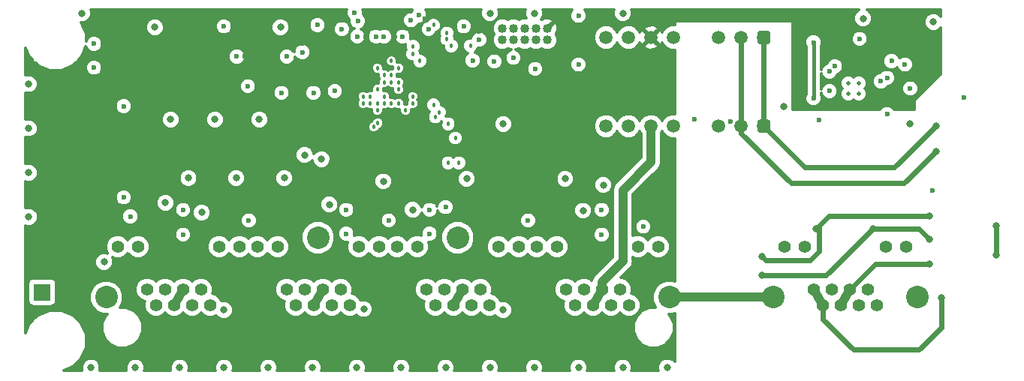
<source format=gbr>
G04 #@! TF.GenerationSoftware,KiCad,Pcbnew,6.0.0-rc1-unknown-106eaaa~84~ubuntu18.04.1*
G04 #@! TF.CreationDate,2018-11-27T01:39:18+00:00*
G04 #@! TF.ProjectId,proto-switch,70726f74-6f2d-4737-9769-7463682e6b69,1*
G04 #@! TF.SameCoordinates,Original*
G04 #@! TF.FileFunction,Copper,L3,Inr*
G04 #@! TF.FilePolarity,Positive*
%FSLAX46Y46*%
G04 Gerber Fmt 4.6, Leading zero omitted, Abs format (unit mm)*
G04 Created by KiCad (PCBNEW 6.0.0-rc1-unknown-106eaaa~84~ubuntu18.04.1) date Tue 27 Nov 2018 01:39:18 GMT*
%MOMM*%
%LPD*%
G01*
G04 APERTURE LIST*
G04 #@! TA.AperFunction,ViaPad*
%ADD10C,1.400000*%
G04 #@! TD*
G04 #@! TA.AperFunction,ViaPad*
%ADD11C,2.540000*%
G04 #@! TD*
G04 #@! TA.AperFunction,ViaPad*
%ADD12R,1.900000X1.900000*%
G04 #@! TD*
G04 #@! TA.AperFunction,ViaPad*
%ADD13C,1.016000*%
G04 #@! TD*
G04 #@! TA.AperFunction,ViaPad*
%ADD14C,1.500000*%
G04 #@! TD*
G04 #@! TA.AperFunction,Conductor*
%ADD15C,0.100000*%
G04 #@! TD*
G04 #@! TA.AperFunction,ViaPad*
%ADD16C,0.500000*%
G04 #@! TD*
G04 #@! TA.AperFunction,ViaPad*
%ADD17C,0.800000*%
G04 #@! TD*
G04 #@! TA.AperFunction,ViaPad*
%ADD18C,0.600000*%
G04 #@! TD*
G04 #@! TA.AperFunction,ViaPad*
%ADD19C,0.457200*%
G04 #@! TD*
G04 #@! TA.AperFunction,Conductor*
%ADD20C,0.400000*%
G04 #@! TD*
G04 #@! TA.AperFunction,Conductor*
%ADD21C,0.600000*%
G04 #@! TD*
G04 #@! TA.AperFunction,Conductor*
%ADD22C,1.000000*%
G04 #@! TD*
G04 #@! TA.AperFunction,Conductor*
%ADD23C,0.300000*%
G04 #@! TD*
G04 APERTURE END LIST*
D10*
G04 #@! TO.N,/Ethernet/VB1*
G04 #@! TO.C,J302*
X169544000Y-150182000D03*
G04 #@! TO.N,Net-(J302-Pad6)*
X171576000Y-150182000D03*
G04 #@! TO.N,/Ethernet/VB2*
X173608000Y-150182000D03*
G04 #@! TO.N,Net-(J302-Pad2)*
X175640000Y-150182000D03*
G04 #@! TO.N,/Ethernet/VB1*
X170560000Y-151960000D03*
G04 #@! TO.N,/Ethernet/VB2*
X172592000Y-151960000D03*
G04 #@! TO.N,Net-(J302-Pad3)*
X174624000Y-151960000D03*
G04 #@! TO.N,Net-(J302-Pad1)*
X176656000Y-151960000D03*
G04 #@! TO.N,Net-(J302-Pad12)*
X166242000Y-145356000D03*
G04 #@! TO.N,/Ethernet/LINK_LED*
X179958000Y-145356000D03*
G04 #@! TO.N,GND*
X168528000Y-145356000D03*
G04 #@! TO.N,Net-(J302-Pad10)*
X177672000Y-145356000D03*
D11*
G04 #@! TO.N,CHASSIS*
X164972000Y-151071000D03*
G04 #@! TO.N,Net-(J302-PadS2)*
X181228000Y-151071000D03*
G04 #@! TD*
G04 #@! TO.N,Net-(J401-PadS3)*
G04 #@! TO.C,J401*
X129378000Y-144340000D03*
G04 #@! TO.N,Net-(J401-PadS2)*
X113628000Y-144340000D03*
G04 #@! TO.N,CHASSIS*
X153250000Y-151071000D03*
D10*
G04 #@! TO.N,/TGBe Ports/TX4+*
X146652000Y-151960000D03*
G04 #@! TO.N,/TGBe Ports/TX3+*
X130902000Y-151960000D03*
G04 #@! TO.N,/TGBe Ports/TX2+*
X115152000Y-151960000D03*
G04 #@! TO.N,/TGBe Ports/P4_LED2*
X138270000Y-145356000D03*
G04 #@! TO.N,/TGBe Ports/P3_LED2*
X122520000Y-145356000D03*
G04 #@! TO.N,/TGBe Ports/P2_LED2*
X106770000Y-145356000D03*
G04 #@! TO.N,Net-(J401-Pad4P11)*
X140556000Y-145356000D03*
G04 #@! TO.N,Net-(J401-Pad3P11)*
X124806000Y-145356000D03*
G04 #@! TO.N,Net-(J401-Pad2P11)*
X109056000Y-145356000D03*
G04 #@! TO.N,/TGBe Ports/P4_LED1*
X149700000Y-145356000D03*
G04 #@! TO.N,/TGBe Ports/P3_LED1*
X133950000Y-145356000D03*
G04 #@! TO.N,/TGBe Ports/P2_LED1*
X118200000Y-145356000D03*
G04 #@! TO.N,GND*
X142588000Y-151960000D03*
X126838000Y-151960000D03*
X111088000Y-151960000D03*
G04 #@! TO.N,24v*
X144620000Y-151960000D03*
X128870000Y-151960000D03*
X113120000Y-151960000D03*
G04 #@! TO.N,Net-(J401-Pad4P9)*
X151986000Y-145356000D03*
G04 #@! TO.N,Net-(J401-Pad3P9)*
X136236000Y-145356000D03*
G04 #@! TO.N,Net-(J401-Pad2P9)*
X120486000Y-145356000D03*
G04 #@! TO.N,GND*
X141572000Y-150182000D03*
X125822000Y-150182000D03*
X110072000Y-150182000D03*
G04 #@! TO.N,/TGBe Ports/TX4-*
X143604000Y-150182000D03*
G04 #@! TO.N,/TGBe Ports/TX3-*
X127854000Y-150182000D03*
G04 #@! TO.N,/TGBe Ports/TX2-*
X112104000Y-150182000D03*
G04 #@! TO.N,/TGBe Ports/RX4+*
X148684000Y-151960000D03*
G04 #@! TO.N,/TGBe Ports/RX3+*
X132934000Y-151960000D03*
G04 #@! TO.N,/TGBe Ports/RX2+*
X117184000Y-151960000D03*
G04 #@! TO.N,24v*
X145636000Y-150182000D03*
X129886000Y-150182000D03*
X114136000Y-150182000D03*
G04 #@! TO.N,/TGBe Ports/RX4-*
X147668000Y-150182000D03*
G04 #@! TO.N,/TGBe Ports/RX3-*
X131918000Y-150182000D03*
G04 #@! TO.N,/TGBe Ports/RX2-*
X116168000Y-150182000D03*
G04 #@! TO.N,GND*
X94322000Y-150182000D03*
G04 #@! TO.N,/TGBe Ports/TX1-*
X96354000Y-150182000D03*
G04 #@! TO.N,24v*
X98386000Y-150182000D03*
G04 #@! TO.N,/TGBe Ports/RX1-*
X100418000Y-150182000D03*
G04 #@! TO.N,GND*
X95338000Y-151960000D03*
G04 #@! TO.N,24v*
X97370000Y-151960000D03*
G04 #@! TO.N,/TGBe Ports/TX1+*
X99402000Y-151960000D03*
G04 #@! TO.N,/TGBe Ports/RX1+*
X101434000Y-151960000D03*
G04 #@! TO.N,/TGBe Ports/P1_LED2*
X91020000Y-145356000D03*
G04 #@! TO.N,Net-(J401-Pad1P9)*
X104736000Y-145356000D03*
G04 #@! TO.N,Net-(J401-Pad1P11)*
X93306000Y-145356000D03*
G04 #@! TO.N,/TGBe Ports/P1_LED1*
X102450000Y-145356000D03*
D11*
G04 #@! TO.N,Net-(J401-PadS1)*
X89750000Y-151071000D03*
G04 #@! TD*
D12*
G04 #@! TO.N,GND*
G04 #@! TO.C,J501*
X82500000Y-150500000D03*
G04 #@! TD*
D13*
G04 #@! TO.N,/iCE40/FLASH_SDO*
G04 #@! TO.C,J201*
X134410000Y-122000000D03*
G04 #@! TO.N,GND*
X134410000Y-120730000D03*
G04 #@! TO.N,/iCE40/CRESET_B*
X135680000Y-122000000D03*
G04 #@! TO.N,Net-(J201-Pad7)*
X135680000Y-120730000D03*
G04 #@! TO.N,/iCE40/FLASH_SS*
X136950000Y-122000000D03*
G04 #@! TO.N,GND*
X136950000Y-120730000D03*
G04 #@! TO.N,/iCE40/FLASH_SCK*
X138220000Y-122000000D03*
G04 #@! TO.N,GND*
X138220000Y-120730000D03*
G04 #@! TO.N,/iCE40/FLASH_SDI*
X139490000Y-122000000D03*
G04 #@! TO.N,3v3*
X139490000Y-120730000D03*
G04 #@! TD*
D14*
G04 #@! TO.N,Net-(IC503-Pad8)*
G04 #@! TO.C,IC503*
X146110000Y-131750000D03*
G04 #@! TO.N,GND*
X148650000Y-131750000D03*
G04 #@! TO.N,24v*
X151190000Y-131750000D03*
G04 #@! TO.N,Net-(IC503-Pad5)*
X153730000Y-131750000D03*
G04 #@! TO.N,Net-(IC503-Pad3)*
X158810000Y-131750000D03*
G04 #@! TO.N,/Ethernet/48VDC*
X161350000Y-131750000D03*
D15*
G04 #@! TO.N,/Ethernet/0VDC*
G36*
X164301756Y-131001806D02*
X164338159Y-131007206D01*
X164373857Y-131016147D01*
X164408506Y-131028545D01*
X164441774Y-131044280D01*
X164473339Y-131063199D01*
X164502897Y-131085121D01*
X164530165Y-131109835D01*
X164554879Y-131137103D01*
X164576801Y-131166661D01*
X164595720Y-131198226D01*
X164611455Y-131231494D01*
X164623853Y-131266143D01*
X164632794Y-131301841D01*
X164638194Y-131338244D01*
X164640000Y-131375000D01*
X164640000Y-132125000D01*
X164638194Y-132161756D01*
X164632794Y-132198159D01*
X164623853Y-132233857D01*
X164611455Y-132268506D01*
X164595720Y-132301774D01*
X164576801Y-132333339D01*
X164554879Y-132362897D01*
X164530165Y-132390165D01*
X164502897Y-132414879D01*
X164473339Y-132436801D01*
X164441774Y-132455720D01*
X164408506Y-132471455D01*
X164373857Y-132483853D01*
X164338159Y-132492794D01*
X164301756Y-132498194D01*
X164265000Y-132500000D01*
X163515000Y-132500000D01*
X163478244Y-132498194D01*
X163441841Y-132492794D01*
X163406143Y-132483853D01*
X163371494Y-132471455D01*
X163338226Y-132455720D01*
X163306661Y-132436801D01*
X163277103Y-132414879D01*
X163249835Y-132390165D01*
X163225121Y-132362897D01*
X163203199Y-132333339D01*
X163184280Y-132301774D01*
X163168545Y-132268506D01*
X163156147Y-132233857D01*
X163147206Y-132198159D01*
X163141806Y-132161756D01*
X163140000Y-132125000D01*
X163140000Y-131375000D01*
X163141806Y-131338244D01*
X163147206Y-131301841D01*
X163156147Y-131266143D01*
X163168545Y-131231494D01*
X163184280Y-131198226D01*
X163203199Y-131166661D01*
X163225121Y-131137103D01*
X163249835Y-131109835D01*
X163277103Y-131085121D01*
X163306661Y-131063199D01*
X163338226Y-131044280D01*
X163371494Y-131028545D01*
X163406143Y-131016147D01*
X163441841Y-131007206D01*
X163478244Y-131001806D01*
X163515000Y-131000000D01*
X164265000Y-131000000D01*
X164301756Y-131001806D01*
X164301756Y-131001806D01*
G37*
D14*
X163890000Y-131750000D03*
G04 #@! TD*
G04 #@! TO.N,Net-(IC501-Pad8)*
G04 #@! TO.C,IC501*
X146110000Y-121750000D03*
G04 #@! TO.N,GND*
X148650000Y-121750000D03*
G04 #@! TO.N,3v3*
X151190000Y-121750000D03*
G04 #@! TO.N,Net-(IC501-Pad5)*
X153730000Y-121750000D03*
G04 #@! TO.N,Net-(IC501-Pad3)*
X158810000Y-121750000D03*
G04 #@! TO.N,/Ethernet/48VDC*
X161350000Y-121750000D03*
D15*
G04 #@! TO.N,/Ethernet/0VDC*
G36*
X164301756Y-121001806D02*
X164338159Y-121007206D01*
X164373857Y-121016147D01*
X164408506Y-121028545D01*
X164441774Y-121044280D01*
X164473339Y-121063199D01*
X164502897Y-121085121D01*
X164530165Y-121109835D01*
X164554879Y-121137103D01*
X164576801Y-121166661D01*
X164595720Y-121198226D01*
X164611455Y-121231494D01*
X164623853Y-121266143D01*
X164632794Y-121301841D01*
X164638194Y-121338244D01*
X164640000Y-121375000D01*
X164640000Y-122125000D01*
X164638194Y-122161756D01*
X164632794Y-122198159D01*
X164623853Y-122233857D01*
X164611455Y-122268506D01*
X164595720Y-122301774D01*
X164576801Y-122333339D01*
X164554879Y-122362897D01*
X164530165Y-122390165D01*
X164502897Y-122414879D01*
X164473339Y-122436801D01*
X164441774Y-122455720D01*
X164408506Y-122471455D01*
X164373857Y-122483853D01*
X164338159Y-122492794D01*
X164301756Y-122498194D01*
X164265000Y-122500000D01*
X163515000Y-122500000D01*
X163478244Y-122498194D01*
X163441841Y-122492794D01*
X163406143Y-122483853D01*
X163371494Y-122471455D01*
X163338226Y-122455720D01*
X163306661Y-122436801D01*
X163277103Y-122414879D01*
X163249835Y-122390165D01*
X163225121Y-122362897D01*
X163203199Y-122333339D01*
X163184280Y-122301774D01*
X163168545Y-122268506D01*
X163156147Y-122233857D01*
X163147206Y-122198159D01*
X163141806Y-122161756D01*
X163140000Y-122125000D01*
X163140000Y-121375000D01*
X163141806Y-121338244D01*
X163147206Y-121301841D01*
X163156147Y-121266143D01*
X163168545Y-121231494D01*
X163184280Y-121198226D01*
X163203199Y-121166661D01*
X163225121Y-121137103D01*
X163249835Y-121109835D01*
X163277103Y-121085121D01*
X163306661Y-121063199D01*
X163338226Y-121044280D01*
X163371494Y-121028545D01*
X163406143Y-121016147D01*
X163441841Y-121007206D01*
X163478244Y-121001806D01*
X163515000Y-121000000D01*
X164265000Y-121000000D01*
X164301756Y-121001806D01*
X164301756Y-121001806D01*
G37*
D14*
X163890000Y-121750000D03*
G04 #@! TD*
D16*
G04 #@! TO.N,GND*
G04 #@! TO.C,IC301*
X174600000Y-126900000D03*
X173400000Y-126900000D03*
X174600000Y-128100000D03*
X173400000Y-128100000D03*
G04 #@! TD*
D17*
G04 #@! TO.N,GND*
X166100000Y-129500000D03*
D18*
X170100000Y-131100000D03*
X180400000Y-127500000D03*
D17*
X175100000Y-119600000D03*
X180400000Y-131500000D03*
X89500000Y-147100000D03*
D18*
X105800000Y-142400000D03*
X121600000Y-142400000D03*
X137300000Y-142400000D03*
X150300000Y-143100000D03*
X98400000Y-144000000D03*
X98400000Y-141200000D03*
X116800000Y-143900000D03*
X116800000Y-141200000D03*
X126200000Y-143900000D03*
X126200000Y-141200000D03*
X145600000Y-144000000D03*
X145600000Y-141200000D03*
D19*
X121100000Y-126000000D03*
X121100000Y-126800000D03*
X121900000Y-126800000D03*
X122700000Y-126800000D03*
X121900000Y-126000000D03*
D18*
X88350000Y-122450000D03*
X88350000Y-125150000D03*
X110100000Y-123900000D03*
X105700000Y-127250000D03*
X116300000Y-120800000D03*
X118050000Y-121650000D03*
X121050000Y-121650000D03*
X123150000Y-121650000D03*
X109500000Y-128000000D03*
X113100000Y-128000000D03*
X111850000Y-123400000D03*
D19*
X129100000Y-133100000D03*
X128300000Y-135900000D03*
X129500000Y-135900000D03*
D18*
X104450000Y-123900000D03*
X103000000Y-120500000D03*
X143000000Y-119300000D03*
X143000000Y-124800000D03*
X126100000Y-120800000D03*
X131800000Y-122000000D03*
D19*
X128650000Y-122700000D03*
D18*
X133500000Y-124450000D03*
D17*
X81000000Y-127000000D03*
X88000000Y-159000000D03*
X93000000Y-159000000D03*
X98000000Y-159000000D03*
X103000000Y-159000000D03*
X108000000Y-159000000D03*
X113000000Y-159000000D03*
X118000000Y-159000000D03*
X123000000Y-159000000D03*
X128000000Y-159000000D03*
X133000000Y-159000000D03*
X138000000Y-159000000D03*
X143000000Y-159000000D03*
X148000000Y-159000000D03*
X153000000Y-159000000D03*
X87000000Y-119000000D03*
X133000000Y-119000000D03*
X138000000Y-119000000D03*
X148000000Y-119000000D03*
X183000000Y-120000000D03*
X114000000Y-135500000D03*
X107000000Y-131000000D03*
X102000000Y-131000000D03*
X97000000Y-131000000D03*
X100500000Y-141500000D03*
X121000000Y-138000000D03*
X114900000Y-140600000D03*
X103000000Y-152500000D03*
X118800000Y-152400000D03*
X134500000Y-152500000D03*
X143500000Y-141300000D03*
X145800000Y-138400000D03*
X141500000Y-137700000D03*
X130400000Y-137700000D03*
X134500000Y-131500000D03*
X81000000Y-132000000D03*
X81000000Y-137000000D03*
X81000000Y-142000000D03*
X95200000Y-120600000D03*
X109400000Y-120600000D03*
X99000000Y-137600000D03*
X104400000Y-137600000D03*
X109800000Y-137600000D03*
X96400000Y-140400000D03*
D18*
X92450000Y-141950000D03*
X174700000Y-121900000D03*
X179800000Y-124800000D03*
X178300000Y-124400000D03*
X128000000Y-140900000D03*
D17*
X124300000Y-141200000D03*
D18*
X138100000Y-125300000D03*
D17*
X112100000Y-135000000D03*
D18*
X156100000Y-131000000D03*
X91700000Y-129500000D03*
X91700000Y-139800000D03*
G04 #@! TO.N,3v3*
X180400000Y-126300000D03*
D17*
X180200000Y-119600000D03*
X168500000Y-121200000D03*
D18*
X83000000Y-145500000D03*
D19*
X121900000Y-127600000D03*
X122700000Y-126000000D03*
X121100000Y-127600000D03*
X121850000Y-125150000D03*
X119500000Y-123600000D03*
X120300000Y-126000000D03*
D18*
X88000000Y-121200000D03*
X93200000Y-120000000D03*
X93200000Y-126000000D03*
X111850000Y-122450000D03*
X118950000Y-121650000D03*
X122250000Y-121650000D03*
X112000000Y-126300000D03*
D19*
X127500000Y-131300000D03*
D18*
X105350000Y-123900000D03*
X114550000Y-120000000D03*
D19*
X126100000Y-122300000D03*
D18*
X131800000Y-121100000D03*
X125700000Y-119600000D03*
D19*
X130050000Y-119000000D03*
D18*
X174750000Y-124400000D03*
X134500000Y-125300000D03*
D17*
X112100000Y-130600000D03*
D18*
X180600000Y-129100000D03*
D19*
G04 #@! TO.N,1v2*
X122700000Y-127600000D03*
X120300000Y-127600000D03*
X120300000Y-125200000D03*
X122700000Y-125200000D03*
D18*
X120150000Y-121650000D03*
X115500000Y-127800000D03*
D19*
X128300000Y-131500000D03*
D18*
X124100000Y-119800000D03*
X131050000Y-124350000D03*
G04 #@! TO.N,Net-(C301-Pad1)*
X169500000Y-128600000D03*
X169500000Y-122300000D03*
D17*
G04 #@! TO.N,/Ethernet/VB1*
X183900000Y-151100000D03*
G04 #@! TO.N,/Ethernet/VB2*
X182600000Y-147300000D03*
G04 #@! TO.N,/Ethernet/VA1*
X176200000Y-143300000D03*
X163700000Y-148600000D03*
X182600000Y-144500000D03*
G04 #@! TO.N,/Ethernet/VA2*
X169800000Y-143300000D03*
X163700000Y-146500000D03*
X182600000Y-141900000D03*
G04 #@! TO.N,Net-(C313-Pad2)*
X190100000Y-146300000D03*
X190100000Y-143000000D03*
D19*
G04 #@! TO.N,/iCE40/FLASH_IO2*
X124350000Y-122750000D03*
D18*
X130050000Y-120500000D03*
D19*
G04 #@! TO.N,/iCE40/FLASH_SDO*
X124300000Y-123600000D03*
X128150000Y-121900000D03*
G04 #@! TO.N,/iCE40/FLASH_SS*
X128150000Y-121250000D03*
X130800000Y-122700000D03*
X126650000Y-120350000D03*
D18*
G04 #@! TO.N,/iCE40/CRESET_B*
X113550000Y-120350000D03*
X117750000Y-118950000D03*
D19*
X125100000Y-124400000D03*
D18*
X135650000Y-124050000D03*
X125000000Y-119250000D03*
D19*
G04 #@! TO.N,/iCE40/CDONE*
X121900000Y-124400000D03*
D18*
X118100000Y-119900000D03*
D19*
G04 #@! TO.N,/TGBe Ports/P4_LED1*
X121100000Y-128400000D03*
G04 #@! TO.N,/TGBe Ports/P3_LED2*
X121100000Y-129200000D03*
G04 #@! TO.N,/TGBe Ports/P1_LED2*
X119500000Y-128400000D03*
G04 #@! TO.N,/TGBe Ports/P2_LED2*
X118700000Y-129200000D03*
G04 #@! TO.N,/TGBe Ports/P1_LED1*
X118700000Y-128400000D03*
G04 #@! TO.N,/TGBe Ports/P3_LED1*
X121900000Y-129200000D03*
G04 #@! TO.N,/TGBe Ports/P4_LED2*
X122700000Y-129200000D03*
G04 #@! TO.N,/TGBe Ports/P2_LED1*
X119500000Y-129200000D03*
G04 #@! TO.N,/TGBe Ports/RD2+*
X120300000Y-130000000D03*
X120350000Y-131400000D03*
G04 #@! TO.N,/TGBe Ports/RD2-*
X120300000Y-129200000D03*
X119900000Y-131850000D03*
D18*
G04 #@! TO.N,/Ethernet/MDC*
X177100000Y-126700000D03*
X171300000Y-125600000D03*
G04 #@! TO.N,/Ethernet/MDIO*
X177800000Y-126300000D03*
X171900000Y-125000000D03*
G04 #@! TO.N,/Power/48VPG*
X186500000Y-128500000D03*
D17*
G04 #@! TO.N,/Ethernet/48VDC*
X183300000Y-134600000D03*
D19*
G04 #@! TO.N,/Ethernet/TXD0*
X126650000Y-129350000D03*
X124300000Y-128400000D03*
D18*
G04 #@! TO.N,/Ethernet/LINK_LED*
X171300000Y-127800000D03*
D19*
G04 #@! TO.N,/iCE40/PHY_~RST*
X124300000Y-129200000D03*
X127300000Y-130200000D03*
G04 #@! TO.N,/iCE40/ETH_LED*
X126850000Y-130700000D03*
X123500000Y-130000000D03*
D18*
G04 #@! TO.N,/Power/48VPG*
X182900000Y-139000000D03*
D17*
G04 #@! TO.N,/Ethernet/0VDC*
X183300000Y-131700000D03*
D18*
G04 #@! TO.N,Net-(IC501-Pad3)*
X160100000Y-131200000D03*
G04 #@! TO.N,Net-(J302-Pad10)*
X177800000Y-130400000D03*
G04 #@! TD*
D20*
G04 #@! TO.N,Net-(C301-Pad1)*
X169500000Y-122800000D02*
X169500000Y-128600000D01*
X169500000Y-122800000D02*
X169500000Y-122300000D01*
D21*
G04 #@! TO.N,/Ethernet/VB1*
X183900000Y-151100000D02*
X183900000Y-154500000D01*
X183900000Y-154500000D02*
X181400000Y-157000000D01*
X181400000Y-157000000D02*
X174000000Y-157000000D01*
X170560000Y-153560000D02*
X170560000Y-151960000D01*
X174000000Y-157000000D02*
X170560000Y-153560000D01*
D22*
X169544000Y-150182000D02*
X170560000Y-151960000D01*
D21*
G04 #@! TO.N,/Ethernet/VB2*
X176490000Y-147300000D02*
X173608000Y-150182000D01*
X182600000Y-147300000D02*
X176490000Y-147300000D01*
D22*
X173608000Y-150182000D02*
X172592000Y-151960000D01*
D21*
G04 #@! TO.N,/Ethernet/VA1*
X176200000Y-143300000D02*
X170900000Y-148600000D01*
X170900000Y-148600000D02*
X163700000Y-148600000D01*
X181400000Y-143300000D02*
X176200000Y-143300000D01*
X182600000Y-144500000D02*
X181400000Y-143300000D01*
G04 #@! TO.N,/Ethernet/VA2*
X182600000Y-141900000D02*
X171200000Y-141900000D01*
X170100000Y-143000000D02*
X170200000Y-142900000D01*
X171200000Y-141900000D02*
X170200000Y-142900000D01*
X169100000Y-146900000D02*
X170100000Y-145900000D01*
X170200000Y-142900000D02*
X169800000Y-143300000D01*
X163700000Y-146500000D02*
X164100000Y-146900000D01*
X164100000Y-146900000D02*
X169100000Y-146900000D01*
X170100000Y-145900000D02*
X170100000Y-143000000D01*
G04 #@! TO.N,Net-(C313-Pad2)*
X190100000Y-146300000D02*
X190100000Y-143000000D01*
D22*
G04 #@! TO.N,24v*
X145636000Y-150182000D02*
X144620000Y-151960000D01*
X129886000Y-150182000D02*
X128870000Y-151960000D01*
X114136000Y-150182000D02*
X113120000Y-151960000D01*
X98386000Y-150182000D02*
X97370000Y-151960000D01*
X145636000Y-150182000D02*
X145636000Y-149364000D01*
X145636000Y-149364000D02*
X148000000Y-147000000D01*
X148000000Y-147000000D02*
X148000000Y-139000000D01*
X151190000Y-135810000D02*
X151190000Y-131750000D01*
X148000000Y-139000000D02*
X151190000Y-135810000D01*
D21*
G04 #@! TO.N,/Ethernet/0VDC*
X163890000Y-121750000D02*
X163890000Y-131750000D01*
G04 #@! TO.N,/Ethernet/48VDC*
X161350000Y-131750000D02*
X161350000Y-121750000D01*
D22*
G04 #@! TO.N,CHASSIS*
X164972000Y-151071000D02*
X153250000Y-151071000D01*
D21*
G04 #@! TO.N,/Ethernet/0VDC*
X178600000Y-136400000D02*
X183300000Y-131700000D01*
X163890000Y-131750000D02*
X168540000Y-136400000D01*
X168540000Y-136400000D02*
X178600000Y-136400000D01*
G04 #@! TO.N,/Ethernet/48VDC*
X161350000Y-132550000D02*
X161350000Y-131750000D01*
X167000000Y-138200000D02*
X161350000Y-132550000D01*
X183300000Y-134600000D02*
X179700000Y-138200000D01*
X179700000Y-138200000D02*
X167000000Y-138200000D01*
G04 #@! TD*
D23*
G04 #@! TO.N,3v3*
G36*
X125350000Y-127043020D02*
X125350000Y-132850000D01*
X117150000Y-132850000D01*
X117150000Y-131715018D01*
X119221400Y-131715018D01*
X119221400Y-131984982D01*
X119324710Y-132234396D01*
X119515604Y-132425290D01*
X119765018Y-132528600D01*
X120034982Y-132528600D01*
X120284396Y-132425290D01*
X120475290Y-132234396D01*
X120551180Y-132051180D01*
X120734396Y-131975290D01*
X120925290Y-131784396D01*
X121028600Y-131534982D01*
X121028600Y-131265018D01*
X120925290Y-131015604D01*
X120734396Y-130824710D01*
X120484982Y-130721400D01*
X120215018Y-130721400D01*
X119965604Y-130824710D01*
X119774710Y-131015604D01*
X119698820Y-131198820D01*
X119515604Y-131274710D01*
X119324710Y-131465604D01*
X119221400Y-131715018D01*
X117150000Y-131715018D01*
X117150000Y-128265018D01*
X118021400Y-128265018D01*
X118021400Y-128534982D01*
X118124710Y-128784396D01*
X118140314Y-128800000D01*
X118124710Y-128815604D01*
X118021400Y-129065018D01*
X118021400Y-129334982D01*
X118124710Y-129584396D01*
X118315604Y-129775290D01*
X118565018Y-129878600D01*
X118834982Y-129878600D01*
X119084396Y-129775290D01*
X119100000Y-129759686D01*
X119115604Y-129775290D01*
X119365018Y-129878600D01*
X119621400Y-129878600D01*
X119621400Y-130134982D01*
X119724710Y-130384396D01*
X119915604Y-130575290D01*
X120165018Y-130678600D01*
X120434982Y-130678600D01*
X120684396Y-130575290D01*
X120875290Y-130384396D01*
X120978600Y-130134982D01*
X120978600Y-129878600D01*
X121234982Y-129878600D01*
X121484396Y-129775290D01*
X121500000Y-129759686D01*
X121515604Y-129775290D01*
X121765018Y-129878600D01*
X122034982Y-129878600D01*
X122284396Y-129775290D01*
X122300000Y-129759686D01*
X122315604Y-129775290D01*
X122565018Y-129878600D01*
X122821400Y-129878600D01*
X122821400Y-130134982D01*
X122924710Y-130384396D01*
X123115604Y-130575290D01*
X123365018Y-130678600D01*
X123634982Y-130678600D01*
X123884396Y-130575290D01*
X124075290Y-130384396D01*
X124178600Y-130134982D01*
X124178600Y-129878600D01*
X124434982Y-129878600D01*
X124684396Y-129775290D01*
X124875290Y-129584396D01*
X124978600Y-129334982D01*
X124978600Y-129065018D01*
X124875290Y-128815604D01*
X124859686Y-128800000D01*
X124875290Y-128784396D01*
X124978600Y-128534982D01*
X124978600Y-128265018D01*
X124875290Y-128015604D01*
X124684396Y-127824710D01*
X124434982Y-127721400D01*
X124165018Y-127721400D01*
X123915604Y-127824710D01*
X123724710Y-128015604D01*
X123621400Y-128265018D01*
X123621400Y-128534982D01*
X123724710Y-128784396D01*
X123740314Y-128800000D01*
X123724710Y-128815604D01*
X123621400Y-129065018D01*
X123621400Y-129321400D01*
X123378600Y-129321400D01*
X123378600Y-129065018D01*
X123275290Y-128815604D01*
X123084396Y-128624710D01*
X122834982Y-128521400D01*
X122565018Y-128521400D01*
X122315604Y-128624710D01*
X122300000Y-128640314D01*
X122284396Y-128624710D01*
X122034982Y-128521400D01*
X121778600Y-128521400D01*
X121778600Y-128265018D01*
X121675290Y-128015604D01*
X121484396Y-127824710D01*
X121234982Y-127721400D01*
X120978600Y-127721400D01*
X120978600Y-127478600D01*
X121234982Y-127478600D01*
X121484396Y-127375290D01*
X121500000Y-127359686D01*
X121515604Y-127375290D01*
X121765018Y-127478600D01*
X122021400Y-127478600D01*
X122021400Y-127734982D01*
X122124710Y-127984396D01*
X122315604Y-128175290D01*
X122565018Y-128278600D01*
X122834982Y-128278600D01*
X123084396Y-128175290D01*
X123275290Y-127984396D01*
X123378600Y-127734982D01*
X123378600Y-127465018D01*
X123275290Y-127215604D01*
X123259686Y-127200000D01*
X123275290Y-127184396D01*
X123378600Y-126934982D01*
X123378600Y-126665018D01*
X123275290Y-126415604D01*
X123084396Y-126224710D01*
X122834982Y-126121400D01*
X122578600Y-126121400D01*
X122578600Y-125878600D01*
X122834982Y-125878600D01*
X123084396Y-125775290D01*
X123275290Y-125584396D01*
X123378600Y-125334982D01*
X123378600Y-125065018D01*
X123275290Y-124815604D01*
X123084396Y-124624710D01*
X122834982Y-124521400D01*
X122578600Y-124521400D01*
X122578600Y-124265018D01*
X122475290Y-124015604D01*
X122284396Y-123824710D01*
X122034982Y-123721400D01*
X121765018Y-123721400D01*
X121515604Y-123824710D01*
X121324710Y-124015604D01*
X121221400Y-124265018D01*
X121221400Y-124534982D01*
X121324710Y-124784396D01*
X121515604Y-124975290D01*
X121765018Y-125078600D01*
X122021400Y-125078600D01*
X122021400Y-125321400D01*
X121765018Y-125321400D01*
X121515604Y-125424710D01*
X121500000Y-125440314D01*
X121484396Y-125424710D01*
X121234982Y-125321400D01*
X120978600Y-125321400D01*
X120978600Y-125065018D01*
X120875290Y-124815604D01*
X120684396Y-124624710D01*
X120434982Y-124521400D01*
X120165018Y-124521400D01*
X119915604Y-124624710D01*
X119724710Y-124815604D01*
X119621400Y-125065018D01*
X119621400Y-125334982D01*
X119724710Y-125584396D01*
X119915604Y-125775290D01*
X120165018Y-125878600D01*
X120421400Y-125878600D01*
X120421400Y-126134982D01*
X120524710Y-126384396D01*
X120540314Y-126400000D01*
X120524710Y-126415604D01*
X120421400Y-126665018D01*
X120421400Y-126921400D01*
X120165018Y-126921400D01*
X119915604Y-127024710D01*
X119724710Y-127215604D01*
X119621400Y-127465018D01*
X119621400Y-127721400D01*
X119365018Y-127721400D01*
X119115604Y-127824710D01*
X119100000Y-127840314D01*
X119084396Y-127824710D01*
X118834982Y-127721400D01*
X118565018Y-127721400D01*
X118315604Y-127824710D01*
X118124710Y-128015604D01*
X118021400Y-128265018D01*
X117150000Y-128265018D01*
X117150000Y-123150000D01*
X122916862Y-123150000D01*
X125350000Y-127043020D01*
X125350000Y-127043020D01*
G37*
X125350000Y-127043020D02*
X125350000Y-132850000D01*
X117150000Y-132850000D01*
X117150000Y-131715018D01*
X119221400Y-131715018D01*
X119221400Y-131984982D01*
X119324710Y-132234396D01*
X119515604Y-132425290D01*
X119765018Y-132528600D01*
X120034982Y-132528600D01*
X120284396Y-132425290D01*
X120475290Y-132234396D01*
X120551180Y-132051180D01*
X120734396Y-131975290D01*
X120925290Y-131784396D01*
X121028600Y-131534982D01*
X121028600Y-131265018D01*
X120925290Y-131015604D01*
X120734396Y-130824710D01*
X120484982Y-130721400D01*
X120215018Y-130721400D01*
X119965604Y-130824710D01*
X119774710Y-131015604D01*
X119698820Y-131198820D01*
X119515604Y-131274710D01*
X119324710Y-131465604D01*
X119221400Y-131715018D01*
X117150000Y-131715018D01*
X117150000Y-128265018D01*
X118021400Y-128265018D01*
X118021400Y-128534982D01*
X118124710Y-128784396D01*
X118140314Y-128800000D01*
X118124710Y-128815604D01*
X118021400Y-129065018D01*
X118021400Y-129334982D01*
X118124710Y-129584396D01*
X118315604Y-129775290D01*
X118565018Y-129878600D01*
X118834982Y-129878600D01*
X119084396Y-129775290D01*
X119100000Y-129759686D01*
X119115604Y-129775290D01*
X119365018Y-129878600D01*
X119621400Y-129878600D01*
X119621400Y-130134982D01*
X119724710Y-130384396D01*
X119915604Y-130575290D01*
X120165018Y-130678600D01*
X120434982Y-130678600D01*
X120684396Y-130575290D01*
X120875290Y-130384396D01*
X120978600Y-130134982D01*
X120978600Y-129878600D01*
X121234982Y-129878600D01*
X121484396Y-129775290D01*
X121500000Y-129759686D01*
X121515604Y-129775290D01*
X121765018Y-129878600D01*
X122034982Y-129878600D01*
X122284396Y-129775290D01*
X122300000Y-129759686D01*
X122315604Y-129775290D01*
X122565018Y-129878600D01*
X122821400Y-129878600D01*
X122821400Y-130134982D01*
X122924710Y-130384396D01*
X123115604Y-130575290D01*
X123365018Y-130678600D01*
X123634982Y-130678600D01*
X123884396Y-130575290D01*
X124075290Y-130384396D01*
X124178600Y-130134982D01*
X124178600Y-129878600D01*
X124434982Y-129878600D01*
X124684396Y-129775290D01*
X124875290Y-129584396D01*
X124978600Y-129334982D01*
X124978600Y-129065018D01*
X124875290Y-128815604D01*
X124859686Y-128800000D01*
X124875290Y-128784396D01*
X124978600Y-128534982D01*
X124978600Y-128265018D01*
X124875290Y-128015604D01*
X124684396Y-127824710D01*
X124434982Y-127721400D01*
X124165018Y-127721400D01*
X123915604Y-127824710D01*
X123724710Y-128015604D01*
X123621400Y-128265018D01*
X123621400Y-128534982D01*
X123724710Y-128784396D01*
X123740314Y-128800000D01*
X123724710Y-128815604D01*
X123621400Y-129065018D01*
X123621400Y-129321400D01*
X123378600Y-129321400D01*
X123378600Y-129065018D01*
X123275290Y-128815604D01*
X123084396Y-128624710D01*
X122834982Y-128521400D01*
X122565018Y-128521400D01*
X122315604Y-128624710D01*
X122300000Y-128640314D01*
X122284396Y-128624710D01*
X122034982Y-128521400D01*
X121778600Y-128521400D01*
X121778600Y-128265018D01*
X121675290Y-128015604D01*
X121484396Y-127824710D01*
X121234982Y-127721400D01*
X120978600Y-127721400D01*
X120978600Y-127478600D01*
X121234982Y-127478600D01*
X121484396Y-127375290D01*
X121500000Y-127359686D01*
X121515604Y-127375290D01*
X121765018Y-127478600D01*
X122021400Y-127478600D01*
X122021400Y-127734982D01*
X122124710Y-127984396D01*
X122315604Y-128175290D01*
X122565018Y-128278600D01*
X122834982Y-128278600D01*
X123084396Y-128175290D01*
X123275290Y-127984396D01*
X123378600Y-127734982D01*
X123378600Y-127465018D01*
X123275290Y-127215604D01*
X123259686Y-127200000D01*
X123275290Y-127184396D01*
X123378600Y-126934982D01*
X123378600Y-126665018D01*
X123275290Y-126415604D01*
X123084396Y-126224710D01*
X122834982Y-126121400D01*
X122578600Y-126121400D01*
X122578600Y-125878600D01*
X122834982Y-125878600D01*
X123084396Y-125775290D01*
X123275290Y-125584396D01*
X123378600Y-125334982D01*
X123378600Y-125065018D01*
X123275290Y-124815604D01*
X123084396Y-124624710D01*
X122834982Y-124521400D01*
X122578600Y-124521400D01*
X122578600Y-124265018D01*
X122475290Y-124015604D01*
X122284396Y-123824710D01*
X122034982Y-123721400D01*
X121765018Y-123721400D01*
X121515604Y-123824710D01*
X121324710Y-124015604D01*
X121221400Y-124265018D01*
X121221400Y-124534982D01*
X121324710Y-124784396D01*
X121515604Y-124975290D01*
X121765018Y-125078600D01*
X122021400Y-125078600D01*
X122021400Y-125321400D01*
X121765018Y-125321400D01*
X121515604Y-125424710D01*
X121500000Y-125440314D01*
X121484396Y-125424710D01*
X121234982Y-125321400D01*
X120978600Y-125321400D01*
X120978600Y-125065018D01*
X120875290Y-124815604D01*
X120684396Y-124624710D01*
X120434982Y-124521400D01*
X120165018Y-124521400D01*
X119915604Y-124624710D01*
X119724710Y-124815604D01*
X119621400Y-125065018D01*
X119621400Y-125334982D01*
X119724710Y-125584396D01*
X119915604Y-125775290D01*
X120165018Y-125878600D01*
X120421400Y-125878600D01*
X120421400Y-126134982D01*
X120524710Y-126384396D01*
X120540314Y-126400000D01*
X120524710Y-126415604D01*
X120421400Y-126665018D01*
X120421400Y-126921400D01*
X120165018Y-126921400D01*
X119915604Y-127024710D01*
X119724710Y-127215604D01*
X119621400Y-127465018D01*
X119621400Y-127721400D01*
X119365018Y-127721400D01*
X119115604Y-127824710D01*
X119100000Y-127840314D01*
X119084396Y-127824710D01*
X118834982Y-127721400D01*
X118565018Y-127721400D01*
X118315604Y-127824710D01*
X118124710Y-128015604D01*
X118021400Y-128265018D01*
X117150000Y-128265018D01*
X117150000Y-123150000D01*
X122916862Y-123150000D01*
X125350000Y-127043020D01*
G36*
X116800000Y-118761033D02*
X116800000Y-119138967D01*
X116944629Y-119488132D01*
X117155134Y-119698637D01*
X117150000Y-119711033D01*
X117150000Y-120088967D01*
X117294629Y-120438132D01*
X117561868Y-120705371D01*
X117704967Y-120764645D01*
X117511868Y-120844629D01*
X117244629Y-121111868D01*
X117100000Y-121461033D01*
X117100000Y-121838967D01*
X117244629Y-122188132D01*
X117511868Y-122455371D01*
X117861033Y-122600000D01*
X118238967Y-122600000D01*
X118588132Y-122455371D01*
X118855371Y-122188132D01*
X119000000Y-121838967D01*
X119000000Y-121461033D01*
X119200000Y-121461033D01*
X119200000Y-121838967D01*
X119344629Y-122188132D01*
X119611868Y-122455371D01*
X119961033Y-122600000D01*
X120338967Y-122600000D01*
X120600000Y-122491877D01*
X120861033Y-122600000D01*
X121238967Y-122600000D01*
X121588132Y-122455371D01*
X121855371Y-122188132D01*
X122000000Y-121838967D01*
X122000000Y-121461033D01*
X122200000Y-121461033D01*
X122200000Y-121838967D01*
X122344629Y-122188132D01*
X122611868Y-122455371D01*
X122961033Y-122600000D01*
X123338967Y-122600000D01*
X123486446Y-122538912D01*
X123471400Y-122575236D01*
X123471400Y-122924764D01*
X123550051Y-123114645D01*
X123421400Y-123425236D01*
X123421400Y-123774764D01*
X123555159Y-124097687D01*
X123802313Y-124344841D01*
X124125236Y-124478600D01*
X124221400Y-124478600D01*
X124221400Y-124574764D01*
X124355159Y-124897687D01*
X124602313Y-125144841D01*
X124925236Y-125278600D01*
X125274764Y-125278600D01*
X125597687Y-125144841D01*
X125844841Y-124897687D01*
X125978600Y-124574764D01*
X125978600Y-124225236D01*
X125844841Y-123902313D01*
X125597687Y-123655159D01*
X125274764Y-123521400D01*
X125178600Y-123521400D01*
X125178600Y-123425236D01*
X125099949Y-123235355D01*
X125228600Y-122924764D01*
X125228600Y-122575236D01*
X125094841Y-122252313D01*
X124847687Y-122005159D01*
X124524764Y-121871400D01*
X124175236Y-121871400D01*
X124068202Y-121915735D01*
X124100000Y-121838967D01*
X124100000Y-121461033D01*
X123955371Y-121111868D01*
X123688132Y-120844629D01*
X123338967Y-120700000D01*
X122961033Y-120700000D01*
X122611868Y-120844629D01*
X122344629Y-121111868D01*
X122200000Y-121461033D01*
X122000000Y-121461033D01*
X121855371Y-121111868D01*
X121588132Y-120844629D01*
X121238967Y-120700000D01*
X120861033Y-120700000D01*
X120600000Y-120808123D01*
X120338967Y-120700000D01*
X119961033Y-120700000D01*
X119611868Y-120844629D01*
X119344629Y-121111868D01*
X119200000Y-121461033D01*
X119000000Y-121461033D01*
X118855371Y-121111868D01*
X118588132Y-120844629D01*
X118445033Y-120785355D01*
X118638132Y-120705371D01*
X118905371Y-120438132D01*
X119050000Y-120088967D01*
X119050000Y-119711033D01*
X118905371Y-119361868D01*
X118694866Y-119151363D01*
X118700000Y-119138967D01*
X118700000Y-118761033D01*
X118654009Y-118650000D01*
X124256497Y-118650000D01*
X124194629Y-118711868D01*
X124137413Y-118850000D01*
X123911033Y-118850000D01*
X123561868Y-118994629D01*
X123294629Y-119261868D01*
X123150000Y-119611033D01*
X123150000Y-119988967D01*
X123294629Y-120338132D01*
X123561868Y-120605371D01*
X123911033Y-120750000D01*
X124288967Y-120750000D01*
X124638132Y-120605371D01*
X124905371Y-120338132D01*
X124962587Y-120200000D01*
X125188967Y-120200000D01*
X125474959Y-120081538D01*
X125294629Y-120261868D01*
X125150000Y-120611033D01*
X125150000Y-120988967D01*
X125294629Y-121338132D01*
X125561868Y-121605371D01*
X125911033Y-121750000D01*
X126288967Y-121750000D01*
X126638132Y-121605371D01*
X126905371Y-121338132D01*
X126976831Y-121165612D01*
X127147687Y-121094841D01*
X127345015Y-120897513D01*
X127271400Y-121075236D01*
X127271400Y-121424764D01*
X127333630Y-121575000D01*
X127271400Y-121725236D01*
X127271400Y-122074764D01*
X127405159Y-122397687D01*
X127652313Y-122644841D01*
X127771400Y-122694168D01*
X127771400Y-122874764D01*
X127905159Y-123197687D01*
X128152313Y-123444841D01*
X128475236Y-123578600D01*
X128824764Y-123578600D01*
X129147687Y-123444841D01*
X129394841Y-123197687D01*
X129528600Y-122874764D01*
X129528600Y-122525236D01*
X129921400Y-122525236D01*
X129921400Y-122874764D01*
X130055159Y-123197687D01*
X130302313Y-123444841D01*
X130527545Y-123538135D01*
X130511868Y-123544629D01*
X130244629Y-123811868D01*
X130100000Y-124161033D01*
X130100000Y-124538967D01*
X130244629Y-124888132D01*
X130511868Y-125155371D01*
X130861033Y-125300000D01*
X131238967Y-125300000D01*
X131588132Y-125155371D01*
X131855371Y-124888132D01*
X132000000Y-124538967D01*
X132000000Y-124261033D01*
X132550000Y-124261033D01*
X132550000Y-124638967D01*
X132694629Y-124988132D01*
X132961868Y-125255371D01*
X133311033Y-125400000D01*
X133688967Y-125400000D01*
X134038132Y-125255371D01*
X134182470Y-125111033D01*
X137150000Y-125111033D01*
X137150000Y-125488967D01*
X137294629Y-125838132D01*
X137561868Y-126105371D01*
X137911033Y-126250000D01*
X138288967Y-126250000D01*
X138638132Y-126105371D01*
X138905371Y-125838132D01*
X139050000Y-125488967D01*
X139050000Y-125111033D01*
X138905371Y-124761868D01*
X138754536Y-124611033D01*
X142050000Y-124611033D01*
X142050000Y-124988967D01*
X142194629Y-125338132D01*
X142461868Y-125605371D01*
X142811033Y-125750000D01*
X143188967Y-125750000D01*
X143538132Y-125605371D01*
X143805371Y-125338132D01*
X143950000Y-124988967D01*
X143950000Y-124611033D01*
X143805371Y-124261868D01*
X143538132Y-123994629D01*
X143188967Y-123850000D01*
X142811033Y-123850000D01*
X142461868Y-123994629D01*
X142194629Y-124261868D01*
X142050000Y-124611033D01*
X138754536Y-124611033D01*
X138638132Y-124494629D01*
X138288967Y-124350000D01*
X137911033Y-124350000D01*
X137561868Y-124494629D01*
X137294629Y-124761868D01*
X137150000Y-125111033D01*
X134182470Y-125111033D01*
X134305371Y-124988132D01*
X134450000Y-124638967D01*
X134450000Y-124261033D01*
X134305371Y-123911868D01*
X134038132Y-123644629D01*
X133688967Y-123500000D01*
X133311033Y-123500000D01*
X132961868Y-123644629D01*
X132694629Y-123911868D01*
X132550000Y-124261033D01*
X132000000Y-124261033D01*
X132000000Y-124161033D01*
X131855371Y-123811868D01*
X131588132Y-123544629D01*
X131312196Y-123430332D01*
X131544841Y-123197687D01*
X131647436Y-122950000D01*
X131988967Y-122950000D01*
X132338132Y-122805371D01*
X132605371Y-122538132D01*
X132750000Y-122188967D01*
X132750000Y-121811033D01*
X132605371Y-121461868D01*
X132338132Y-121194629D01*
X131988967Y-121050000D01*
X131611033Y-121050000D01*
X131261868Y-121194629D01*
X130994629Y-121461868D01*
X130850000Y-121811033D01*
X130850000Y-121821400D01*
X130625236Y-121821400D01*
X130302313Y-121955159D01*
X130055159Y-122202313D01*
X129921400Y-122525236D01*
X129528600Y-122525236D01*
X129394841Y-122202313D01*
X129147687Y-121955159D01*
X129028600Y-121905832D01*
X129028600Y-121725236D01*
X128966370Y-121575000D01*
X129028600Y-121424764D01*
X129028600Y-121075236D01*
X128894841Y-120752313D01*
X128647687Y-120505159D01*
X128324764Y-120371400D01*
X127975236Y-120371400D01*
X127652313Y-120505159D01*
X127454985Y-120702487D01*
X127528600Y-120524764D01*
X127528600Y-120311033D01*
X129100000Y-120311033D01*
X129100000Y-120688967D01*
X129244629Y-121038132D01*
X129511868Y-121305371D01*
X129861033Y-121450000D01*
X130238967Y-121450000D01*
X130588132Y-121305371D01*
X130855371Y-121038132D01*
X131000000Y-120688967D01*
X131000000Y-120311033D01*
X130855371Y-119961868D01*
X130588132Y-119694629D01*
X130238967Y-119550000D01*
X129861033Y-119550000D01*
X129511868Y-119694629D01*
X129244629Y-119961868D01*
X129100000Y-120311033D01*
X127528600Y-120311033D01*
X127528600Y-120175236D01*
X127394841Y-119852313D01*
X127147687Y-119605159D01*
X126824764Y-119471400D01*
X126475236Y-119471400D01*
X126152313Y-119605159D01*
X125905159Y-119852313D01*
X125905099Y-119852458D01*
X125625041Y-119968462D01*
X125805371Y-119788132D01*
X125950000Y-119438967D01*
X125950000Y-119061033D01*
X125805371Y-118711868D01*
X125743503Y-118650000D01*
X132008463Y-118650000D01*
X131950000Y-118791142D01*
X131950000Y-119208858D01*
X132109853Y-119594777D01*
X132405223Y-119890147D01*
X132791142Y-120050000D01*
X133208858Y-120050000D01*
X133594777Y-119890147D01*
X133890147Y-119594777D01*
X134050000Y-119208858D01*
X134050000Y-118791142D01*
X133991537Y-118650000D01*
X137008463Y-118650000D01*
X136950000Y-118791142D01*
X136950000Y-119208858D01*
X137100418Y-119572000D01*
X136719659Y-119572000D01*
X136315000Y-119739615D01*
X135910341Y-119572000D01*
X135449659Y-119572000D01*
X135045000Y-119739615D01*
X134640341Y-119572000D01*
X134179659Y-119572000D01*
X133754045Y-119748295D01*
X133428295Y-120074045D01*
X133252000Y-120499659D01*
X133252000Y-120960341D01*
X133419615Y-121365000D01*
X133252000Y-121769659D01*
X133252000Y-122230341D01*
X133428295Y-122655955D01*
X133754045Y-122981705D01*
X134179659Y-123158000D01*
X134640341Y-123158000D01*
X135045000Y-122990385D01*
X135385334Y-123131356D01*
X135111868Y-123244629D01*
X134844629Y-123511868D01*
X134700000Y-123861033D01*
X134700000Y-124238967D01*
X134844629Y-124588132D01*
X135111868Y-124855371D01*
X135461033Y-125000000D01*
X135838967Y-125000000D01*
X136188132Y-124855371D01*
X136455371Y-124588132D01*
X136600000Y-124238967D01*
X136600000Y-123861033D01*
X136455371Y-123511868D01*
X136188132Y-123244629D01*
X135944666Y-123143782D01*
X136315000Y-122990385D01*
X136719659Y-123158000D01*
X137180341Y-123158000D01*
X137585000Y-122990385D01*
X137989659Y-123158000D01*
X138450341Y-123158000D01*
X138855000Y-122990385D01*
X139259659Y-123158000D01*
X139720341Y-123158000D01*
X140145955Y-122981705D01*
X140471705Y-122655955D01*
X140648000Y-122230341D01*
X140648000Y-121769659D01*
X140524509Y-121471523D01*
X144710000Y-121471523D01*
X144710000Y-122028477D01*
X144923137Y-122543037D01*
X145316963Y-122936863D01*
X145831523Y-123150000D01*
X146388477Y-123150000D01*
X146903037Y-122936863D01*
X147296863Y-122543037D01*
X147380000Y-122342326D01*
X147463137Y-122543037D01*
X147856963Y-122936863D01*
X148371523Y-123150000D01*
X148928477Y-123150000D01*
X149443037Y-122936863D01*
X149667550Y-122712350D01*
X150369071Y-122712350D01*
X150433942Y-122960755D01*
X150954829Y-123157923D01*
X151511519Y-123140748D01*
X151946058Y-122960755D01*
X152010929Y-122712350D01*
X151190000Y-121891421D01*
X150369071Y-122712350D01*
X149667550Y-122712350D01*
X149836863Y-122543037D01*
X149915712Y-122352677D01*
X149979245Y-122506058D01*
X150227650Y-122570929D01*
X151048579Y-121750000D01*
X150227650Y-120929071D01*
X149979245Y-120993942D01*
X149918573Y-121154229D01*
X149836863Y-120956963D01*
X149667550Y-120787650D01*
X150369071Y-120787650D01*
X151190000Y-121608579D01*
X152010929Y-120787650D01*
X151946058Y-120539245D01*
X151425171Y-120342077D01*
X150868481Y-120359252D01*
X150433942Y-120539245D01*
X150369071Y-120787650D01*
X149667550Y-120787650D01*
X149443037Y-120563137D01*
X148928477Y-120350000D01*
X148371523Y-120350000D01*
X147856963Y-120563137D01*
X147463137Y-120956963D01*
X147380000Y-121157674D01*
X147296863Y-120956963D01*
X146903037Y-120563137D01*
X146388477Y-120350000D01*
X145831523Y-120350000D01*
X145316963Y-120563137D01*
X144923137Y-120956963D01*
X144710000Y-121471523D01*
X140524509Y-121471523D01*
X140472130Y-121345071D01*
X140500543Y-121340596D01*
X140657285Y-120907399D01*
X140636318Y-120447195D01*
X140500543Y-120119404D01*
X140277197Y-120084225D01*
X139631421Y-120730000D01*
X139645564Y-120744143D01*
X139547706Y-120842000D01*
X139432294Y-120842000D01*
X139378000Y-120787706D01*
X139378000Y-120672294D01*
X139475858Y-120574437D01*
X139490000Y-120588579D01*
X140135775Y-119942803D01*
X140100596Y-119719457D01*
X139667399Y-119562715D01*
X139207195Y-119583682D01*
X138879404Y-119719457D01*
X138874929Y-119747870D01*
X138777437Y-119707487D01*
X138890147Y-119594777D01*
X139050000Y-119208858D01*
X139050000Y-118791142D01*
X138991537Y-118650000D01*
X142306497Y-118650000D01*
X142194629Y-118761868D01*
X142050000Y-119111033D01*
X142050000Y-119488967D01*
X142194629Y-119838132D01*
X142461868Y-120105371D01*
X142811033Y-120250000D01*
X143188967Y-120250000D01*
X143538132Y-120105371D01*
X143805371Y-119838132D01*
X143950000Y-119488967D01*
X143950000Y-119111033D01*
X143805371Y-118761868D01*
X143693503Y-118650000D01*
X147008463Y-118650000D01*
X146950000Y-118791142D01*
X146950000Y-119208858D01*
X147109853Y-119594777D01*
X147405223Y-119890147D01*
X147791142Y-120050000D01*
X148208858Y-120050000D01*
X148594777Y-119890147D01*
X148890147Y-119594777D01*
X149050000Y-119208858D01*
X149050000Y-118791142D01*
X148991537Y-118650000D01*
X174649721Y-118650000D01*
X174505223Y-118709853D01*
X174209853Y-119005223D01*
X174050000Y-119391142D01*
X174050000Y-119808858D01*
X174209853Y-120194777D01*
X174505223Y-120490147D01*
X174891142Y-120650000D01*
X175308858Y-120650000D01*
X175694777Y-120490147D01*
X175990147Y-120194777D01*
X176150000Y-119808858D01*
X176150000Y-119391142D01*
X175990147Y-119005223D01*
X175694777Y-118709853D01*
X175550279Y-118650000D01*
X183850000Y-118650000D01*
X183850000Y-119365076D01*
X183594777Y-119109853D01*
X183208858Y-118950000D01*
X182791142Y-118950000D01*
X182405223Y-119109853D01*
X182109853Y-119405223D01*
X181950000Y-119791142D01*
X181950000Y-120208858D01*
X182109853Y-120594777D01*
X182405223Y-120890147D01*
X182791142Y-121050000D01*
X183208858Y-121050000D01*
X183594777Y-120890147D01*
X183850000Y-120634924D01*
X183850000Y-125937868D01*
X180893934Y-128893934D01*
X180861418Y-128942597D01*
X180850000Y-129000000D01*
X180850000Y-129850000D01*
X178593503Y-129850000D01*
X178338132Y-129594629D01*
X177988967Y-129450000D01*
X177611033Y-129450000D01*
X177261868Y-129594629D01*
X177006497Y-129850000D01*
X167150000Y-129850000D01*
X167150000Y-122111033D01*
X168550000Y-122111033D01*
X168550000Y-122488967D01*
X168650000Y-122730388D01*
X168650001Y-128169610D01*
X168550000Y-128411033D01*
X168550000Y-128788967D01*
X168694629Y-129138132D01*
X168961868Y-129405371D01*
X169311033Y-129550000D01*
X169688967Y-129550000D01*
X170038132Y-129405371D01*
X170305371Y-129138132D01*
X170450000Y-128788967D01*
X170450000Y-128411033D01*
X170350000Y-128169612D01*
X170350000Y-127988967D01*
X170494629Y-128338132D01*
X170761868Y-128605371D01*
X171111033Y-128750000D01*
X171488967Y-128750000D01*
X171838132Y-128605371D01*
X172105371Y-128338132D01*
X172250000Y-127988967D01*
X172250000Y-127611033D01*
X172105371Y-127261868D01*
X171838132Y-126994629D01*
X171488967Y-126850000D01*
X171111033Y-126850000D01*
X170761868Y-126994629D01*
X170494629Y-127261868D01*
X170350000Y-127611033D01*
X170350000Y-126720979D01*
X172500000Y-126720979D01*
X172500000Y-127079021D01*
X172637017Y-127409809D01*
X172727208Y-127500000D01*
X172637017Y-127590191D01*
X172500000Y-127920979D01*
X172500000Y-128279021D01*
X172637017Y-128609809D01*
X172890191Y-128862983D01*
X173220979Y-129000000D01*
X173579021Y-129000000D01*
X173909809Y-128862983D01*
X174000000Y-128772792D01*
X174090191Y-128862983D01*
X174420979Y-129000000D01*
X174779021Y-129000000D01*
X175109809Y-128862983D01*
X175362983Y-128609809D01*
X175500000Y-128279021D01*
X175500000Y-127920979D01*
X175362983Y-127590191D01*
X175272792Y-127500000D01*
X175362983Y-127409809D01*
X175500000Y-127079021D01*
X175500000Y-126720979D01*
X175413038Y-126511033D01*
X176150000Y-126511033D01*
X176150000Y-126888967D01*
X176294629Y-127238132D01*
X176561868Y-127505371D01*
X176911033Y-127650000D01*
X177288967Y-127650000D01*
X177638132Y-127505371D01*
X177832470Y-127311033D01*
X179450000Y-127311033D01*
X179450000Y-127688967D01*
X179594629Y-128038132D01*
X179861868Y-128305371D01*
X180211033Y-128450000D01*
X180588967Y-128450000D01*
X180938132Y-128305371D01*
X181205371Y-128038132D01*
X181350000Y-127688967D01*
X181350000Y-127311033D01*
X181205371Y-126961868D01*
X180938132Y-126694629D01*
X180588967Y-126550000D01*
X180211033Y-126550000D01*
X179861868Y-126694629D01*
X179594629Y-126961868D01*
X179450000Y-127311033D01*
X177832470Y-127311033D01*
X177893503Y-127250000D01*
X177988967Y-127250000D01*
X178338132Y-127105371D01*
X178605371Y-126838132D01*
X178750000Y-126488967D01*
X178750000Y-126111033D01*
X178605371Y-125761868D01*
X178338132Y-125494629D01*
X177988967Y-125350000D01*
X177611033Y-125350000D01*
X177261868Y-125494629D01*
X177006497Y-125750000D01*
X176911033Y-125750000D01*
X176561868Y-125894629D01*
X176294629Y-126161868D01*
X176150000Y-126511033D01*
X175413038Y-126511033D01*
X175362983Y-126390191D01*
X175109809Y-126137017D01*
X174779021Y-126000000D01*
X174420979Y-126000000D01*
X174090191Y-126137017D01*
X174000000Y-126227208D01*
X173909809Y-126137017D01*
X173579021Y-126000000D01*
X173220979Y-126000000D01*
X172890191Y-126137017D01*
X172637017Y-126390191D01*
X172500000Y-126720979D01*
X170350000Y-126720979D01*
X170350000Y-125788967D01*
X170494629Y-126138132D01*
X170761868Y-126405371D01*
X171111033Y-126550000D01*
X171488967Y-126550000D01*
X171838132Y-126405371D01*
X172105371Y-126138132D01*
X172202834Y-125902834D01*
X172438132Y-125805371D01*
X172705371Y-125538132D01*
X172850000Y-125188967D01*
X172850000Y-124811033D01*
X172705371Y-124461868D01*
X172454536Y-124211033D01*
X177350000Y-124211033D01*
X177350000Y-124588967D01*
X177494629Y-124938132D01*
X177761868Y-125205371D01*
X178111033Y-125350000D01*
X178488967Y-125350000D01*
X178838132Y-125205371D01*
X178909907Y-125133596D01*
X178994629Y-125338132D01*
X179261868Y-125605371D01*
X179611033Y-125750000D01*
X179988967Y-125750000D01*
X180338132Y-125605371D01*
X180605371Y-125338132D01*
X180750000Y-124988967D01*
X180750000Y-124611033D01*
X180605371Y-124261868D01*
X180338132Y-123994629D01*
X179988967Y-123850000D01*
X179611033Y-123850000D01*
X179261868Y-123994629D01*
X179190093Y-124066404D01*
X179105371Y-123861868D01*
X178838132Y-123594629D01*
X178488967Y-123450000D01*
X178111033Y-123450000D01*
X177761868Y-123594629D01*
X177494629Y-123861868D01*
X177350000Y-124211033D01*
X172454536Y-124211033D01*
X172438132Y-124194629D01*
X172088967Y-124050000D01*
X171711033Y-124050000D01*
X171361868Y-124194629D01*
X171094629Y-124461868D01*
X170997166Y-124697166D01*
X170761868Y-124794629D01*
X170494629Y-125061868D01*
X170350000Y-125411033D01*
X170350000Y-122730388D01*
X170450000Y-122488967D01*
X170450000Y-122111033D01*
X170305371Y-121761868D01*
X170254536Y-121711033D01*
X173750000Y-121711033D01*
X173750000Y-122088967D01*
X173894629Y-122438132D01*
X174161868Y-122705371D01*
X174511033Y-122850000D01*
X174888967Y-122850000D01*
X175238132Y-122705371D01*
X175505371Y-122438132D01*
X175650000Y-122088967D01*
X175650000Y-121711033D01*
X175505371Y-121361868D01*
X175238132Y-121094629D01*
X174888967Y-120950000D01*
X174511033Y-120950000D01*
X174161868Y-121094629D01*
X173894629Y-121361868D01*
X173750000Y-121711033D01*
X170254536Y-121711033D01*
X170038132Y-121494629D01*
X169688967Y-121350000D01*
X169311033Y-121350000D01*
X168961868Y-121494629D01*
X168694629Y-121761868D01*
X168550000Y-122111033D01*
X167150000Y-122111033D01*
X167150000Y-120000000D01*
X167138582Y-119942597D01*
X167106066Y-119893934D01*
X167057403Y-119861418D01*
X167000000Y-119850000D01*
X154000000Y-119850000D01*
X153942597Y-119861418D01*
X153893934Y-119893934D01*
X153861418Y-119942597D01*
X153850000Y-120000000D01*
X153850000Y-120350000D01*
X153451523Y-120350000D01*
X152936963Y-120563137D01*
X152543137Y-120956963D01*
X152464288Y-121147323D01*
X152400755Y-120993942D01*
X152152350Y-120929071D01*
X151331421Y-121750000D01*
X152152350Y-122570929D01*
X152400755Y-122506058D01*
X152461427Y-122345771D01*
X152543137Y-122543037D01*
X152936963Y-122936863D01*
X153451523Y-123150000D01*
X153850000Y-123150000D01*
X153850000Y-130350000D01*
X153451523Y-130350000D01*
X152936963Y-130563137D01*
X152543137Y-130956963D01*
X152460000Y-131157674D01*
X152376863Y-130956963D01*
X151983037Y-130563137D01*
X151468477Y-130350000D01*
X150911523Y-130350000D01*
X150396963Y-130563137D01*
X150003137Y-130956963D01*
X149920000Y-131157674D01*
X149836863Y-130956963D01*
X149443037Y-130563137D01*
X148928477Y-130350000D01*
X148371523Y-130350000D01*
X147856963Y-130563137D01*
X147463137Y-130956963D01*
X147380000Y-131157674D01*
X147296863Y-130956963D01*
X146903037Y-130563137D01*
X146388477Y-130350000D01*
X145831523Y-130350000D01*
X145316963Y-130563137D01*
X144923137Y-130956963D01*
X144710000Y-131471523D01*
X144710000Y-132028477D01*
X144923137Y-132543037D01*
X145316963Y-132936863D01*
X145831523Y-133150000D01*
X146388477Y-133150000D01*
X146903037Y-132936863D01*
X147296863Y-132543037D01*
X147380000Y-132342326D01*
X147463137Y-132543037D01*
X147856963Y-132936863D01*
X148371523Y-133150000D01*
X148928477Y-133150000D01*
X149443037Y-132936863D01*
X149836863Y-132543037D01*
X149920000Y-132342326D01*
X150003137Y-132543037D01*
X150040001Y-132579901D01*
X150040000Y-135333654D01*
X147266914Y-138106741D01*
X147170898Y-138170897D01*
X147106742Y-138266913D01*
X147106740Y-138266915D01*
X146916725Y-138551292D01*
X146827472Y-139000000D01*
X146850001Y-139113262D01*
X146850000Y-146523654D01*
X144902914Y-148470741D01*
X144806898Y-148534897D01*
X144552724Y-148915293D01*
X144501915Y-149170726D01*
X144368714Y-149037525D01*
X143872532Y-148832000D01*
X143335468Y-148832000D01*
X142839286Y-149037525D01*
X142588000Y-149288811D01*
X142336714Y-149037525D01*
X141840532Y-148832000D01*
X141303468Y-148832000D01*
X140807286Y-149037525D01*
X140427525Y-149417286D01*
X140222000Y-149913468D01*
X140222000Y-150450532D01*
X140427525Y-150946714D01*
X140807286Y-151326475D01*
X141303468Y-151532000D01*
X141304054Y-151532000D01*
X141238000Y-151691468D01*
X141238000Y-152228532D01*
X141443525Y-152724714D01*
X141823286Y-153104475D01*
X142319468Y-153310000D01*
X142856532Y-153310000D01*
X143352714Y-153104475D01*
X143604000Y-152853189D01*
X143855286Y-153104475D01*
X144351468Y-153310000D01*
X144888532Y-153310000D01*
X145384714Y-153104475D01*
X145636000Y-152853189D01*
X145887286Y-153104475D01*
X146383468Y-153310000D01*
X146920532Y-153310000D01*
X147416714Y-153104475D01*
X147668000Y-152853189D01*
X147919286Y-153104475D01*
X148415468Y-153310000D01*
X148952532Y-153310000D01*
X149448714Y-153104475D01*
X149828475Y-152724714D01*
X150034000Y-152228532D01*
X150034000Y-151691468D01*
X149828475Y-151195286D01*
X149448714Y-150815525D01*
X148952532Y-150610000D01*
X148951946Y-150610000D01*
X149018000Y-150450532D01*
X149018000Y-149913468D01*
X148812475Y-149417286D01*
X148432714Y-149037525D01*
X147936532Y-148832000D01*
X147794346Y-148832000D01*
X148733087Y-147893259D01*
X148829103Y-147829103D01*
X148908784Y-147709853D01*
X149083275Y-147448708D01*
X149083276Y-147448707D01*
X149150000Y-147113261D01*
X149150000Y-147113257D01*
X149172528Y-147000000D01*
X149150000Y-146886743D01*
X149150000Y-146589412D01*
X149431468Y-146706000D01*
X149968532Y-146706000D01*
X150464714Y-146500475D01*
X150843000Y-146122189D01*
X151221286Y-146500475D01*
X151717468Y-146706000D01*
X152254532Y-146706000D01*
X152750714Y-146500475D01*
X153130475Y-146120714D01*
X153336000Y-145624532D01*
X153336000Y-145087468D01*
X153130475Y-144591286D01*
X152750714Y-144211525D01*
X152254532Y-144006000D01*
X151717468Y-144006000D01*
X151221286Y-144211525D01*
X150843000Y-144589811D01*
X150464714Y-144211525D01*
X149968532Y-144006000D01*
X149431468Y-144006000D01*
X149150000Y-144122588D01*
X149150000Y-142911033D01*
X149350000Y-142911033D01*
X149350000Y-143288967D01*
X149494629Y-143638132D01*
X149761868Y-143905371D01*
X150111033Y-144050000D01*
X150488967Y-144050000D01*
X150838132Y-143905371D01*
X151105371Y-143638132D01*
X151250000Y-143288967D01*
X151250000Y-142911033D01*
X151105371Y-142561868D01*
X150838132Y-142294629D01*
X150488967Y-142150000D01*
X150111033Y-142150000D01*
X149761868Y-142294629D01*
X149494629Y-142561868D01*
X149350000Y-142911033D01*
X149150000Y-142911033D01*
X149150000Y-139476345D01*
X151923087Y-136703259D01*
X152019103Y-136639103D01*
X152180413Y-136397687D01*
X152273275Y-136258709D01*
X152273275Y-136258708D01*
X152273276Y-136258707D01*
X152340000Y-135923261D01*
X152340000Y-135923258D01*
X152362528Y-135810001D01*
X152340000Y-135696744D01*
X152340000Y-132579900D01*
X152376863Y-132543037D01*
X152460000Y-132342326D01*
X152543137Y-132543037D01*
X152936963Y-132936863D01*
X153451523Y-133150000D01*
X153850000Y-133150000D01*
X153850000Y-149241335D01*
X153631912Y-149151000D01*
X152868088Y-149151000D01*
X152162407Y-149443303D01*
X151622303Y-149983407D01*
X151330000Y-150689088D01*
X151330000Y-151452912D01*
X151622303Y-152158593D01*
X151688110Y-152224400D01*
X151015355Y-152224400D01*
X150178976Y-152570839D01*
X149538839Y-153210976D01*
X149192400Y-154047355D01*
X149192400Y-154952645D01*
X149538839Y-155789024D01*
X150178976Y-156429161D01*
X151015355Y-156775600D01*
X151920645Y-156775600D01*
X152757024Y-156429161D01*
X153397161Y-155789024D01*
X153743600Y-154952645D01*
X153743600Y-154047355D01*
X153397161Y-153210976D01*
X153177185Y-152991000D01*
X153631912Y-152991000D01*
X153850000Y-152900665D01*
X153850000Y-158365076D01*
X153594777Y-158109853D01*
X153208858Y-157950000D01*
X152791142Y-157950000D01*
X152405223Y-158109853D01*
X152109853Y-158405223D01*
X151950000Y-158791142D01*
X151950000Y-159208858D01*
X152008463Y-159350000D01*
X148991537Y-159350000D01*
X149050000Y-159208858D01*
X149050000Y-158791142D01*
X148890147Y-158405223D01*
X148594777Y-158109853D01*
X148208858Y-157950000D01*
X147791142Y-157950000D01*
X147405223Y-158109853D01*
X147109853Y-158405223D01*
X146950000Y-158791142D01*
X146950000Y-159208858D01*
X147008463Y-159350000D01*
X143991537Y-159350000D01*
X144050000Y-159208858D01*
X144050000Y-158791142D01*
X143890147Y-158405223D01*
X143594777Y-158109853D01*
X143208858Y-157950000D01*
X142791142Y-157950000D01*
X142405223Y-158109853D01*
X142109853Y-158405223D01*
X141950000Y-158791142D01*
X141950000Y-159208858D01*
X142008463Y-159350000D01*
X138991537Y-159350000D01*
X139050000Y-159208858D01*
X139050000Y-158791142D01*
X138890147Y-158405223D01*
X138594777Y-158109853D01*
X138208858Y-157950000D01*
X137791142Y-157950000D01*
X137405223Y-158109853D01*
X137109853Y-158405223D01*
X136950000Y-158791142D01*
X136950000Y-159208858D01*
X137008463Y-159350000D01*
X133991537Y-159350000D01*
X134050000Y-159208858D01*
X134050000Y-158791142D01*
X133890147Y-158405223D01*
X133594777Y-158109853D01*
X133208858Y-157950000D01*
X132791142Y-157950000D01*
X132405223Y-158109853D01*
X132109853Y-158405223D01*
X131950000Y-158791142D01*
X131950000Y-159208858D01*
X132008463Y-159350000D01*
X128991537Y-159350000D01*
X129050000Y-159208858D01*
X129050000Y-158791142D01*
X128890147Y-158405223D01*
X128594777Y-158109853D01*
X128208858Y-157950000D01*
X127791142Y-157950000D01*
X127405223Y-158109853D01*
X127109853Y-158405223D01*
X126950000Y-158791142D01*
X126950000Y-159208858D01*
X127008463Y-159350000D01*
X123991537Y-159350000D01*
X124050000Y-159208858D01*
X124050000Y-158791142D01*
X123890147Y-158405223D01*
X123594777Y-158109853D01*
X123208858Y-157950000D01*
X122791142Y-157950000D01*
X122405223Y-158109853D01*
X122109853Y-158405223D01*
X121950000Y-158791142D01*
X121950000Y-159208858D01*
X122008463Y-159350000D01*
X118991537Y-159350000D01*
X119050000Y-159208858D01*
X119050000Y-158791142D01*
X118890147Y-158405223D01*
X118594777Y-158109853D01*
X118208858Y-157950000D01*
X117791142Y-157950000D01*
X117405223Y-158109853D01*
X117109853Y-158405223D01*
X116950000Y-158791142D01*
X116950000Y-159208858D01*
X117008463Y-159350000D01*
X113991537Y-159350000D01*
X114050000Y-159208858D01*
X114050000Y-158791142D01*
X113890147Y-158405223D01*
X113594777Y-158109853D01*
X113208858Y-157950000D01*
X112791142Y-157950000D01*
X112405223Y-158109853D01*
X112109853Y-158405223D01*
X111950000Y-158791142D01*
X111950000Y-159208858D01*
X112008463Y-159350000D01*
X108991537Y-159350000D01*
X109050000Y-159208858D01*
X109050000Y-158791142D01*
X108890147Y-158405223D01*
X108594777Y-158109853D01*
X108208858Y-157950000D01*
X107791142Y-157950000D01*
X107405223Y-158109853D01*
X107109853Y-158405223D01*
X106950000Y-158791142D01*
X106950000Y-159208858D01*
X107008463Y-159350000D01*
X103991537Y-159350000D01*
X104050000Y-159208858D01*
X104050000Y-158791142D01*
X103890147Y-158405223D01*
X103594777Y-158109853D01*
X103208858Y-157950000D01*
X102791142Y-157950000D01*
X102405223Y-158109853D01*
X102109853Y-158405223D01*
X101950000Y-158791142D01*
X101950000Y-159208858D01*
X102008463Y-159350000D01*
X98991537Y-159350000D01*
X99050000Y-159208858D01*
X99050000Y-158791142D01*
X98890147Y-158405223D01*
X98594777Y-158109853D01*
X98208858Y-157950000D01*
X97791142Y-157950000D01*
X97405223Y-158109853D01*
X97109853Y-158405223D01*
X96950000Y-158791142D01*
X96950000Y-159208858D01*
X97008463Y-159350000D01*
X93991537Y-159350000D01*
X94050000Y-159208858D01*
X94050000Y-158791142D01*
X93890147Y-158405223D01*
X93594777Y-158109853D01*
X93208858Y-157950000D01*
X92791142Y-157950000D01*
X92405223Y-158109853D01*
X92109853Y-158405223D01*
X91950000Y-158791142D01*
X91950000Y-159208858D01*
X92008463Y-159350000D01*
X88991537Y-159350000D01*
X89050000Y-159208858D01*
X89050000Y-158791142D01*
X88890147Y-158405223D01*
X88594777Y-158109853D01*
X88208858Y-157950000D01*
X87791142Y-157950000D01*
X87405223Y-158109853D01*
X87109853Y-158405223D01*
X86950000Y-158791142D01*
X86950000Y-159208858D01*
X87008463Y-159350000D01*
X84927669Y-159350000D01*
X85954268Y-158924768D01*
X86228080Y-158650956D01*
X86338132Y-158605371D01*
X86605371Y-158338132D01*
X86650956Y-158228080D01*
X86924768Y-157954268D01*
X87450000Y-156686248D01*
X87450000Y-155313752D01*
X86924768Y-154045732D01*
X86650956Y-153771920D01*
X86605371Y-153661868D01*
X86338132Y-153394629D01*
X86228080Y-153349044D01*
X85954268Y-153075232D01*
X84686248Y-152550000D01*
X83313752Y-152550000D01*
X82045732Y-153075232D01*
X81771920Y-153349044D01*
X81661868Y-153394629D01*
X81394629Y-153661868D01*
X81349044Y-153771920D01*
X81075232Y-154045732D01*
X80650000Y-155072331D01*
X80650000Y-149550000D01*
X80887266Y-149550000D01*
X80887266Y-151450000D01*
X80937714Y-151703617D01*
X81081376Y-151918624D01*
X81296383Y-152062286D01*
X81550000Y-152112734D01*
X83450000Y-152112734D01*
X83703617Y-152062286D01*
X83918624Y-151918624D01*
X84062286Y-151703617D01*
X84112734Y-151450000D01*
X84112734Y-150689088D01*
X87830000Y-150689088D01*
X87830000Y-151452912D01*
X88122303Y-152158593D01*
X88662407Y-152698697D01*
X89368088Y-152991000D01*
X89818815Y-152991000D01*
X89598839Y-153210976D01*
X89252400Y-154047355D01*
X89252400Y-154952645D01*
X89598839Y-155789024D01*
X90238976Y-156429161D01*
X91075355Y-156775600D01*
X91980645Y-156775600D01*
X92817024Y-156429161D01*
X93457161Y-155789024D01*
X93803600Y-154952645D01*
X93803600Y-154047355D01*
X93457161Y-153210976D01*
X92817024Y-152570839D01*
X91980645Y-152224400D01*
X91311890Y-152224400D01*
X91377697Y-152158593D01*
X91670000Y-151452912D01*
X91670000Y-150689088D01*
X91377697Y-149983407D01*
X91307758Y-149913468D01*
X92972000Y-149913468D01*
X92972000Y-150450532D01*
X93177525Y-150946714D01*
X93557286Y-151326475D01*
X94053468Y-151532000D01*
X94054054Y-151532000D01*
X93988000Y-151691468D01*
X93988000Y-152228532D01*
X94193525Y-152724714D01*
X94573286Y-153104475D01*
X95069468Y-153310000D01*
X95606532Y-153310000D01*
X96102714Y-153104475D01*
X96354000Y-152853189D01*
X96605286Y-153104475D01*
X97101468Y-153310000D01*
X97638532Y-153310000D01*
X98134714Y-153104475D01*
X98386000Y-152853189D01*
X98637286Y-153104475D01*
X99133468Y-153310000D01*
X99670532Y-153310000D01*
X100166714Y-153104475D01*
X100418000Y-152853189D01*
X100669286Y-153104475D01*
X101165468Y-153310000D01*
X101702532Y-153310000D01*
X102142737Y-153127661D01*
X102405223Y-153390147D01*
X102791142Y-153550000D01*
X103208858Y-153550000D01*
X103594777Y-153390147D01*
X103890147Y-153094777D01*
X104050000Y-152708858D01*
X104050000Y-152291142D01*
X103890147Y-151905223D01*
X103594777Y-151609853D01*
X103208858Y-151450000D01*
X102791142Y-151450000D01*
X102699674Y-151487887D01*
X102578475Y-151195286D01*
X102198714Y-150815525D01*
X101702532Y-150610000D01*
X101701946Y-150610000D01*
X101768000Y-150450532D01*
X101768000Y-149913468D01*
X108722000Y-149913468D01*
X108722000Y-150450532D01*
X108927525Y-150946714D01*
X109307286Y-151326475D01*
X109803468Y-151532000D01*
X109804054Y-151532000D01*
X109738000Y-151691468D01*
X109738000Y-152228532D01*
X109943525Y-152724714D01*
X110323286Y-153104475D01*
X110819468Y-153310000D01*
X111356532Y-153310000D01*
X111852714Y-153104475D01*
X112104000Y-152853189D01*
X112355286Y-153104475D01*
X112851468Y-153310000D01*
X113388532Y-153310000D01*
X113884714Y-153104475D01*
X114136000Y-152853189D01*
X114387286Y-153104475D01*
X114883468Y-153310000D01*
X115420532Y-153310000D01*
X115916714Y-153104475D01*
X116168000Y-152853189D01*
X116419286Y-153104475D01*
X116915468Y-153310000D01*
X117452532Y-153310000D01*
X117948714Y-153104475D01*
X117984133Y-153069057D01*
X118205223Y-153290147D01*
X118591142Y-153450000D01*
X119008858Y-153450000D01*
X119394777Y-153290147D01*
X119690147Y-152994777D01*
X119850000Y-152608858D01*
X119850000Y-152191142D01*
X119690147Y-151805223D01*
X119394777Y-151509853D01*
X119008858Y-151350000D01*
X118591142Y-151350000D01*
X118421641Y-151420210D01*
X118328475Y-151195286D01*
X117948714Y-150815525D01*
X117452532Y-150610000D01*
X117451946Y-150610000D01*
X117518000Y-150450532D01*
X117518000Y-149913468D01*
X124472000Y-149913468D01*
X124472000Y-150450532D01*
X124677525Y-150946714D01*
X125057286Y-151326475D01*
X125553468Y-151532000D01*
X125554054Y-151532000D01*
X125488000Y-151691468D01*
X125488000Y-152228532D01*
X125693525Y-152724714D01*
X126073286Y-153104475D01*
X126569468Y-153310000D01*
X127106532Y-153310000D01*
X127602714Y-153104475D01*
X127854000Y-152853189D01*
X128105286Y-153104475D01*
X128601468Y-153310000D01*
X129138532Y-153310000D01*
X129634714Y-153104475D01*
X129886000Y-152853189D01*
X130137286Y-153104475D01*
X130633468Y-153310000D01*
X131170532Y-153310000D01*
X131666714Y-153104475D01*
X131918000Y-152853189D01*
X132169286Y-153104475D01*
X132665468Y-153310000D01*
X133202532Y-153310000D01*
X133642737Y-153127661D01*
X133905223Y-153390147D01*
X134291142Y-153550000D01*
X134708858Y-153550000D01*
X135094777Y-153390147D01*
X135390147Y-153094777D01*
X135550000Y-152708858D01*
X135550000Y-152291142D01*
X135390147Y-151905223D01*
X135094777Y-151609853D01*
X134708858Y-151450000D01*
X134291142Y-151450000D01*
X134199674Y-151487887D01*
X134078475Y-151195286D01*
X133698714Y-150815525D01*
X133202532Y-150610000D01*
X133201946Y-150610000D01*
X133268000Y-150450532D01*
X133268000Y-149913468D01*
X133062475Y-149417286D01*
X132682714Y-149037525D01*
X132186532Y-148832000D01*
X131649468Y-148832000D01*
X131153286Y-149037525D01*
X130902000Y-149288811D01*
X130650714Y-149037525D01*
X130154532Y-148832000D01*
X129617468Y-148832000D01*
X129121286Y-149037525D01*
X128870000Y-149288811D01*
X128618714Y-149037525D01*
X128122532Y-148832000D01*
X127585468Y-148832000D01*
X127089286Y-149037525D01*
X126838000Y-149288811D01*
X126586714Y-149037525D01*
X126090532Y-148832000D01*
X125553468Y-148832000D01*
X125057286Y-149037525D01*
X124677525Y-149417286D01*
X124472000Y-149913468D01*
X117518000Y-149913468D01*
X117312475Y-149417286D01*
X116932714Y-149037525D01*
X116436532Y-148832000D01*
X115899468Y-148832000D01*
X115403286Y-149037525D01*
X115152000Y-149288811D01*
X114900714Y-149037525D01*
X114404532Y-148832000D01*
X113867468Y-148832000D01*
X113371286Y-149037525D01*
X113120000Y-149288811D01*
X112868714Y-149037525D01*
X112372532Y-148832000D01*
X111835468Y-148832000D01*
X111339286Y-149037525D01*
X111088000Y-149288811D01*
X110836714Y-149037525D01*
X110340532Y-148832000D01*
X109803468Y-148832000D01*
X109307286Y-149037525D01*
X108927525Y-149417286D01*
X108722000Y-149913468D01*
X101768000Y-149913468D01*
X101562475Y-149417286D01*
X101182714Y-149037525D01*
X100686532Y-148832000D01*
X100149468Y-148832000D01*
X99653286Y-149037525D01*
X99402000Y-149288811D01*
X99150714Y-149037525D01*
X98654532Y-148832000D01*
X98117468Y-148832000D01*
X97621286Y-149037525D01*
X97370000Y-149288811D01*
X97118714Y-149037525D01*
X96622532Y-148832000D01*
X96085468Y-148832000D01*
X95589286Y-149037525D01*
X95338000Y-149288811D01*
X95086714Y-149037525D01*
X94590532Y-148832000D01*
X94053468Y-148832000D01*
X93557286Y-149037525D01*
X93177525Y-149417286D01*
X92972000Y-149913468D01*
X91307758Y-149913468D01*
X90837593Y-149443303D01*
X90131912Y-149151000D01*
X89368088Y-149151000D01*
X88662407Y-149443303D01*
X88122303Y-149983407D01*
X87830000Y-150689088D01*
X84112734Y-150689088D01*
X84112734Y-149550000D01*
X84062286Y-149296383D01*
X83918624Y-149081376D01*
X83703617Y-148937714D01*
X83450000Y-148887266D01*
X81550000Y-148887266D01*
X81296383Y-148937714D01*
X81081376Y-149081376D01*
X80937714Y-149296383D01*
X80887266Y-149550000D01*
X80650000Y-149550000D01*
X80650000Y-146891142D01*
X88450000Y-146891142D01*
X88450000Y-147308858D01*
X88609853Y-147694777D01*
X88905223Y-147990147D01*
X89291142Y-148150000D01*
X89708858Y-148150000D01*
X90094777Y-147990147D01*
X90390147Y-147694777D01*
X90550000Y-147308858D01*
X90550000Y-146891142D01*
X90415704Y-146566922D01*
X90751468Y-146706000D01*
X91288532Y-146706000D01*
X91784714Y-146500475D01*
X92163000Y-146122189D01*
X92541286Y-146500475D01*
X93037468Y-146706000D01*
X93574532Y-146706000D01*
X94070714Y-146500475D01*
X94450475Y-146120714D01*
X94656000Y-145624532D01*
X94656000Y-145087468D01*
X101100000Y-145087468D01*
X101100000Y-145624532D01*
X101305525Y-146120714D01*
X101685286Y-146500475D01*
X102181468Y-146706000D01*
X102718532Y-146706000D01*
X103214714Y-146500475D01*
X103593000Y-146122189D01*
X103971286Y-146500475D01*
X104467468Y-146706000D01*
X105004532Y-146706000D01*
X105500714Y-146500475D01*
X105753000Y-146248189D01*
X106005286Y-146500475D01*
X106501468Y-146706000D01*
X107038532Y-146706000D01*
X107534714Y-146500475D01*
X107913000Y-146122189D01*
X108291286Y-146500475D01*
X108787468Y-146706000D01*
X109324532Y-146706000D01*
X109820714Y-146500475D01*
X110200475Y-146120714D01*
X110406000Y-145624532D01*
X110406000Y-145087468D01*
X110200475Y-144591286D01*
X109820714Y-144211525D01*
X109324532Y-144006000D01*
X108787468Y-144006000D01*
X108291286Y-144211525D01*
X107913000Y-144589811D01*
X107534714Y-144211525D01*
X107038532Y-144006000D01*
X106501468Y-144006000D01*
X106005286Y-144211525D01*
X105753000Y-144463811D01*
X105500714Y-144211525D01*
X105004532Y-144006000D01*
X104467468Y-144006000D01*
X103971286Y-144211525D01*
X103593000Y-144589811D01*
X103214714Y-144211525D01*
X102718532Y-144006000D01*
X102181468Y-144006000D01*
X101685286Y-144211525D01*
X101305525Y-144591286D01*
X101100000Y-145087468D01*
X94656000Y-145087468D01*
X94450475Y-144591286D01*
X94070714Y-144211525D01*
X93574532Y-144006000D01*
X93037468Y-144006000D01*
X92541286Y-144211525D01*
X92163000Y-144589811D01*
X91784714Y-144211525D01*
X91288532Y-144006000D01*
X90751468Y-144006000D01*
X90255286Y-144211525D01*
X89875525Y-144591286D01*
X89670000Y-145087468D01*
X89670000Y-145624532D01*
X89874686Y-146118688D01*
X89708858Y-146050000D01*
X89291142Y-146050000D01*
X88905223Y-146209853D01*
X88609853Y-146505223D01*
X88450000Y-146891142D01*
X80650000Y-146891142D01*
X80650000Y-143811033D01*
X97450000Y-143811033D01*
X97450000Y-144188967D01*
X97594629Y-144538132D01*
X97861868Y-144805371D01*
X98211033Y-144950000D01*
X98588967Y-144950000D01*
X98938132Y-144805371D01*
X99205371Y-144538132D01*
X99350000Y-144188967D01*
X99350000Y-143958088D01*
X111708000Y-143958088D01*
X111708000Y-144721912D01*
X112000303Y-145427593D01*
X112540407Y-145967697D01*
X113246088Y-146260000D01*
X114009912Y-146260000D01*
X114715593Y-145967697D01*
X115255697Y-145427593D01*
X115548000Y-144721912D01*
X115548000Y-143958088D01*
X115445667Y-143711033D01*
X115850000Y-143711033D01*
X115850000Y-144088967D01*
X115994629Y-144438132D01*
X116261868Y-144705371D01*
X116611033Y-144850000D01*
X116948362Y-144850000D01*
X116850000Y-145087468D01*
X116850000Y-145624532D01*
X117055525Y-146120714D01*
X117435286Y-146500475D01*
X117931468Y-146706000D01*
X118468532Y-146706000D01*
X118964714Y-146500475D01*
X119343000Y-146122189D01*
X119721286Y-146500475D01*
X120217468Y-146706000D01*
X120754532Y-146706000D01*
X121250714Y-146500475D01*
X121503000Y-146248189D01*
X121755286Y-146500475D01*
X122251468Y-146706000D01*
X122788532Y-146706000D01*
X123284714Y-146500475D01*
X123663000Y-146122189D01*
X124041286Y-146500475D01*
X124537468Y-146706000D01*
X125074532Y-146706000D01*
X125570714Y-146500475D01*
X125950475Y-146120714D01*
X126156000Y-145624532D01*
X126156000Y-145087468D01*
X126057638Y-144850000D01*
X126388967Y-144850000D01*
X126738132Y-144705371D01*
X127005371Y-144438132D01*
X127150000Y-144088967D01*
X127150000Y-143958088D01*
X127458000Y-143958088D01*
X127458000Y-144721912D01*
X127750303Y-145427593D01*
X128290407Y-145967697D01*
X128996088Y-146260000D01*
X129759912Y-146260000D01*
X130465593Y-145967697D01*
X131005697Y-145427593D01*
X131146581Y-145087468D01*
X132600000Y-145087468D01*
X132600000Y-145624532D01*
X132805525Y-146120714D01*
X133185286Y-146500475D01*
X133681468Y-146706000D01*
X134218532Y-146706000D01*
X134714714Y-146500475D01*
X135093000Y-146122189D01*
X135471286Y-146500475D01*
X135967468Y-146706000D01*
X136504532Y-146706000D01*
X137000714Y-146500475D01*
X137253000Y-146248189D01*
X137505286Y-146500475D01*
X138001468Y-146706000D01*
X138538532Y-146706000D01*
X139034714Y-146500475D01*
X139413000Y-146122189D01*
X139791286Y-146500475D01*
X140287468Y-146706000D01*
X140824532Y-146706000D01*
X141320714Y-146500475D01*
X141700475Y-146120714D01*
X141906000Y-145624532D01*
X141906000Y-145087468D01*
X141700475Y-144591286D01*
X141320714Y-144211525D01*
X140824532Y-144006000D01*
X140287468Y-144006000D01*
X139791286Y-144211525D01*
X139413000Y-144589811D01*
X139034714Y-144211525D01*
X138538532Y-144006000D01*
X138001468Y-144006000D01*
X137505286Y-144211525D01*
X137253000Y-144463811D01*
X137000714Y-144211525D01*
X136504532Y-144006000D01*
X135967468Y-144006000D01*
X135471286Y-144211525D01*
X135093000Y-144589811D01*
X134714714Y-144211525D01*
X134218532Y-144006000D01*
X133681468Y-144006000D01*
X133185286Y-144211525D01*
X132805525Y-144591286D01*
X132600000Y-145087468D01*
X131146581Y-145087468D01*
X131298000Y-144721912D01*
X131298000Y-143958088D01*
X131237088Y-143811033D01*
X144650000Y-143811033D01*
X144650000Y-144188967D01*
X144794629Y-144538132D01*
X145061868Y-144805371D01*
X145411033Y-144950000D01*
X145788967Y-144950000D01*
X146138132Y-144805371D01*
X146405371Y-144538132D01*
X146550000Y-144188967D01*
X146550000Y-143811033D01*
X146405371Y-143461868D01*
X146138132Y-143194629D01*
X145788967Y-143050000D01*
X145411033Y-143050000D01*
X145061868Y-143194629D01*
X144794629Y-143461868D01*
X144650000Y-143811033D01*
X131237088Y-143811033D01*
X131005697Y-143252407D01*
X130465593Y-142712303D01*
X129759912Y-142420000D01*
X128996088Y-142420000D01*
X128290407Y-142712303D01*
X127750303Y-143252407D01*
X127458000Y-143958088D01*
X127150000Y-143958088D01*
X127150000Y-143711033D01*
X127005371Y-143361868D01*
X126738132Y-143094629D01*
X126388967Y-142950000D01*
X126011033Y-142950000D01*
X125661868Y-143094629D01*
X125394629Y-143361868D01*
X125250000Y-143711033D01*
X125250000Y-144078681D01*
X125074532Y-144006000D01*
X124537468Y-144006000D01*
X124041286Y-144211525D01*
X123663000Y-144589811D01*
X123284714Y-144211525D01*
X122788532Y-144006000D01*
X122251468Y-144006000D01*
X121755286Y-144211525D01*
X121503000Y-144463811D01*
X121250714Y-144211525D01*
X120754532Y-144006000D01*
X120217468Y-144006000D01*
X119721286Y-144211525D01*
X119343000Y-144589811D01*
X118964714Y-144211525D01*
X118468532Y-144006000D01*
X117931468Y-144006000D01*
X117750000Y-144081166D01*
X117750000Y-143711033D01*
X117605371Y-143361868D01*
X117338132Y-143094629D01*
X116988967Y-142950000D01*
X116611033Y-142950000D01*
X116261868Y-143094629D01*
X115994629Y-143361868D01*
X115850000Y-143711033D01*
X115445667Y-143711033D01*
X115255697Y-143252407D01*
X114715593Y-142712303D01*
X114009912Y-142420000D01*
X113246088Y-142420000D01*
X112540407Y-142712303D01*
X112000303Y-143252407D01*
X111708000Y-143958088D01*
X99350000Y-143958088D01*
X99350000Y-143811033D01*
X99205371Y-143461868D01*
X98938132Y-143194629D01*
X98588967Y-143050000D01*
X98211033Y-143050000D01*
X97861868Y-143194629D01*
X97594629Y-143461868D01*
X97450000Y-143811033D01*
X80650000Y-143811033D01*
X80650000Y-142991537D01*
X80791142Y-143050000D01*
X81208858Y-143050000D01*
X81594777Y-142890147D01*
X81890147Y-142594777D01*
X82050000Y-142208858D01*
X82050000Y-141791142D01*
X82037529Y-141761033D01*
X91500000Y-141761033D01*
X91500000Y-142138967D01*
X91644629Y-142488132D01*
X91911868Y-142755371D01*
X92261033Y-142900000D01*
X92638967Y-142900000D01*
X92988132Y-142755371D01*
X93255371Y-142488132D01*
X93400000Y-142138967D01*
X93400000Y-141761033D01*
X93255371Y-141411868D01*
X92988132Y-141144629D01*
X92638967Y-141000000D01*
X92261033Y-141000000D01*
X91911868Y-141144629D01*
X91644629Y-141411868D01*
X91500000Y-141761033D01*
X82037529Y-141761033D01*
X81890147Y-141405223D01*
X81594777Y-141109853D01*
X81208858Y-140950000D01*
X80791142Y-140950000D01*
X80650000Y-141008463D01*
X80650000Y-139611033D01*
X90750000Y-139611033D01*
X90750000Y-139988967D01*
X90894629Y-140338132D01*
X91161868Y-140605371D01*
X91511033Y-140750000D01*
X91888967Y-140750000D01*
X92238132Y-140605371D01*
X92505371Y-140338132D01*
X92566256Y-140191142D01*
X95350000Y-140191142D01*
X95350000Y-140608858D01*
X95509853Y-140994777D01*
X95805223Y-141290147D01*
X96191142Y-141450000D01*
X96608858Y-141450000D01*
X96994777Y-141290147D01*
X97273891Y-141011033D01*
X97450000Y-141011033D01*
X97450000Y-141388967D01*
X97594629Y-141738132D01*
X97861868Y-142005371D01*
X98211033Y-142150000D01*
X98588967Y-142150000D01*
X98938132Y-142005371D01*
X99205371Y-141738132D01*
X99350000Y-141388967D01*
X99350000Y-141291142D01*
X99450000Y-141291142D01*
X99450000Y-141708858D01*
X99609853Y-142094777D01*
X99905223Y-142390147D01*
X100291142Y-142550000D01*
X100708858Y-142550000D01*
X101094777Y-142390147D01*
X101273891Y-142211033D01*
X104850000Y-142211033D01*
X104850000Y-142588967D01*
X104994629Y-142938132D01*
X105261868Y-143205371D01*
X105611033Y-143350000D01*
X105988967Y-143350000D01*
X106338132Y-143205371D01*
X106605371Y-142938132D01*
X106750000Y-142588967D01*
X106750000Y-142211033D01*
X120650000Y-142211033D01*
X120650000Y-142588967D01*
X120794629Y-142938132D01*
X121061868Y-143205371D01*
X121411033Y-143350000D01*
X121788967Y-143350000D01*
X122138132Y-143205371D01*
X122405371Y-142938132D01*
X122550000Y-142588967D01*
X122550000Y-142211033D01*
X122405371Y-141861868D01*
X122138132Y-141594629D01*
X121788967Y-141450000D01*
X121411033Y-141450000D01*
X121061868Y-141594629D01*
X120794629Y-141861868D01*
X120650000Y-142211033D01*
X106750000Y-142211033D01*
X106605371Y-141861868D01*
X106338132Y-141594629D01*
X105988967Y-141450000D01*
X105611033Y-141450000D01*
X105261868Y-141594629D01*
X104994629Y-141861868D01*
X104850000Y-142211033D01*
X101273891Y-142211033D01*
X101390147Y-142094777D01*
X101550000Y-141708858D01*
X101550000Y-141291142D01*
X101390147Y-140905223D01*
X101094777Y-140609853D01*
X100708858Y-140450000D01*
X100291142Y-140450000D01*
X99905223Y-140609853D01*
X99609853Y-140905223D01*
X99450000Y-141291142D01*
X99350000Y-141291142D01*
X99350000Y-141011033D01*
X99205371Y-140661868D01*
X98938132Y-140394629D01*
X98929714Y-140391142D01*
X113850000Y-140391142D01*
X113850000Y-140808858D01*
X114009853Y-141194777D01*
X114305223Y-141490147D01*
X114691142Y-141650000D01*
X115108858Y-141650000D01*
X115494777Y-141490147D01*
X115790147Y-141194777D01*
X115850000Y-141050279D01*
X115850000Y-141388967D01*
X115994629Y-141738132D01*
X116261868Y-142005371D01*
X116611033Y-142150000D01*
X116988967Y-142150000D01*
X117338132Y-142005371D01*
X117605371Y-141738132D01*
X117750000Y-141388967D01*
X117750000Y-141011033D01*
X117741761Y-140991142D01*
X123250000Y-140991142D01*
X123250000Y-141408858D01*
X123409853Y-141794777D01*
X123705223Y-142090147D01*
X124091142Y-142250000D01*
X124508858Y-142250000D01*
X124602932Y-142211033D01*
X136350000Y-142211033D01*
X136350000Y-142588967D01*
X136494629Y-142938132D01*
X136761868Y-143205371D01*
X137111033Y-143350000D01*
X137488967Y-143350000D01*
X137838132Y-143205371D01*
X138105371Y-142938132D01*
X138250000Y-142588967D01*
X138250000Y-142211033D01*
X138105371Y-141861868D01*
X137838132Y-141594629D01*
X137488967Y-141450000D01*
X137111033Y-141450000D01*
X136761868Y-141594629D01*
X136494629Y-141861868D01*
X136350000Y-142211033D01*
X124602932Y-142211033D01*
X124894777Y-142090147D01*
X125190147Y-141794777D01*
X125304120Y-141519623D01*
X125394629Y-141738132D01*
X125661868Y-142005371D01*
X126011033Y-142150000D01*
X126388967Y-142150000D01*
X126738132Y-142005371D01*
X127005371Y-141738132D01*
X127150000Y-141388967D01*
X127150000Y-141330388D01*
X127194629Y-141438132D01*
X127461868Y-141705371D01*
X127811033Y-141850000D01*
X128188967Y-141850000D01*
X128538132Y-141705371D01*
X128805371Y-141438132D01*
X128949099Y-141091142D01*
X142450000Y-141091142D01*
X142450000Y-141508858D01*
X142609853Y-141894777D01*
X142905223Y-142190147D01*
X143291142Y-142350000D01*
X143708858Y-142350000D01*
X144094777Y-142190147D01*
X144390147Y-141894777D01*
X144550000Y-141508858D01*
X144550000Y-141091142D01*
X144516818Y-141011033D01*
X144650000Y-141011033D01*
X144650000Y-141388967D01*
X144794629Y-141738132D01*
X145061868Y-142005371D01*
X145411033Y-142150000D01*
X145788967Y-142150000D01*
X146138132Y-142005371D01*
X146405371Y-141738132D01*
X146550000Y-141388967D01*
X146550000Y-141011033D01*
X146405371Y-140661868D01*
X146138132Y-140394629D01*
X145788967Y-140250000D01*
X145411033Y-140250000D01*
X145061868Y-140394629D01*
X144794629Y-140661868D01*
X144650000Y-141011033D01*
X144516818Y-141011033D01*
X144390147Y-140705223D01*
X144094777Y-140409853D01*
X143708858Y-140250000D01*
X143291142Y-140250000D01*
X142905223Y-140409853D01*
X142609853Y-140705223D01*
X142450000Y-141091142D01*
X128949099Y-141091142D01*
X128950000Y-141088967D01*
X128950000Y-140711033D01*
X128805371Y-140361868D01*
X128538132Y-140094629D01*
X128188967Y-139950000D01*
X127811033Y-139950000D01*
X127461868Y-140094629D01*
X127194629Y-140361868D01*
X127050000Y-140711033D01*
X127050000Y-140769612D01*
X127005371Y-140661868D01*
X126738132Y-140394629D01*
X126388967Y-140250000D01*
X126011033Y-140250000D01*
X125661868Y-140394629D01*
X125394629Y-140661868D01*
X125304120Y-140880377D01*
X125190147Y-140605223D01*
X124894777Y-140309853D01*
X124508858Y-140150000D01*
X124091142Y-140150000D01*
X123705223Y-140309853D01*
X123409853Y-140605223D01*
X123250000Y-140991142D01*
X117741761Y-140991142D01*
X117605371Y-140661868D01*
X117338132Y-140394629D01*
X116988967Y-140250000D01*
X116611033Y-140250000D01*
X116261868Y-140394629D01*
X115994629Y-140661868D01*
X115950000Y-140769612D01*
X115950000Y-140391142D01*
X115790147Y-140005223D01*
X115494777Y-139709853D01*
X115108858Y-139550000D01*
X114691142Y-139550000D01*
X114305223Y-139709853D01*
X114009853Y-140005223D01*
X113850000Y-140391142D01*
X98929714Y-140391142D01*
X98588967Y-140250000D01*
X98211033Y-140250000D01*
X97861868Y-140394629D01*
X97594629Y-140661868D01*
X97450000Y-141011033D01*
X97273891Y-141011033D01*
X97290147Y-140994777D01*
X97450000Y-140608858D01*
X97450000Y-140191142D01*
X97290147Y-139805223D01*
X96994777Y-139509853D01*
X96608858Y-139350000D01*
X96191142Y-139350000D01*
X95805223Y-139509853D01*
X95509853Y-139805223D01*
X95350000Y-140191142D01*
X92566256Y-140191142D01*
X92650000Y-139988967D01*
X92650000Y-139611033D01*
X92505371Y-139261868D01*
X92238132Y-138994629D01*
X91888967Y-138850000D01*
X91511033Y-138850000D01*
X91161868Y-138994629D01*
X90894629Y-139261868D01*
X90750000Y-139611033D01*
X80650000Y-139611033D01*
X80650000Y-137991537D01*
X80791142Y-138050000D01*
X81208858Y-138050000D01*
X81594777Y-137890147D01*
X81890147Y-137594777D01*
X81974495Y-137391142D01*
X97950000Y-137391142D01*
X97950000Y-137808858D01*
X98109853Y-138194777D01*
X98405223Y-138490147D01*
X98791142Y-138650000D01*
X99208858Y-138650000D01*
X99594777Y-138490147D01*
X99890147Y-138194777D01*
X100050000Y-137808858D01*
X100050000Y-137391142D01*
X103350000Y-137391142D01*
X103350000Y-137808858D01*
X103509853Y-138194777D01*
X103805223Y-138490147D01*
X104191142Y-138650000D01*
X104608858Y-138650000D01*
X104994777Y-138490147D01*
X105290147Y-138194777D01*
X105450000Y-137808858D01*
X105450000Y-137391142D01*
X108750000Y-137391142D01*
X108750000Y-137808858D01*
X108909853Y-138194777D01*
X109205223Y-138490147D01*
X109591142Y-138650000D01*
X110008858Y-138650000D01*
X110394777Y-138490147D01*
X110690147Y-138194777D01*
X110850000Y-137808858D01*
X110850000Y-137791142D01*
X119950000Y-137791142D01*
X119950000Y-138208858D01*
X120109853Y-138594777D01*
X120405223Y-138890147D01*
X120791142Y-139050000D01*
X121208858Y-139050000D01*
X121594777Y-138890147D01*
X121890147Y-138594777D01*
X122050000Y-138208858D01*
X122050000Y-137791142D01*
X121925736Y-137491142D01*
X129350000Y-137491142D01*
X129350000Y-137908858D01*
X129509853Y-138294777D01*
X129805223Y-138590147D01*
X130191142Y-138750000D01*
X130608858Y-138750000D01*
X130994777Y-138590147D01*
X131290147Y-138294777D01*
X131450000Y-137908858D01*
X131450000Y-137491142D01*
X140450000Y-137491142D01*
X140450000Y-137908858D01*
X140609853Y-138294777D01*
X140905223Y-138590147D01*
X141291142Y-138750000D01*
X141708858Y-138750000D01*
X142094777Y-138590147D01*
X142390147Y-138294777D01*
X142433074Y-138191142D01*
X144750000Y-138191142D01*
X144750000Y-138608858D01*
X144909853Y-138994777D01*
X145205223Y-139290147D01*
X145591142Y-139450000D01*
X146008858Y-139450000D01*
X146394777Y-139290147D01*
X146690147Y-138994777D01*
X146850000Y-138608858D01*
X146850000Y-138191142D01*
X146690147Y-137805223D01*
X146394777Y-137509853D01*
X146008858Y-137350000D01*
X145591142Y-137350000D01*
X145205223Y-137509853D01*
X144909853Y-137805223D01*
X144750000Y-138191142D01*
X142433074Y-138191142D01*
X142550000Y-137908858D01*
X142550000Y-137491142D01*
X142390147Y-137105223D01*
X142094777Y-136809853D01*
X141708858Y-136650000D01*
X141291142Y-136650000D01*
X140905223Y-136809853D01*
X140609853Y-137105223D01*
X140450000Y-137491142D01*
X131450000Y-137491142D01*
X131290147Y-137105223D01*
X130994777Y-136809853D01*
X130608858Y-136650000D01*
X130191142Y-136650000D01*
X129805223Y-136809853D01*
X129509853Y-137105223D01*
X129350000Y-137491142D01*
X121925736Y-137491142D01*
X121890147Y-137405223D01*
X121594777Y-137109853D01*
X121208858Y-136950000D01*
X120791142Y-136950000D01*
X120405223Y-137109853D01*
X120109853Y-137405223D01*
X119950000Y-137791142D01*
X110850000Y-137791142D01*
X110850000Y-137391142D01*
X110690147Y-137005223D01*
X110394777Y-136709853D01*
X110008858Y-136550000D01*
X109591142Y-136550000D01*
X109205223Y-136709853D01*
X108909853Y-137005223D01*
X108750000Y-137391142D01*
X105450000Y-137391142D01*
X105290147Y-137005223D01*
X104994777Y-136709853D01*
X104608858Y-136550000D01*
X104191142Y-136550000D01*
X103805223Y-136709853D01*
X103509853Y-137005223D01*
X103350000Y-137391142D01*
X100050000Y-137391142D01*
X99890147Y-137005223D01*
X99594777Y-136709853D01*
X99208858Y-136550000D01*
X98791142Y-136550000D01*
X98405223Y-136709853D01*
X98109853Y-137005223D01*
X97950000Y-137391142D01*
X81974495Y-137391142D01*
X82050000Y-137208858D01*
X82050000Y-136791142D01*
X81890147Y-136405223D01*
X81594777Y-136109853D01*
X81208858Y-135950000D01*
X80791142Y-135950000D01*
X80650000Y-136008463D01*
X80650000Y-134791142D01*
X111050000Y-134791142D01*
X111050000Y-135208858D01*
X111209853Y-135594777D01*
X111505223Y-135890147D01*
X111891142Y-136050000D01*
X112308858Y-136050000D01*
X112694777Y-135890147D01*
X112950000Y-135634924D01*
X112950000Y-135708858D01*
X113109853Y-136094777D01*
X113405223Y-136390147D01*
X113791142Y-136550000D01*
X114208858Y-136550000D01*
X114594777Y-136390147D01*
X114890147Y-136094777D01*
X115043216Y-135725236D01*
X127421400Y-135725236D01*
X127421400Y-136074764D01*
X127555159Y-136397687D01*
X127802313Y-136644841D01*
X128125236Y-136778600D01*
X128474764Y-136778600D01*
X128797687Y-136644841D01*
X128900000Y-136542528D01*
X129002313Y-136644841D01*
X129325236Y-136778600D01*
X129674764Y-136778600D01*
X129997687Y-136644841D01*
X130244841Y-136397687D01*
X130378600Y-136074764D01*
X130378600Y-135725236D01*
X130244841Y-135402313D01*
X129997687Y-135155159D01*
X129674764Y-135021400D01*
X129325236Y-135021400D01*
X129002313Y-135155159D01*
X128900000Y-135257472D01*
X128797687Y-135155159D01*
X128474764Y-135021400D01*
X128125236Y-135021400D01*
X127802313Y-135155159D01*
X127555159Y-135402313D01*
X127421400Y-135725236D01*
X115043216Y-135725236D01*
X115050000Y-135708858D01*
X115050000Y-135291142D01*
X114890147Y-134905223D01*
X114594777Y-134609853D01*
X114208858Y-134450000D01*
X113791142Y-134450000D01*
X113405223Y-134609853D01*
X113150000Y-134865076D01*
X113150000Y-134791142D01*
X112990147Y-134405223D01*
X112694777Y-134109853D01*
X112308858Y-133950000D01*
X111891142Y-133950000D01*
X111505223Y-134109853D01*
X111209853Y-134405223D01*
X111050000Y-134791142D01*
X80650000Y-134791142D01*
X80650000Y-132991537D01*
X80791142Y-133050000D01*
X81208858Y-133050000D01*
X81510064Y-132925236D01*
X128221400Y-132925236D01*
X128221400Y-133274764D01*
X128355159Y-133597687D01*
X128602313Y-133844841D01*
X128925236Y-133978600D01*
X129274764Y-133978600D01*
X129597687Y-133844841D01*
X129844841Y-133597687D01*
X129978600Y-133274764D01*
X129978600Y-132925236D01*
X129844841Y-132602313D01*
X129597687Y-132355159D01*
X129274764Y-132221400D01*
X128925236Y-132221400D01*
X128602313Y-132355159D01*
X128355159Y-132602313D01*
X128221400Y-132925236D01*
X81510064Y-132925236D01*
X81594777Y-132890147D01*
X81890147Y-132594777D01*
X82050000Y-132208858D01*
X82050000Y-131791142D01*
X81890147Y-131405223D01*
X81594777Y-131109853D01*
X81208858Y-130950000D01*
X80791142Y-130950000D01*
X80650000Y-131008463D01*
X80650000Y-130791142D01*
X95950000Y-130791142D01*
X95950000Y-131208858D01*
X96109853Y-131594777D01*
X96405223Y-131890147D01*
X96791142Y-132050000D01*
X97208858Y-132050000D01*
X97594777Y-131890147D01*
X97890147Y-131594777D01*
X98050000Y-131208858D01*
X98050000Y-130791142D01*
X100950000Y-130791142D01*
X100950000Y-131208858D01*
X101109853Y-131594777D01*
X101405223Y-131890147D01*
X101791142Y-132050000D01*
X102208858Y-132050000D01*
X102594777Y-131890147D01*
X102890147Y-131594777D01*
X103050000Y-131208858D01*
X103050000Y-130791142D01*
X105950000Y-130791142D01*
X105950000Y-131208858D01*
X106109853Y-131594777D01*
X106405223Y-131890147D01*
X106791142Y-132050000D01*
X107208858Y-132050000D01*
X107594777Y-131890147D01*
X107890147Y-131594777D01*
X108050000Y-131208858D01*
X108050000Y-130791142D01*
X107890147Y-130405223D01*
X107594777Y-130109853D01*
X107208858Y-129950000D01*
X106791142Y-129950000D01*
X106405223Y-130109853D01*
X106109853Y-130405223D01*
X105950000Y-130791142D01*
X103050000Y-130791142D01*
X102890147Y-130405223D01*
X102594777Y-130109853D01*
X102208858Y-129950000D01*
X101791142Y-129950000D01*
X101405223Y-130109853D01*
X101109853Y-130405223D01*
X100950000Y-130791142D01*
X98050000Y-130791142D01*
X97890147Y-130405223D01*
X97594777Y-130109853D01*
X97208858Y-129950000D01*
X96791142Y-129950000D01*
X96405223Y-130109853D01*
X96109853Y-130405223D01*
X95950000Y-130791142D01*
X80650000Y-130791142D01*
X80650000Y-129311033D01*
X90750000Y-129311033D01*
X90750000Y-129688967D01*
X90894629Y-130038132D01*
X91161868Y-130305371D01*
X91511033Y-130450000D01*
X91888967Y-130450000D01*
X92238132Y-130305371D01*
X92505371Y-130038132D01*
X92650000Y-129688967D01*
X92650000Y-129311033D01*
X92505371Y-128961868D01*
X92238132Y-128694629D01*
X91888967Y-128550000D01*
X91511033Y-128550000D01*
X91161868Y-128694629D01*
X90894629Y-128961868D01*
X90750000Y-129311033D01*
X80650000Y-129311033D01*
X80650000Y-127991537D01*
X80791142Y-128050000D01*
X81208858Y-128050000D01*
X81594777Y-127890147D01*
X81890147Y-127594777D01*
X82050000Y-127208858D01*
X82050000Y-127061033D01*
X104750000Y-127061033D01*
X104750000Y-127438967D01*
X104894629Y-127788132D01*
X105161868Y-128055371D01*
X105511033Y-128200000D01*
X105888967Y-128200000D01*
X106238132Y-128055371D01*
X106482470Y-127811033D01*
X108550000Y-127811033D01*
X108550000Y-128188967D01*
X108694629Y-128538132D01*
X108961868Y-128805371D01*
X109311033Y-128950000D01*
X109688967Y-128950000D01*
X110038132Y-128805371D01*
X110305371Y-128538132D01*
X110450000Y-128188967D01*
X110450000Y-127811033D01*
X112150000Y-127811033D01*
X112150000Y-128188967D01*
X112294629Y-128538132D01*
X112561868Y-128805371D01*
X112911033Y-128950000D01*
X113288967Y-128950000D01*
X113638132Y-128805371D01*
X113905371Y-128538132D01*
X114050000Y-128188967D01*
X114050000Y-127811033D01*
X113967158Y-127611033D01*
X114550000Y-127611033D01*
X114550000Y-127988967D01*
X114694629Y-128338132D01*
X114961868Y-128605371D01*
X115311033Y-128750000D01*
X115688967Y-128750000D01*
X116038132Y-128605371D01*
X116305371Y-128338132D01*
X116352134Y-128225236D01*
X117821400Y-128225236D01*
X117821400Y-128574764D01*
X117914696Y-128800000D01*
X117821400Y-129025236D01*
X117821400Y-129374764D01*
X117955159Y-129697687D01*
X118202313Y-129944841D01*
X118525236Y-130078600D01*
X118874764Y-130078600D01*
X119100000Y-129985304D01*
X119325236Y-130078600D01*
X119421400Y-130078600D01*
X119421400Y-130174764D01*
X119555159Y-130497687D01*
X119782472Y-130725000D01*
X119605159Y-130902313D01*
X119545747Y-131045747D01*
X119402313Y-131105159D01*
X119155159Y-131352313D01*
X119021400Y-131675236D01*
X119021400Y-132024764D01*
X119155159Y-132347687D01*
X119402313Y-132594841D01*
X119725236Y-132728600D01*
X120074764Y-132728600D01*
X120397687Y-132594841D01*
X120644841Y-132347687D01*
X120704253Y-132204253D01*
X120847687Y-132144841D01*
X121094841Y-131897687D01*
X121228600Y-131574764D01*
X121228600Y-131225236D01*
X121094841Y-130902313D01*
X120867528Y-130675000D01*
X121044841Y-130497687D01*
X121178600Y-130174764D01*
X121178600Y-130078600D01*
X121274764Y-130078600D01*
X121500000Y-129985304D01*
X121725236Y-130078600D01*
X122074764Y-130078600D01*
X122300000Y-129985304D01*
X122525236Y-130078600D01*
X122621400Y-130078600D01*
X122621400Y-130174764D01*
X122755159Y-130497687D01*
X123002313Y-130744841D01*
X123325236Y-130878600D01*
X123674764Y-130878600D01*
X123997687Y-130744841D01*
X124244841Y-130497687D01*
X124378600Y-130174764D01*
X124378600Y-130078600D01*
X124474764Y-130078600D01*
X124797687Y-129944841D01*
X125044841Y-129697687D01*
X125178600Y-129374764D01*
X125178600Y-129175236D01*
X125771400Y-129175236D01*
X125771400Y-129524764D01*
X125905159Y-129847687D01*
X126152313Y-130094841D01*
X126194964Y-130112508D01*
X126105159Y-130202313D01*
X125971400Y-130525236D01*
X125971400Y-130874764D01*
X126105159Y-131197687D01*
X126352313Y-131444841D01*
X126675236Y-131578600D01*
X127024764Y-131578600D01*
X127347687Y-131444841D01*
X127421400Y-131371128D01*
X127421400Y-131674764D01*
X127555159Y-131997687D01*
X127802313Y-132244841D01*
X128125236Y-132378600D01*
X128474764Y-132378600D01*
X128797687Y-132244841D01*
X129044841Y-131997687D01*
X129178600Y-131674764D01*
X129178600Y-131325236D01*
X129164478Y-131291142D01*
X133450000Y-131291142D01*
X133450000Y-131708858D01*
X133609853Y-132094777D01*
X133905223Y-132390147D01*
X134291142Y-132550000D01*
X134708858Y-132550000D01*
X135094777Y-132390147D01*
X135390147Y-132094777D01*
X135550000Y-131708858D01*
X135550000Y-131291142D01*
X135390147Y-130905223D01*
X135094777Y-130609853D01*
X134708858Y-130450000D01*
X134291142Y-130450000D01*
X133905223Y-130609853D01*
X133609853Y-130905223D01*
X133450000Y-131291142D01*
X129164478Y-131291142D01*
X129044841Y-131002313D01*
X128797687Y-130755159D01*
X128474764Y-130621400D01*
X128125236Y-130621400D01*
X128066334Y-130645798D01*
X128178600Y-130374764D01*
X128178600Y-130025236D01*
X128044841Y-129702313D01*
X127797687Y-129455159D01*
X127528600Y-129343700D01*
X127528600Y-129175236D01*
X127394841Y-128852313D01*
X127147687Y-128605159D01*
X126824764Y-128471400D01*
X126475236Y-128471400D01*
X126152313Y-128605159D01*
X125905159Y-128852313D01*
X125771400Y-129175236D01*
X125178600Y-129175236D01*
X125178600Y-129025236D01*
X125085304Y-128800000D01*
X125178600Y-128574764D01*
X125178600Y-128225236D01*
X125044841Y-127902313D01*
X124797687Y-127655159D01*
X124474764Y-127521400D01*
X124125236Y-127521400D01*
X123802313Y-127655159D01*
X123555159Y-127902313D01*
X123421400Y-128225236D01*
X123421400Y-128574764D01*
X123514696Y-128800000D01*
X123500000Y-128835479D01*
X123444841Y-128702313D01*
X123197687Y-128455159D01*
X123064521Y-128400000D01*
X123197687Y-128344841D01*
X123444841Y-128097687D01*
X123578600Y-127774764D01*
X123578600Y-127425236D01*
X123485304Y-127200000D01*
X123578600Y-126974764D01*
X123578600Y-126625236D01*
X123444841Y-126302313D01*
X123197687Y-126055159D01*
X123064521Y-126000000D01*
X123197687Y-125944841D01*
X123444841Y-125697687D01*
X123578600Y-125374764D01*
X123578600Y-125025236D01*
X123444841Y-124702313D01*
X123197687Y-124455159D01*
X122874764Y-124321400D01*
X122778600Y-124321400D01*
X122778600Y-124225236D01*
X122644841Y-123902313D01*
X122397687Y-123655159D01*
X122074764Y-123521400D01*
X121725236Y-123521400D01*
X121402313Y-123655159D01*
X121155159Y-123902313D01*
X121021400Y-124225236D01*
X121021400Y-124574764D01*
X121155159Y-124897687D01*
X121402313Y-125144841D01*
X121535479Y-125200000D01*
X121500000Y-125214696D01*
X121274764Y-125121400D01*
X121178600Y-125121400D01*
X121178600Y-125025236D01*
X121044841Y-124702313D01*
X120797687Y-124455159D01*
X120474764Y-124321400D01*
X120125236Y-124321400D01*
X119802313Y-124455159D01*
X119555159Y-124702313D01*
X119421400Y-125025236D01*
X119421400Y-125374764D01*
X119555159Y-125697687D01*
X119802313Y-125944841D01*
X120125236Y-126078600D01*
X120221400Y-126078600D01*
X120221400Y-126174764D01*
X120314696Y-126400000D01*
X120221400Y-126625236D01*
X120221400Y-126721400D01*
X120125236Y-126721400D01*
X119802313Y-126855159D01*
X119555159Y-127102313D01*
X119421400Y-127425236D01*
X119421400Y-127521400D01*
X119325236Y-127521400D01*
X119100000Y-127614696D01*
X118874764Y-127521400D01*
X118525236Y-127521400D01*
X118202313Y-127655159D01*
X117955159Y-127902313D01*
X117821400Y-128225236D01*
X116352134Y-128225236D01*
X116450000Y-127988967D01*
X116450000Y-127611033D01*
X116305371Y-127261868D01*
X116038132Y-126994629D01*
X115688967Y-126850000D01*
X115311033Y-126850000D01*
X114961868Y-126994629D01*
X114694629Y-127261868D01*
X114550000Y-127611033D01*
X113967158Y-127611033D01*
X113905371Y-127461868D01*
X113638132Y-127194629D01*
X113288967Y-127050000D01*
X112911033Y-127050000D01*
X112561868Y-127194629D01*
X112294629Y-127461868D01*
X112150000Y-127811033D01*
X110450000Y-127811033D01*
X110305371Y-127461868D01*
X110038132Y-127194629D01*
X109688967Y-127050000D01*
X109311033Y-127050000D01*
X108961868Y-127194629D01*
X108694629Y-127461868D01*
X108550000Y-127811033D01*
X106482470Y-127811033D01*
X106505371Y-127788132D01*
X106650000Y-127438967D01*
X106650000Y-127061033D01*
X106505371Y-126711868D01*
X106238132Y-126444629D01*
X105888967Y-126300000D01*
X105511033Y-126300000D01*
X105161868Y-126444629D01*
X104894629Y-126711868D01*
X104750000Y-127061033D01*
X82050000Y-127061033D01*
X82050000Y-126791142D01*
X81890147Y-126405223D01*
X81594777Y-126109853D01*
X81208858Y-125950000D01*
X80791142Y-125950000D01*
X80650000Y-126008463D01*
X80650000Y-122927669D01*
X81075232Y-123954268D01*
X81349044Y-124228080D01*
X81394629Y-124338132D01*
X81661868Y-124605371D01*
X81771920Y-124650956D01*
X82045732Y-124924768D01*
X83313752Y-125450000D01*
X84686248Y-125450000D01*
X85866716Y-124961033D01*
X87400000Y-124961033D01*
X87400000Y-125338967D01*
X87544629Y-125688132D01*
X87811868Y-125955371D01*
X88161033Y-126100000D01*
X88538967Y-126100000D01*
X88888132Y-125955371D01*
X89155371Y-125688132D01*
X89300000Y-125338967D01*
X89300000Y-124961033D01*
X89155371Y-124611868D01*
X88888132Y-124344629D01*
X88538967Y-124200000D01*
X88161033Y-124200000D01*
X87811868Y-124344629D01*
X87544629Y-124611868D01*
X87400000Y-124961033D01*
X85866716Y-124961033D01*
X85954268Y-124924768D01*
X86228080Y-124650956D01*
X86338132Y-124605371D01*
X86605371Y-124338132D01*
X86650956Y-124228080D01*
X86924768Y-123954268D01*
X87025519Y-123711033D01*
X103500000Y-123711033D01*
X103500000Y-124088967D01*
X103644629Y-124438132D01*
X103911868Y-124705371D01*
X104261033Y-124850000D01*
X104638967Y-124850000D01*
X104988132Y-124705371D01*
X105255371Y-124438132D01*
X105400000Y-124088967D01*
X105400000Y-123711033D01*
X109150000Y-123711033D01*
X109150000Y-124088967D01*
X109294629Y-124438132D01*
X109561868Y-124705371D01*
X109911033Y-124850000D01*
X110288967Y-124850000D01*
X110638132Y-124705371D01*
X110905371Y-124438132D01*
X111050000Y-124088967D01*
X111050000Y-123943503D01*
X111311868Y-124205371D01*
X111661033Y-124350000D01*
X112038967Y-124350000D01*
X112388132Y-124205371D01*
X112655371Y-123938132D01*
X112800000Y-123588967D01*
X112800000Y-123211033D01*
X112655371Y-122861868D01*
X112388132Y-122594629D01*
X112038967Y-122450000D01*
X111661033Y-122450000D01*
X111311868Y-122594629D01*
X111044629Y-122861868D01*
X110900000Y-123211033D01*
X110900000Y-123356497D01*
X110638132Y-123094629D01*
X110288967Y-122950000D01*
X109911033Y-122950000D01*
X109561868Y-123094629D01*
X109294629Y-123361868D01*
X109150000Y-123711033D01*
X105400000Y-123711033D01*
X105255371Y-123361868D01*
X104988132Y-123094629D01*
X104638967Y-122950000D01*
X104261033Y-122950000D01*
X103911868Y-123094629D01*
X103644629Y-123361868D01*
X103500000Y-123711033D01*
X87025519Y-123711033D01*
X87434792Y-122722963D01*
X87544629Y-122988132D01*
X87811868Y-123255371D01*
X88161033Y-123400000D01*
X88538967Y-123400000D01*
X88888132Y-123255371D01*
X89155371Y-122988132D01*
X89300000Y-122638967D01*
X89300000Y-122261033D01*
X89155371Y-121911868D01*
X88888132Y-121644629D01*
X88538967Y-121500000D01*
X88161033Y-121500000D01*
X87811868Y-121644629D01*
X87544629Y-121911868D01*
X87450000Y-122140322D01*
X87450000Y-121313752D01*
X87067842Y-120391142D01*
X94150000Y-120391142D01*
X94150000Y-120808858D01*
X94309853Y-121194777D01*
X94605223Y-121490147D01*
X94991142Y-121650000D01*
X95408858Y-121650000D01*
X95794777Y-121490147D01*
X96090147Y-121194777D01*
X96250000Y-120808858D01*
X96250000Y-120391142D01*
X96216818Y-120311033D01*
X102050000Y-120311033D01*
X102050000Y-120688967D01*
X102194629Y-121038132D01*
X102461868Y-121305371D01*
X102811033Y-121450000D01*
X103188967Y-121450000D01*
X103538132Y-121305371D01*
X103805371Y-121038132D01*
X103950000Y-120688967D01*
X103950000Y-120391142D01*
X108350000Y-120391142D01*
X108350000Y-120808858D01*
X108509853Y-121194777D01*
X108805223Y-121490147D01*
X109191142Y-121650000D01*
X109608858Y-121650000D01*
X109994777Y-121490147D01*
X110290147Y-121194777D01*
X110450000Y-120808858D01*
X110450000Y-120391142D01*
X110354686Y-120161033D01*
X112600000Y-120161033D01*
X112600000Y-120538967D01*
X112744629Y-120888132D01*
X113011868Y-121155371D01*
X113361033Y-121300000D01*
X113738967Y-121300000D01*
X114088132Y-121155371D01*
X114355371Y-120888132D01*
X114470149Y-120611033D01*
X115350000Y-120611033D01*
X115350000Y-120988967D01*
X115494629Y-121338132D01*
X115761868Y-121605371D01*
X116111033Y-121750000D01*
X116488967Y-121750000D01*
X116838132Y-121605371D01*
X117105371Y-121338132D01*
X117250000Y-120988967D01*
X117250000Y-120611033D01*
X117105371Y-120261868D01*
X116838132Y-119994629D01*
X116488967Y-119850000D01*
X116111033Y-119850000D01*
X115761868Y-119994629D01*
X115494629Y-120261868D01*
X115350000Y-120611033D01*
X114470149Y-120611033D01*
X114500000Y-120538967D01*
X114500000Y-120161033D01*
X114355371Y-119811868D01*
X114088132Y-119544629D01*
X113738967Y-119400000D01*
X113361033Y-119400000D01*
X113011868Y-119544629D01*
X112744629Y-119811868D01*
X112600000Y-120161033D01*
X110354686Y-120161033D01*
X110290147Y-120005223D01*
X109994777Y-119709853D01*
X109608858Y-119550000D01*
X109191142Y-119550000D01*
X108805223Y-119709853D01*
X108509853Y-120005223D01*
X108350000Y-120391142D01*
X103950000Y-120391142D01*
X103950000Y-120311033D01*
X103805371Y-119961868D01*
X103538132Y-119694629D01*
X103188967Y-119550000D01*
X102811033Y-119550000D01*
X102461868Y-119694629D01*
X102194629Y-119961868D01*
X102050000Y-120311033D01*
X96216818Y-120311033D01*
X96090147Y-120005223D01*
X95794777Y-119709853D01*
X95408858Y-119550000D01*
X94991142Y-119550000D01*
X94605223Y-119709853D01*
X94309853Y-120005223D01*
X94150000Y-120391142D01*
X87067842Y-120391142D01*
X86926536Y-120050000D01*
X87208858Y-120050000D01*
X87594777Y-119890147D01*
X87890147Y-119594777D01*
X88050000Y-119208858D01*
X88050000Y-118791142D01*
X87991537Y-118650000D01*
X116845991Y-118650000D01*
X116800000Y-118761033D01*
X116800000Y-118761033D01*
G37*
X116800000Y-118761033D02*
X116800000Y-119138967D01*
X116944629Y-119488132D01*
X117155134Y-119698637D01*
X117150000Y-119711033D01*
X117150000Y-120088967D01*
X117294629Y-120438132D01*
X117561868Y-120705371D01*
X117704967Y-120764645D01*
X117511868Y-120844629D01*
X117244629Y-121111868D01*
X117100000Y-121461033D01*
X117100000Y-121838967D01*
X117244629Y-122188132D01*
X117511868Y-122455371D01*
X117861033Y-122600000D01*
X118238967Y-122600000D01*
X118588132Y-122455371D01*
X118855371Y-122188132D01*
X119000000Y-121838967D01*
X119000000Y-121461033D01*
X119200000Y-121461033D01*
X119200000Y-121838967D01*
X119344629Y-122188132D01*
X119611868Y-122455371D01*
X119961033Y-122600000D01*
X120338967Y-122600000D01*
X120600000Y-122491877D01*
X120861033Y-122600000D01*
X121238967Y-122600000D01*
X121588132Y-122455371D01*
X121855371Y-122188132D01*
X122000000Y-121838967D01*
X122000000Y-121461033D01*
X122200000Y-121461033D01*
X122200000Y-121838967D01*
X122344629Y-122188132D01*
X122611868Y-122455371D01*
X122961033Y-122600000D01*
X123338967Y-122600000D01*
X123486446Y-122538912D01*
X123471400Y-122575236D01*
X123471400Y-122924764D01*
X123550051Y-123114645D01*
X123421400Y-123425236D01*
X123421400Y-123774764D01*
X123555159Y-124097687D01*
X123802313Y-124344841D01*
X124125236Y-124478600D01*
X124221400Y-124478600D01*
X124221400Y-124574764D01*
X124355159Y-124897687D01*
X124602313Y-125144841D01*
X124925236Y-125278600D01*
X125274764Y-125278600D01*
X125597687Y-125144841D01*
X125844841Y-124897687D01*
X125978600Y-124574764D01*
X125978600Y-124225236D01*
X125844841Y-123902313D01*
X125597687Y-123655159D01*
X125274764Y-123521400D01*
X125178600Y-123521400D01*
X125178600Y-123425236D01*
X125099949Y-123235355D01*
X125228600Y-122924764D01*
X125228600Y-122575236D01*
X125094841Y-122252313D01*
X124847687Y-122005159D01*
X124524764Y-121871400D01*
X124175236Y-121871400D01*
X124068202Y-121915735D01*
X124100000Y-121838967D01*
X124100000Y-121461033D01*
X123955371Y-121111868D01*
X123688132Y-120844629D01*
X123338967Y-120700000D01*
X122961033Y-120700000D01*
X122611868Y-120844629D01*
X122344629Y-121111868D01*
X122200000Y-121461033D01*
X122000000Y-121461033D01*
X121855371Y-121111868D01*
X121588132Y-120844629D01*
X121238967Y-120700000D01*
X120861033Y-120700000D01*
X120600000Y-120808123D01*
X120338967Y-120700000D01*
X119961033Y-120700000D01*
X119611868Y-120844629D01*
X119344629Y-121111868D01*
X119200000Y-121461033D01*
X119000000Y-121461033D01*
X118855371Y-121111868D01*
X118588132Y-120844629D01*
X118445033Y-120785355D01*
X118638132Y-120705371D01*
X118905371Y-120438132D01*
X119050000Y-120088967D01*
X119050000Y-119711033D01*
X118905371Y-119361868D01*
X118694866Y-119151363D01*
X118700000Y-119138967D01*
X118700000Y-118761033D01*
X118654009Y-118650000D01*
X124256497Y-118650000D01*
X124194629Y-118711868D01*
X124137413Y-118850000D01*
X123911033Y-118850000D01*
X123561868Y-118994629D01*
X123294629Y-119261868D01*
X123150000Y-119611033D01*
X123150000Y-119988967D01*
X123294629Y-120338132D01*
X123561868Y-120605371D01*
X123911033Y-120750000D01*
X124288967Y-120750000D01*
X124638132Y-120605371D01*
X124905371Y-120338132D01*
X124962587Y-120200000D01*
X125188967Y-120200000D01*
X125474959Y-120081538D01*
X125294629Y-120261868D01*
X125150000Y-120611033D01*
X125150000Y-120988967D01*
X125294629Y-121338132D01*
X125561868Y-121605371D01*
X125911033Y-121750000D01*
X126288967Y-121750000D01*
X126638132Y-121605371D01*
X126905371Y-121338132D01*
X126976831Y-121165612D01*
X127147687Y-121094841D01*
X127345015Y-120897513D01*
X127271400Y-121075236D01*
X127271400Y-121424764D01*
X127333630Y-121575000D01*
X127271400Y-121725236D01*
X127271400Y-122074764D01*
X127405159Y-122397687D01*
X127652313Y-122644841D01*
X127771400Y-122694168D01*
X127771400Y-122874764D01*
X127905159Y-123197687D01*
X128152313Y-123444841D01*
X128475236Y-123578600D01*
X128824764Y-123578600D01*
X129147687Y-123444841D01*
X129394841Y-123197687D01*
X129528600Y-122874764D01*
X129528600Y-122525236D01*
X129921400Y-122525236D01*
X129921400Y-122874764D01*
X130055159Y-123197687D01*
X130302313Y-123444841D01*
X130527545Y-123538135D01*
X130511868Y-123544629D01*
X130244629Y-123811868D01*
X130100000Y-124161033D01*
X130100000Y-124538967D01*
X130244629Y-124888132D01*
X130511868Y-125155371D01*
X130861033Y-125300000D01*
X131238967Y-125300000D01*
X131588132Y-125155371D01*
X131855371Y-124888132D01*
X132000000Y-124538967D01*
X132000000Y-124261033D01*
X132550000Y-124261033D01*
X132550000Y-124638967D01*
X132694629Y-124988132D01*
X132961868Y-125255371D01*
X133311033Y-125400000D01*
X133688967Y-125400000D01*
X134038132Y-125255371D01*
X134182470Y-125111033D01*
X137150000Y-125111033D01*
X137150000Y-125488967D01*
X137294629Y-125838132D01*
X137561868Y-126105371D01*
X137911033Y-126250000D01*
X138288967Y-126250000D01*
X138638132Y-126105371D01*
X138905371Y-125838132D01*
X139050000Y-125488967D01*
X139050000Y-125111033D01*
X138905371Y-124761868D01*
X138754536Y-124611033D01*
X142050000Y-124611033D01*
X142050000Y-124988967D01*
X142194629Y-125338132D01*
X142461868Y-125605371D01*
X142811033Y-125750000D01*
X143188967Y-125750000D01*
X143538132Y-125605371D01*
X143805371Y-125338132D01*
X143950000Y-124988967D01*
X143950000Y-124611033D01*
X143805371Y-124261868D01*
X143538132Y-123994629D01*
X143188967Y-123850000D01*
X142811033Y-123850000D01*
X142461868Y-123994629D01*
X142194629Y-124261868D01*
X142050000Y-124611033D01*
X138754536Y-124611033D01*
X138638132Y-124494629D01*
X138288967Y-124350000D01*
X137911033Y-124350000D01*
X137561868Y-124494629D01*
X137294629Y-124761868D01*
X137150000Y-125111033D01*
X134182470Y-125111033D01*
X134305371Y-124988132D01*
X134450000Y-124638967D01*
X134450000Y-124261033D01*
X134305371Y-123911868D01*
X134038132Y-123644629D01*
X133688967Y-123500000D01*
X133311033Y-123500000D01*
X132961868Y-123644629D01*
X132694629Y-123911868D01*
X132550000Y-124261033D01*
X132000000Y-124261033D01*
X132000000Y-124161033D01*
X131855371Y-123811868D01*
X131588132Y-123544629D01*
X131312196Y-123430332D01*
X131544841Y-123197687D01*
X131647436Y-122950000D01*
X131988967Y-122950000D01*
X132338132Y-122805371D01*
X132605371Y-122538132D01*
X132750000Y-122188967D01*
X132750000Y-121811033D01*
X132605371Y-121461868D01*
X132338132Y-121194629D01*
X131988967Y-121050000D01*
X131611033Y-121050000D01*
X131261868Y-121194629D01*
X130994629Y-121461868D01*
X130850000Y-121811033D01*
X130850000Y-121821400D01*
X130625236Y-121821400D01*
X130302313Y-121955159D01*
X130055159Y-122202313D01*
X129921400Y-122525236D01*
X129528600Y-122525236D01*
X129394841Y-122202313D01*
X129147687Y-121955159D01*
X129028600Y-121905832D01*
X129028600Y-121725236D01*
X128966370Y-121575000D01*
X129028600Y-121424764D01*
X129028600Y-121075236D01*
X128894841Y-120752313D01*
X128647687Y-120505159D01*
X128324764Y-120371400D01*
X127975236Y-120371400D01*
X127652313Y-120505159D01*
X127454985Y-120702487D01*
X127528600Y-120524764D01*
X127528600Y-120311033D01*
X129100000Y-120311033D01*
X129100000Y-120688967D01*
X129244629Y-121038132D01*
X129511868Y-121305371D01*
X129861033Y-121450000D01*
X130238967Y-121450000D01*
X130588132Y-121305371D01*
X130855371Y-121038132D01*
X131000000Y-120688967D01*
X131000000Y-120311033D01*
X130855371Y-119961868D01*
X130588132Y-119694629D01*
X130238967Y-119550000D01*
X129861033Y-119550000D01*
X129511868Y-119694629D01*
X129244629Y-119961868D01*
X129100000Y-120311033D01*
X127528600Y-120311033D01*
X127528600Y-120175236D01*
X127394841Y-119852313D01*
X127147687Y-119605159D01*
X126824764Y-119471400D01*
X126475236Y-119471400D01*
X126152313Y-119605159D01*
X125905159Y-119852313D01*
X125905099Y-119852458D01*
X125625041Y-119968462D01*
X125805371Y-119788132D01*
X125950000Y-119438967D01*
X125950000Y-119061033D01*
X125805371Y-118711868D01*
X125743503Y-118650000D01*
X132008463Y-118650000D01*
X131950000Y-118791142D01*
X131950000Y-119208858D01*
X132109853Y-119594777D01*
X132405223Y-119890147D01*
X132791142Y-120050000D01*
X133208858Y-120050000D01*
X133594777Y-119890147D01*
X133890147Y-119594777D01*
X134050000Y-119208858D01*
X134050000Y-118791142D01*
X133991537Y-118650000D01*
X137008463Y-118650000D01*
X136950000Y-118791142D01*
X136950000Y-119208858D01*
X137100418Y-119572000D01*
X136719659Y-119572000D01*
X136315000Y-119739615D01*
X135910341Y-119572000D01*
X135449659Y-119572000D01*
X135045000Y-119739615D01*
X134640341Y-119572000D01*
X134179659Y-119572000D01*
X133754045Y-119748295D01*
X133428295Y-120074045D01*
X133252000Y-120499659D01*
X133252000Y-120960341D01*
X133419615Y-121365000D01*
X133252000Y-121769659D01*
X133252000Y-122230341D01*
X133428295Y-122655955D01*
X133754045Y-122981705D01*
X134179659Y-123158000D01*
X134640341Y-123158000D01*
X135045000Y-122990385D01*
X135385334Y-123131356D01*
X135111868Y-123244629D01*
X134844629Y-123511868D01*
X134700000Y-123861033D01*
X134700000Y-124238967D01*
X134844629Y-124588132D01*
X135111868Y-124855371D01*
X135461033Y-125000000D01*
X135838967Y-125000000D01*
X136188132Y-124855371D01*
X136455371Y-124588132D01*
X136600000Y-124238967D01*
X136600000Y-123861033D01*
X136455371Y-123511868D01*
X136188132Y-123244629D01*
X135944666Y-123143782D01*
X136315000Y-122990385D01*
X136719659Y-123158000D01*
X137180341Y-123158000D01*
X137585000Y-122990385D01*
X137989659Y-123158000D01*
X138450341Y-123158000D01*
X138855000Y-122990385D01*
X139259659Y-123158000D01*
X139720341Y-123158000D01*
X140145955Y-122981705D01*
X140471705Y-122655955D01*
X140648000Y-122230341D01*
X140648000Y-121769659D01*
X140524509Y-121471523D01*
X144710000Y-121471523D01*
X144710000Y-122028477D01*
X144923137Y-122543037D01*
X145316963Y-122936863D01*
X145831523Y-123150000D01*
X146388477Y-123150000D01*
X146903037Y-122936863D01*
X147296863Y-122543037D01*
X147380000Y-122342326D01*
X147463137Y-122543037D01*
X147856963Y-122936863D01*
X148371523Y-123150000D01*
X148928477Y-123150000D01*
X149443037Y-122936863D01*
X149667550Y-122712350D01*
X150369071Y-122712350D01*
X150433942Y-122960755D01*
X150954829Y-123157923D01*
X151511519Y-123140748D01*
X151946058Y-122960755D01*
X152010929Y-122712350D01*
X151190000Y-121891421D01*
X150369071Y-122712350D01*
X149667550Y-122712350D01*
X149836863Y-122543037D01*
X149915712Y-122352677D01*
X149979245Y-122506058D01*
X150227650Y-122570929D01*
X151048579Y-121750000D01*
X150227650Y-120929071D01*
X149979245Y-120993942D01*
X149918573Y-121154229D01*
X149836863Y-120956963D01*
X149667550Y-120787650D01*
X150369071Y-120787650D01*
X151190000Y-121608579D01*
X152010929Y-120787650D01*
X151946058Y-120539245D01*
X151425171Y-120342077D01*
X150868481Y-120359252D01*
X150433942Y-120539245D01*
X150369071Y-120787650D01*
X149667550Y-120787650D01*
X149443037Y-120563137D01*
X148928477Y-120350000D01*
X148371523Y-120350000D01*
X147856963Y-120563137D01*
X147463137Y-120956963D01*
X147380000Y-121157674D01*
X147296863Y-120956963D01*
X146903037Y-120563137D01*
X146388477Y-120350000D01*
X145831523Y-120350000D01*
X145316963Y-120563137D01*
X144923137Y-120956963D01*
X144710000Y-121471523D01*
X140524509Y-121471523D01*
X140472130Y-121345071D01*
X140500543Y-121340596D01*
X140657285Y-120907399D01*
X140636318Y-120447195D01*
X140500543Y-120119404D01*
X140277197Y-120084225D01*
X139631421Y-120730000D01*
X139645564Y-120744143D01*
X139547706Y-120842000D01*
X139432294Y-120842000D01*
X139378000Y-120787706D01*
X139378000Y-120672294D01*
X139475858Y-120574437D01*
X139490000Y-120588579D01*
X140135775Y-119942803D01*
X140100596Y-119719457D01*
X139667399Y-119562715D01*
X139207195Y-119583682D01*
X138879404Y-119719457D01*
X138874929Y-119747870D01*
X138777437Y-119707487D01*
X138890147Y-119594777D01*
X139050000Y-119208858D01*
X139050000Y-118791142D01*
X138991537Y-118650000D01*
X142306497Y-118650000D01*
X142194629Y-118761868D01*
X142050000Y-119111033D01*
X142050000Y-119488967D01*
X142194629Y-119838132D01*
X142461868Y-120105371D01*
X142811033Y-120250000D01*
X143188967Y-120250000D01*
X143538132Y-120105371D01*
X143805371Y-119838132D01*
X143950000Y-119488967D01*
X143950000Y-119111033D01*
X143805371Y-118761868D01*
X143693503Y-118650000D01*
X147008463Y-118650000D01*
X146950000Y-118791142D01*
X146950000Y-119208858D01*
X147109853Y-119594777D01*
X147405223Y-119890147D01*
X147791142Y-120050000D01*
X148208858Y-120050000D01*
X148594777Y-119890147D01*
X148890147Y-119594777D01*
X149050000Y-119208858D01*
X149050000Y-118791142D01*
X148991537Y-118650000D01*
X174649721Y-118650000D01*
X174505223Y-118709853D01*
X174209853Y-119005223D01*
X174050000Y-119391142D01*
X174050000Y-119808858D01*
X174209853Y-120194777D01*
X174505223Y-120490147D01*
X174891142Y-120650000D01*
X175308858Y-120650000D01*
X175694777Y-120490147D01*
X175990147Y-120194777D01*
X176150000Y-119808858D01*
X176150000Y-119391142D01*
X175990147Y-119005223D01*
X175694777Y-118709853D01*
X175550279Y-118650000D01*
X183850000Y-118650000D01*
X183850000Y-119365076D01*
X183594777Y-119109853D01*
X183208858Y-118950000D01*
X182791142Y-118950000D01*
X182405223Y-119109853D01*
X182109853Y-119405223D01*
X181950000Y-119791142D01*
X181950000Y-120208858D01*
X182109853Y-120594777D01*
X182405223Y-120890147D01*
X182791142Y-121050000D01*
X183208858Y-121050000D01*
X183594777Y-120890147D01*
X183850000Y-120634924D01*
X183850000Y-125937868D01*
X180893934Y-128893934D01*
X180861418Y-128942597D01*
X180850000Y-129000000D01*
X180850000Y-129850000D01*
X178593503Y-129850000D01*
X178338132Y-129594629D01*
X177988967Y-129450000D01*
X177611033Y-129450000D01*
X177261868Y-129594629D01*
X177006497Y-129850000D01*
X167150000Y-129850000D01*
X167150000Y-122111033D01*
X168550000Y-122111033D01*
X168550000Y-122488967D01*
X168650000Y-122730388D01*
X168650001Y-128169610D01*
X168550000Y-128411033D01*
X168550000Y-128788967D01*
X168694629Y-129138132D01*
X168961868Y-129405371D01*
X169311033Y-129550000D01*
X169688967Y-129550000D01*
X170038132Y-129405371D01*
X170305371Y-129138132D01*
X170450000Y-128788967D01*
X170450000Y-128411033D01*
X170350000Y-128169612D01*
X170350000Y-127988967D01*
X170494629Y-128338132D01*
X170761868Y-128605371D01*
X171111033Y-128750000D01*
X171488967Y-128750000D01*
X171838132Y-128605371D01*
X172105371Y-128338132D01*
X172250000Y-127988967D01*
X172250000Y-127611033D01*
X172105371Y-127261868D01*
X171838132Y-126994629D01*
X171488967Y-126850000D01*
X171111033Y-126850000D01*
X170761868Y-126994629D01*
X170494629Y-127261868D01*
X170350000Y-127611033D01*
X170350000Y-126720979D01*
X172500000Y-126720979D01*
X172500000Y-127079021D01*
X172637017Y-127409809D01*
X172727208Y-127500000D01*
X172637017Y-127590191D01*
X172500000Y-127920979D01*
X172500000Y-128279021D01*
X172637017Y-128609809D01*
X172890191Y-128862983D01*
X173220979Y-129000000D01*
X173579021Y-129000000D01*
X173909809Y-128862983D01*
X174000000Y-128772792D01*
X174090191Y-128862983D01*
X174420979Y-129000000D01*
X174779021Y-129000000D01*
X175109809Y-128862983D01*
X175362983Y-128609809D01*
X175500000Y-128279021D01*
X175500000Y-127920979D01*
X175362983Y-127590191D01*
X175272792Y-127500000D01*
X175362983Y-127409809D01*
X175500000Y-127079021D01*
X175500000Y-126720979D01*
X175413038Y-126511033D01*
X176150000Y-126511033D01*
X176150000Y-126888967D01*
X176294629Y-127238132D01*
X176561868Y-127505371D01*
X176911033Y-127650000D01*
X177288967Y-127650000D01*
X177638132Y-127505371D01*
X177832470Y-127311033D01*
X179450000Y-127311033D01*
X179450000Y-127688967D01*
X179594629Y-128038132D01*
X179861868Y-128305371D01*
X180211033Y-128450000D01*
X180588967Y-128450000D01*
X180938132Y-128305371D01*
X181205371Y-128038132D01*
X181350000Y-127688967D01*
X181350000Y-127311033D01*
X181205371Y-126961868D01*
X180938132Y-126694629D01*
X180588967Y-126550000D01*
X180211033Y-126550000D01*
X179861868Y-126694629D01*
X179594629Y-126961868D01*
X179450000Y-127311033D01*
X177832470Y-127311033D01*
X177893503Y-127250000D01*
X177988967Y-127250000D01*
X178338132Y-127105371D01*
X178605371Y-126838132D01*
X178750000Y-126488967D01*
X178750000Y-126111033D01*
X178605371Y-125761868D01*
X178338132Y-125494629D01*
X177988967Y-125350000D01*
X177611033Y-125350000D01*
X177261868Y-125494629D01*
X177006497Y-125750000D01*
X176911033Y-125750000D01*
X176561868Y-125894629D01*
X176294629Y-126161868D01*
X176150000Y-126511033D01*
X175413038Y-126511033D01*
X175362983Y-126390191D01*
X175109809Y-126137017D01*
X174779021Y-126000000D01*
X174420979Y-126000000D01*
X174090191Y-126137017D01*
X174000000Y-126227208D01*
X173909809Y-126137017D01*
X173579021Y-126000000D01*
X173220979Y-126000000D01*
X172890191Y-126137017D01*
X172637017Y-126390191D01*
X172500000Y-126720979D01*
X170350000Y-126720979D01*
X170350000Y-125788967D01*
X170494629Y-126138132D01*
X170761868Y-126405371D01*
X171111033Y-126550000D01*
X171488967Y-126550000D01*
X171838132Y-126405371D01*
X172105371Y-126138132D01*
X172202834Y-125902834D01*
X172438132Y-125805371D01*
X172705371Y-125538132D01*
X172850000Y-125188967D01*
X172850000Y-124811033D01*
X172705371Y-124461868D01*
X172454536Y-124211033D01*
X177350000Y-124211033D01*
X177350000Y-124588967D01*
X177494629Y-124938132D01*
X177761868Y-125205371D01*
X178111033Y-125350000D01*
X178488967Y-125350000D01*
X178838132Y-125205371D01*
X178909907Y-125133596D01*
X178994629Y-125338132D01*
X179261868Y-125605371D01*
X179611033Y-125750000D01*
X179988967Y-125750000D01*
X180338132Y-125605371D01*
X180605371Y-125338132D01*
X180750000Y-124988967D01*
X180750000Y-124611033D01*
X180605371Y-124261868D01*
X180338132Y-123994629D01*
X179988967Y-123850000D01*
X179611033Y-123850000D01*
X179261868Y-123994629D01*
X179190093Y-124066404D01*
X179105371Y-123861868D01*
X178838132Y-123594629D01*
X178488967Y-123450000D01*
X178111033Y-123450000D01*
X177761868Y-123594629D01*
X177494629Y-123861868D01*
X177350000Y-124211033D01*
X172454536Y-124211033D01*
X172438132Y-124194629D01*
X172088967Y-124050000D01*
X171711033Y-124050000D01*
X171361868Y-124194629D01*
X171094629Y-124461868D01*
X170997166Y-124697166D01*
X170761868Y-124794629D01*
X170494629Y-125061868D01*
X170350000Y-125411033D01*
X170350000Y-122730388D01*
X170450000Y-122488967D01*
X170450000Y-122111033D01*
X170305371Y-121761868D01*
X170254536Y-121711033D01*
X173750000Y-121711033D01*
X173750000Y-122088967D01*
X173894629Y-122438132D01*
X174161868Y-122705371D01*
X174511033Y-122850000D01*
X174888967Y-122850000D01*
X175238132Y-122705371D01*
X175505371Y-122438132D01*
X175650000Y-122088967D01*
X175650000Y-121711033D01*
X175505371Y-121361868D01*
X175238132Y-121094629D01*
X174888967Y-120950000D01*
X174511033Y-120950000D01*
X174161868Y-121094629D01*
X173894629Y-121361868D01*
X173750000Y-121711033D01*
X170254536Y-121711033D01*
X170038132Y-121494629D01*
X169688967Y-121350000D01*
X169311033Y-121350000D01*
X168961868Y-121494629D01*
X168694629Y-121761868D01*
X168550000Y-122111033D01*
X167150000Y-122111033D01*
X167150000Y-120000000D01*
X167138582Y-119942597D01*
X167106066Y-119893934D01*
X167057403Y-119861418D01*
X167000000Y-119850000D01*
X154000000Y-119850000D01*
X153942597Y-119861418D01*
X153893934Y-119893934D01*
X153861418Y-119942597D01*
X153850000Y-120000000D01*
X153850000Y-120350000D01*
X153451523Y-120350000D01*
X152936963Y-120563137D01*
X152543137Y-120956963D01*
X152464288Y-121147323D01*
X152400755Y-120993942D01*
X152152350Y-120929071D01*
X151331421Y-121750000D01*
X152152350Y-122570929D01*
X152400755Y-122506058D01*
X152461427Y-122345771D01*
X152543137Y-122543037D01*
X152936963Y-122936863D01*
X153451523Y-123150000D01*
X153850000Y-123150000D01*
X153850000Y-130350000D01*
X153451523Y-130350000D01*
X152936963Y-130563137D01*
X152543137Y-130956963D01*
X152460000Y-131157674D01*
X152376863Y-130956963D01*
X151983037Y-130563137D01*
X151468477Y-130350000D01*
X150911523Y-130350000D01*
X150396963Y-130563137D01*
X150003137Y-130956963D01*
X149920000Y-131157674D01*
X149836863Y-130956963D01*
X149443037Y-130563137D01*
X148928477Y-130350000D01*
X148371523Y-130350000D01*
X147856963Y-130563137D01*
X147463137Y-130956963D01*
X147380000Y-131157674D01*
X147296863Y-130956963D01*
X146903037Y-130563137D01*
X146388477Y-130350000D01*
X145831523Y-130350000D01*
X145316963Y-130563137D01*
X144923137Y-130956963D01*
X144710000Y-131471523D01*
X144710000Y-132028477D01*
X144923137Y-132543037D01*
X145316963Y-132936863D01*
X145831523Y-133150000D01*
X146388477Y-133150000D01*
X146903037Y-132936863D01*
X147296863Y-132543037D01*
X147380000Y-132342326D01*
X147463137Y-132543037D01*
X147856963Y-132936863D01*
X148371523Y-133150000D01*
X148928477Y-133150000D01*
X149443037Y-132936863D01*
X149836863Y-132543037D01*
X149920000Y-132342326D01*
X150003137Y-132543037D01*
X150040001Y-132579901D01*
X150040000Y-135333654D01*
X147266914Y-138106741D01*
X147170898Y-138170897D01*
X147106742Y-138266913D01*
X147106740Y-138266915D01*
X146916725Y-138551292D01*
X146827472Y-139000000D01*
X146850001Y-139113262D01*
X146850000Y-146523654D01*
X144902914Y-148470741D01*
X144806898Y-148534897D01*
X144552724Y-148915293D01*
X144501915Y-149170726D01*
X144368714Y-149037525D01*
X143872532Y-148832000D01*
X143335468Y-148832000D01*
X142839286Y-149037525D01*
X142588000Y-149288811D01*
X142336714Y-149037525D01*
X141840532Y-148832000D01*
X141303468Y-148832000D01*
X140807286Y-149037525D01*
X140427525Y-149417286D01*
X140222000Y-149913468D01*
X140222000Y-150450532D01*
X140427525Y-150946714D01*
X140807286Y-151326475D01*
X141303468Y-151532000D01*
X141304054Y-151532000D01*
X141238000Y-151691468D01*
X141238000Y-152228532D01*
X141443525Y-152724714D01*
X141823286Y-153104475D01*
X142319468Y-153310000D01*
X142856532Y-153310000D01*
X143352714Y-153104475D01*
X143604000Y-152853189D01*
X143855286Y-153104475D01*
X144351468Y-153310000D01*
X144888532Y-153310000D01*
X145384714Y-153104475D01*
X145636000Y-152853189D01*
X145887286Y-153104475D01*
X146383468Y-153310000D01*
X146920532Y-153310000D01*
X147416714Y-153104475D01*
X147668000Y-152853189D01*
X147919286Y-153104475D01*
X148415468Y-153310000D01*
X148952532Y-153310000D01*
X149448714Y-153104475D01*
X149828475Y-152724714D01*
X150034000Y-152228532D01*
X150034000Y-151691468D01*
X149828475Y-151195286D01*
X149448714Y-150815525D01*
X148952532Y-150610000D01*
X148951946Y-150610000D01*
X149018000Y-150450532D01*
X149018000Y-149913468D01*
X148812475Y-149417286D01*
X148432714Y-149037525D01*
X147936532Y-148832000D01*
X147794346Y-148832000D01*
X148733087Y-147893259D01*
X148829103Y-147829103D01*
X148908784Y-147709853D01*
X149083275Y-147448708D01*
X149083276Y-147448707D01*
X149150000Y-147113261D01*
X149150000Y-147113257D01*
X149172528Y-147000000D01*
X149150000Y-146886743D01*
X149150000Y-146589412D01*
X149431468Y-146706000D01*
X149968532Y-146706000D01*
X150464714Y-146500475D01*
X150843000Y-146122189D01*
X151221286Y-146500475D01*
X151717468Y-146706000D01*
X152254532Y-146706000D01*
X152750714Y-146500475D01*
X153130475Y-146120714D01*
X153336000Y-145624532D01*
X153336000Y-145087468D01*
X153130475Y-144591286D01*
X152750714Y-144211525D01*
X152254532Y-144006000D01*
X151717468Y-144006000D01*
X151221286Y-144211525D01*
X150843000Y-144589811D01*
X150464714Y-144211525D01*
X149968532Y-144006000D01*
X149431468Y-144006000D01*
X149150000Y-144122588D01*
X149150000Y-142911033D01*
X149350000Y-142911033D01*
X149350000Y-143288967D01*
X149494629Y-143638132D01*
X149761868Y-143905371D01*
X150111033Y-144050000D01*
X150488967Y-144050000D01*
X150838132Y-143905371D01*
X151105371Y-143638132D01*
X151250000Y-143288967D01*
X151250000Y-142911033D01*
X151105371Y-142561868D01*
X150838132Y-142294629D01*
X150488967Y-142150000D01*
X150111033Y-142150000D01*
X149761868Y-142294629D01*
X149494629Y-142561868D01*
X149350000Y-142911033D01*
X149150000Y-142911033D01*
X149150000Y-139476345D01*
X151923087Y-136703259D01*
X152019103Y-136639103D01*
X152180413Y-136397687D01*
X152273275Y-136258709D01*
X152273275Y-136258708D01*
X152273276Y-136258707D01*
X152340000Y-135923261D01*
X152340000Y-135923258D01*
X152362528Y-135810001D01*
X152340000Y-135696744D01*
X152340000Y-132579900D01*
X152376863Y-132543037D01*
X152460000Y-132342326D01*
X152543137Y-132543037D01*
X152936963Y-132936863D01*
X153451523Y-133150000D01*
X153850000Y-133150000D01*
X153850000Y-149241335D01*
X153631912Y-149151000D01*
X152868088Y-149151000D01*
X152162407Y-149443303D01*
X151622303Y-149983407D01*
X151330000Y-150689088D01*
X151330000Y-151452912D01*
X151622303Y-152158593D01*
X151688110Y-152224400D01*
X151015355Y-152224400D01*
X150178976Y-152570839D01*
X149538839Y-153210976D01*
X149192400Y-154047355D01*
X149192400Y-154952645D01*
X149538839Y-155789024D01*
X150178976Y-156429161D01*
X151015355Y-156775600D01*
X151920645Y-156775600D01*
X152757024Y-156429161D01*
X153397161Y-155789024D01*
X153743600Y-154952645D01*
X153743600Y-154047355D01*
X153397161Y-153210976D01*
X153177185Y-152991000D01*
X153631912Y-152991000D01*
X153850000Y-152900665D01*
X153850000Y-158365076D01*
X153594777Y-158109853D01*
X153208858Y-157950000D01*
X152791142Y-157950000D01*
X152405223Y-158109853D01*
X152109853Y-158405223D01*
X151950000Y-158791142D01*
X151950000Y-159208858D01*
X152008463Y-159350000D01*
X148991537Y-159350000D01*
X149050000Y-159208858D01*
X149050000Y-158791142D01*
X148890147Y-158405223D01*
X148594777Y-158109853D01*
X148208858Y-157950000D01*
X147791142Y-157950000D01*
X147405223Y-158109853D01*
X147109853Y-158405223D01*
X146950000Y-158791142D01*
X146950000Y-159208858D01*
X147008463Y-159350000D01*
X143991537Y-159350000D01*
X144050000Y-159208858D01*
X144050000Y-158791142D01*
X143890147Y-158405223D01*
X143594777Y-158109853D01*
X143208858Y-157950000D01*
X142791142Y-157950000D01*
X142405223Y-158109853D01*
X142109853Y-158405223D01*
X141950000Y-158791142D01*
X141950000Y-159208858D01*
X142008463Y-159350000D01*
X138991537Y-159350000D01*
X139050000Y-159208858D01*
X139050000Y-158791142D01*
X138890147Y-158405223D01*
X138594777Y-158109853D01*
X138208858Y-157950000D01*
X137791142Y-157950000D01*
X137405223Y-158109853D01*
X137109853Y-158405223D01*
X136950000Y-158791142D01*
X136950000Y-159208858D01*
X137008463Y-159350000D01*
X133991537Y-159350000D01*
X134050000Y-159208858D01*
X134050000Y-158791142D01*
X133890147Y-158405223D01*
X133594777Y-158109853D01*
X133208858Y-157950000D01*
X132791142Y-157950000D01*
X132405223Y-158109853D01*
X132109853Y-158405223D01*
X131950000Y-158791142D01*
X131950000Y-159208858D01*
X132008463Y-159350000D01*
X128991537Y-159350000D01*
X129050000Y-159208858D01*
X129050000Y-158791142D01*
X128890147Y-158405223D01*
X128594777Y-158109853D01*
X128208858Y-157950000D01*
X127791142Y-157950000D01*
X127405223Y-158109853D01*
X127109853Y-158405223D01*
X126950000Y-158791142D01*
X126950000Y-159208858D01*
X127008463Y-159350000D01*
X123991537Y-159350000D01*
X124050000Y-159208858D01*
X124050000Y-158791142D01*
X123890147Y-158405223D01*
X123594777Y-158109853D01*
X123208858Y-157950000D01*
X122791142Y-157950000D01*
X122405223Y-158109853D01*
X122109853Y-158405223D01*
X121950000Y-158791142D01*
X121950000Y-159208858D01*
X122008463Y-159350000D01*
X118991537Y-159350000D01*
X119050000Y-159208858D01*
X119050000Y-158791142D01*
X118890147Y-158405223D01*
X118594777Y-158109853D01*
X118208858Y-157950000D01*
X117791142Y-157950000D01*
X117405223Y-158109853D01*
X117109853Y-158405223D01*
X116950000Y-158791142D01*
X116950000Y-159208858D01*
X117008463Y-159350000D01*
X113991537Y-159350000D01*
X114050000Y-159208858D01*
X114050000Y-158791142D01*
X113890147Y-158405223D01*
X113594777Y-158109853D01*
X113208858Y-157950000D01*
X112791142Y-157950000D01*
X112405223Y-158109853D01*
X112109853Y-158405223D01*
X111950000Y-158791142D01*
X111950000Y-159208858D01*
X112008463Y-159350000D01*
X108991537Y-159350000D01*
X109050000Y-159208858D01*
X109050000Y-158791142D01*
X108890147Y-158405223D01*
X108594777Y-158109853D01*
X108208858Y-157950000D01*
X107791142Y-157950000D01*
X107405223Y-158109853D01*
X107109853Y-158405223D01*
X106950000Y-158791142D01*
X106950000Y-159208858D01*
X107008463Y-159350000D01*
X103991537Y-159350000D01*
X104050000Y-159208858D01*
X104050000Y-158791142D01*
X103890147Y-158405223D01*
X103594777Y-158109853D01*
X103208858Y-157950000D01*
X102791142Y-157950000D01*
X102405223Y-158109853D01*
X102109853Y-158405223D01*
X101950000Y-158791142D01*
X101950000Y-159208858D01*
X102008463Y-159350000D01*
X98991537Y-159350000D01*
X99050000Y-159208858D01*
X99050000Y-158791142D01*
X98890147Y-158405223D01*
X98594777Y-158109853D01*
X98208858Y-157950000D01*
X97791142Y-157950000D01*
X97405223Y-158109853D01*
X97109853Y-158405223D01*
X96950000Y-158791142D01*
X96950000Y-159208858D01*
X97008463Y-159350000D01*
X93991537Y-159350000D01*
X94050000Y-159208858D01*
X94050000Y-158791142D01*
X93890147Y-158405223D01*
X93594777Y-158109853D01*
X93208858Y-157950000D01*
X92791142Y-157950000D01*
X92405223Y-158109853D01*
X92109853Y-158405223D01*
X91950000Y-158791142D01*
X91950000Y-159208858D01*
X92008463Y-159350000D01*
X88991537Y-159350000D01*
X89050000Y-159208858D01*
X89050000Y-158791142D01*
X88890147Y-158405223D01*
X88594777Y-158109853D01*
X88208858Y-157950000D01*
X87791142Y-157950000D01*
X87405223Y-158109853D01*
X87109853Y-158405223D01*
X86950000Y-158791142D01*
X86950000Y-159208858D01*
X87008463Y-159350000D01*
X84927669Y-159350000D01*
X85954268Y-158924768D01*
X86228080Y-158650956D01*
X86338132Y-158605371D01*
X86605371Y-158338132D01*
X86650956Y-158228080D01*
X86924768Y-157954268D01*
X87450000Y-156686248D01*
X87450000Y-155313752D01*
X86924768Y-154045732D01*
X86650956Y-153771920D01*
X86605371Y-153661868D01*
X86338132Y-153394629D01*
X86228080Y-153349044D01*
X85954268Y-153075232D01*
X84686248Y-152550000D01*
X83313752Y-152550000D01*
X82045732Y-153075232D01*
X81771920Y-153349044D01*
X81661868Y-153394629D01*
X81394629Y-153661868D01*
X81349044Y-153771920D01*
X81075232Y-154045732D01*
X80650000Y-155072331D01*
X80650000Y-149550000D01*
X80887266Y-149550000D01*
X80887266Y-151450000D01*
X80937714Y-151703617D01*
X81081376Y-151918624D01*
X81296383Y-152062286D01*
X81550000Y-152112734D01*
X83450000Y-152112734D01*
X83703617Y-152062286D01*
X83918624Y-151918624D01*
X84062286Y-151703617D01*
X84112734Y-151450000D01*
X84112734Y-150689088D01*
X87830000Y-150689088D01*
X87830000Y-151452912D01*
X88122303Y-152158593D01*
X88662407Y-152698697D01*
X89368088Y-152991000D01*
X89818815Y-152991000D01*
X89598839Y-153210976D01*
X89252400Y-154047355D01*
X89252400Y-154952645D01*
X89598839Y-155789024D01*
X90238976Y-156429161D01*
X91075355Y-156775600D01*
X91980645Y-156775600D01*
X92817024Y-156429161D01*
X93457161Y-155789024D01*
X93803600Y-154952645D01*
X93803600Y-154047355D01*
X93457161Y-153210976D01*
X92817024Y-152570839D01*
X91980645Y-152224400D01*
X91311890Y-152224400D01*
X91377697Y-152158593D01*
X91670000Y-151452912D01*
X91670000Y-150689088D01*
X91377697Y-149983407D01*
X91307758Y-149913468D01*
X92972000Y-149913468D01*
X92972000Y-150450532D01*
X93177525Y-150946714D01*
X93557286Y-151326475D01*
X94053468Y-151532000D01*
X94054054Y-151532000D01*
X93988000Y-151691468D01*
X93988000Y-152228532D01*
X94193525Y-152724714D01*
X94573286Y-153104475D01*
X95069468Y-153310000D01*
X95606532Y-153310000D01*
X96102714Y-153104475D01*
X96354000Y-152853189D01*
X96605286Y-153104475D01*
X97101468Y-153310000D01*
X97638532Y-153310000D01*
X98134714Y-153104475D01*
X98386000Y-152853189D01*
X98637286Y-153104475D01*
X99133468Y-153310000D01*
X99670532Y-153310000D01*
X100166714Y-153104475D01*
X100418000Y-152853189D01*
X100669286Y-153104475D01*
X101165468Y-153310000D01*
X101702532Y-153310000D01*
X102142737Y-153127661D01*
X102405223Y-153390147D01*
X102791142Y-153550000D01*
X103208858Y-153550000D01*
X103594777Y-153390147D01*
X103890147Y-153094777D01*
X104050000Y-152708858D01*
X104050000Y-152291142D01*
X103890147Y-151905223D01*
X103594777Y-151609853D01*
X103208858Y-151450000D01*
X102791142Y-151450000D01*
X102699674Y-151487887D01*
X102578475Y-151195286D01*
X102198714Y-150815525D01*
X101702532Y-150610000D01*
X101701946Y-150610000D01*
X101768000Y-150450532D01*
X101768000Y-149913468D01*
X108722000Y-149913468D01*
X108722000Y-150450532D01*
X108927525Y-150946714D01*
X109307286Y-151326475D01*
X109803468Y-151532000D01*
X109804054Y-151532000D01*
X109738000Y-151691468D01*
X109738000Y-152228532D01*
X109943525Y-152724714D01*
X110323286Y-153104475D01*
X110819468Y-153310000D01*
X111356532Y-153310000D01*
X111852714Y-153104475D01*
X112104000Y-152853189D01*
X112355286Y-153104475D01*
X112851468Y-153310000D01*
X113388532Y-153310000D01*
X113884714Y-153104475D01*
X114136000Y-152853189D01*
X114387286Y-153104475D01*
X114883468Y-153310000D01*
X115420532Y-153310000D01*
X115916714Y-153104475D01*
X116168000Y-152853189D01*
X116419286Y-153104475D01*
X116915468Y-153310000D01*
X117452532Y-153310000D01*
X117948714Y-153104475D01*
X117984133Y-153069057D01*
X118205223Y-153290147D01*
X118591142Y-153450000D01*
X119008858Y-153450000D01*
X119394777Y-153290147D01*
X119690147Y-152994777D01*
X119850000Y-152608858D01*
X119850000Y-152191142D01*
X119690147Y-151805223D01*
X119394777Y-151509853D01*
X119008858Y-151350000D01*
X118591142Y-151350000D01*
X118421641Y-151420210D01*
X118328475Y-151195286D01*
X117948714Y-150815525D01*
X117452532Y-150610000D01*
X117451946Y-150610000D01*
X117518000Y-150450532D01*
X117518000Y-149913468D01*
X124472000Y-149913468D01*
X124472000Y-150450532D01*
X124677525Y-150946714D01*
X125057286Y-151326475D01*
X125553468Y-151532000D01*
X125554054Y-151532000D01*
X125488000Y-151691468D01*
X125488000Y-152228532D01*
X125693525Y-152724714D01*
X126073286Y-153104475D01*
X126569468Y-153310000D01*
X127106532Y-153310000D01*
X127602714Y-153104475D01*
X127854000Y-152853189D01*
X128105286Y-153104475D01*
X128601468Y-153310000D01*
X129138532Y-153310000D01*
X129634714Y-153104475D01*
X129886000Y-152853189D01*
X130137286Y-153104475D01*
X130633468Y-153310000D01*
X131170532Y-153310000D01*
X131666714Y-153104475D01*
X131918000Y-152853189D01*
X132169286Y-153104475D01*
X132665468Y-153310000D01*
X133202532Y-153310000D01*
X133642737Y-153127661D01*
X133905223Y-153390147D01*
X134291142Y-153550000D01*
X134708858Y-153550000D01*
X135094777Y-153390147D01*
X135390147Y-153094777D01*
X135550000Y-152708858D01*
X135550000Y-152291142D01*
X135390147Y-151905223D01*
X135094777Y-151609853D01*
X134708858Y-151450000D01*
X134291142Y-151450000D01*
X134199674Y-151487887D01*
X134078475Y-151195286D01*
X133698714Y-150815525D01*
X133202532Y-150610000D01*
X133201946Y-150610000D01*
X133268000Y-150450532D01*
X133268000Y-149913468D01*
X133062475Y-149417286D01*
X132682714Y-149037525D01*
X132186532Y-148832000D01*
X131649468Y-148832000D01*
X131153286Y-149037525D01*
X130902000Y-149288811D01*
X130650714Y-149037525D01*
X130154532Y-148832000D01*
X129617468Y-148832000D01*
X129121286Y-149037525D01*
X128870000Y-149288811D01*
X128618714Y-149037525D01*
X128122532Y-148832000D01*
X127585468Y-148832000D01*
X127089286Y-149037525D01*
X126838000Y-149288811D01*
X126586714Y-149037525D01*
X126090532Y-148832000D01*
X125553468Y-148832000D01*
X125057286Y-149037525D01*
X124677525Y-149417286D01*
X124472000Y-149913468D01*
X117518000Y-149913468D01*
X117312475Y-149417286D01*
X116932714Y-149037525D01*
X116436532Y-148832000D01*
X115899468Y-148832000D01*
X115403286Y-149037525D01*
X115152000Y-149288811D01*
X114900714Y-149037525D01*
X114404532Y-148832000D01*
X113867468Y-148832000D01*
X113371286Y-149037525D01*
X113120000Y-149288811D01*
X112868714Y-149037525D01*
X112372532Y-148832000D01*
X111835468Y-148832000D01*
X111339286Y-149037525D01*
X111088000Y-149288811D01*
X110836714Y-149037525D01*
X110340532Y-148832000D01*
X109803468Y-148832000D01*
X109307286Y-149037525D01*
X108927525Y-149417286D01*
X108722000Y-149913468D01*
X101768000Y-149913468D01*
X101562475Y-149417286D01*
X101182714Y-149037525D01*
X100686532Y-148832000D01*
X100149468Y-148832000D01*
X99653286Y-149037525D01*
X99402000Y-149288811D01*
X99150714Y-149037525D01*
X98654532Y-148832000D01*
X98117468Y-148832000D01*
X97621286Y-149037525D01*
X97370000Y-149288811D01*
X97118714Y-149037525D01*
X96622532Y-148832000D01*
X96085468Y-148832000D01*
X95589286Y-149037525D01*
X95338000Y-149288811D01*
X95086714Y-149037525D01*
X94590532Y-148832000D01*
X94053468Y-148832000D01*
X93557286Y-149037525D01*
X93177525Y-149417286D01*
X92972000Y-149913468D01*
X91307758Y-149913468D01*
X90837593Y-149443303D01*
X90131912Y-149151000D01*
X89368088Y-149151000D01*
X88662407Y-149443303D01*
X88122303Y-149983407D01*
X87830000Y-150689088D01*
X84112734Y-150689088D01*
X84112734Y-149550000D01*
X84062286Y-149296383D01*
X83918624Y-149081376D01*
X83703617Y-148937714D01*
X83450000Y-148887266D01*
X81550000Y-148887266D01*
X81296383Y-148937714D01*
X81081376Y-149081376D01*
X80937714Y-149296383D01*
X80887266Y-149550000D01*
X80650000Y-149550000D01*
X80650000Y-146891142D01*
X88450000Y-146891142D01*
X88450000Y-147308858D01*
X88609853Y-147694777D01*
X88905223Y-147990147D01*
X89291142Y-148150000D01*
X89708858Y-148150000D01*
X90094777Y-147990147D01*
X90390147Y-147694777D01*
X90550000Y-147308858D01*
X90550000Y-146891142D01*
X90415704Y-146566922D01*
X90751468Y-146706000D01*
X91288532Y-146706000D01*
X91784714Y-146500475D01*
X92163000Y-146122189D01*
X92541286Y-146500475D01*
X93037468Y-146706000D01*
X93574532Y-146706000D01*
X94070714Y-146500475D01*
X94450475Y-146120714D01*
X94656000Y-145624532D01*
X94656000Y-145087468D01*
X101100000Y-145087468D01*
X101100000Y-145624532D01*
X101305525Y-146120714D01*
X101685286Y-146500475D01*
X102181468Y-146706000D01*
X102718532Y-146706000D01*
X103214714Y-146500475D01*
X103593000Y-146122189D01*
X103971286Y-146500475D01*
X104467468Y-146706000D01*
X105004532Y-146706000D01*
X105500714Y-146500475D01*
X105753000Y-146248189D01*
X106005286Y-146500475D01*
X106501468Y-146706000D01*
X107038532Y-146706000D01*
X107534714Y-146500475D01*
X107913000Y-146122189D01*
X108291286Y-146500475D01*
X108787468Y-146706000D01*
X109324532Y-146706000D01*
X109820714Y-146500475D01*
X110200475Y-146120714D01*
X110406000Y-145624532D01*
X110406000Y-145087468D01*
X110200475Y-144591286D01*
X109820714Y-144211525D01*
X109324532Y-144006000D01*
X108787468Y-144006000D01*
X108291286Y-144211525D01*
X107913000Y-144589811D01*
X107534714Y-144211525D01*
X107038532Y-144006000D01*
X106501468Y-144006000D01*
X106005286Y-144211525D01*
X105753000Y-144463811D01*
X105500714Y-144211525D01*
X105004532Y-144006000D01*
X104467468Y-144006000D01*
X103971286Y-144211525D01*
X103593000Y-144589811D01*
X103214714Y-144211525D01*
X102718532Y-144006000D01*
X102181468Y-144006000D01*
X101685286Y-144211525D01*
X101305525Y-144591286D01*
X101100000Y-145087468D01*
X94656000Y-145087468D01*
X94450475Y-144591286D01*
X94070714Y-144211525D01*
X93574532Y-144006000D01*
X93037468Y-144006000D01*
X92541286Y-144211525D01*
X92163000Y-144589811D01*
X91784714Y-144211525D01*
X91288532Y-144006000D01*
X90751468Y-144006000D01*
X90255286Y-144211525D01*
X89875525Y-144591286D01*
X89670000Y-145087468D01*
X89670000Y-145624532D01*
X89874686Y-146118688D01*
X89708858Y-146050000D01*
X89291142Y-146050000D01*
X88905223Y-146209853D01*
X88609853Y-146505223D01*
X88450000Y-146891142D01*
X80650000Y-146891142D01*
X80650000Y-143811033D01*
X97450000Y-143811033D01*
X97450000Y-144188967D01*
X97594629Y-144538132D01*
X97861868Y-144805371D01*
X98211033Y-144950000D01*
X98588967Y-144950000D01*
X98938132Y-144805371D01*
X99205371Y-144538132D01*
X99350000Y-144188967D01*
X99350000Y-143958088D01*
X111708000Y-143958088D01*
X111708000Y-144721912D01*
X112000303Y-145427593D01*
X112540407Y-145967697D01*
X113246088Y-146260000D01*
X114009912Y-146260000D01*
X114715593Y-145967697D01*
X115255697Y-145427593D01*
X115548000Y-144721912D01*
X115548000Y-143958088D01*
X115445667Y-143711033D01*
X115850000Y-143711033D01*
X115850000Y-144088967D01*
X115994629Y-144438132D01*
X116261868Y-144705371D01*
X116611033Y-144850000D01*
X116948362Y-144850000D01*
X116850000Y-145087468D01*
X116850000Y-145624532D01*
X117055525Y-146120714D01*
X117435286Y-146500475D01*
X117931468Y-146706000D01*
X118468532Y-146706000D01*
X118964714Y-146500475D01*
X119343000Y-146122189D01*
X119721286Y-146500475D01*
X120217468Y-146706000D01*
X120754532Y-146706000D01*
X121250714Y-146500475D01*
X121503000Y-146248189D01*
X121755286Y-146500475D01*
X122251468Y-146706000D01*
X122788532Y-146706000D01*
X123284714Y-146500475D01*
X123663000Y-146122189D01*
X124041286Y-146500475D01*
X124537468Y-146706000D01*
X125074532Y-146706000D01*
X125570714Y-146500475D01*
X125950475Y-146120714D01*
X126156000Y-145624532D01*
X126156000Y-145087468D01*
X126057638Y-144850000D01*
X126388967Y-144850000D01*
X126738132Y-144705371D01*
X127005371Y-144438132D01*
X127150000Y-144088967D01*
X127150000Y-143958088D01*
X127458000Y-143958088D01*
X127458000Y-144721912D01*
X127750303Y-145427593D01*
X128290407Y-145967697D01*
X128996088Y-146260000D01*
X129759912Y-146260000D01*
X130465593Y-145967697D01*
X131005697Y-145427593D01*
X131146581Y-145087468D01*
X132600000Y-145087468D01*
X132600000Y-145624532D01*
X132805525Y-146120714D01*
X133185286Y-146500475D01*
X133681468Y-146706000D01*
X134218532Y-146706000D01*
X134714714Y-146500475D01*
X135093000Y-146122189D01*
X135471286Y-146500475D01*
X135967468Y-146706000D01*
X136504532Y-146706000D01*
X137000714Y-146500475D01*
X137253000Y-146248189D01*
X137505286Y-146500475D01*
X138001468Y-146706000D01*
X138538532Y-146706000D01*
X139034714Y-146500475D01*
X139413000Y-146122189D01*
X139791286Y-146500475D01*
X140287468Y-146706000D01*
X140824532Y-146706000D01*
X141320714Y-146500475D01*
X141700475Y-146120714D01*
X141906000Y-145624532D01*
X141906000Y-145087468D01*
X141700475Y-144591286D01*
X141320714Y-144211525D01*
X140824532Y-144006000D01*
X140287468Y-144006000D01*
X139791286Y-144211525D01*
X139413000Y-144589811D01*
X139034714Y-144211525D01*
X138538532Y-144006000D01*
X138001468Y-144006000D01*
X137505286Y-144211525D01*
X137253000Y-144463811D01*
X137000714Y-144211525D01*
X136504532Y-144006000D01*
X135967468Y-144006000D01*
X135471286Y-144211525D01*
X135093000Y-144589811D01*
X134714714Y-144211525D01*
X134218532Y-144006000D01*
X133681468Y-144006000D01*
X133185286Y-144211525D01*
X132805525Y-144591286D01*
X132600000Y-145087468D01*
X131146581Y-145087468D01*
X131298000Y-144721912D01*
X131298000Y-143958088D01*
X131237088Y-143811033D01*
X144650000Y-143811033D01*
X144650000Y-144188967D01*
X144794629Y-144538132D01*
X145061868Y-144805371D01*
X145411033Y-144950000D01*
X145788967Y-144950000D01*
X146138132Y-144805371D01*
X146405371Y-144538132D01*
X146550000Y-144188967D01*
X146550000Y-143811033D01*
X146405371Y-143461868D01*
X146138132Y-143194629D01*
X145788967Y-143050000D01*
X145411033Y-143050000D01*
X145061868Y-143194629D01*
X144794629Y-143461868D01*
X144650000Y-143811033D01*
X131237088Y-143811033D01*
X131005697Y-143252407D01*
X130465593Y-142712303D01*
X129759912Y-142420000D01*
X128996088Y-142420000D01*
X128290407Y-142712303D01*
X127750303Y-143252407D01*
X127458000Y-143958088D01*
X127150000Y-143958088D01*
X127150000Y-143711033D01*
X127005371Y-143361868D01*
X126738132Y-143094629D01*
X126388967Y-142950000D01*
X126011033Y-142950000D01*
X125661868Y-143094629D01*
X125394629Y-143361868D01*
X125250000Y-143711033D01*
X125250000Y-144078681D01*
X125074532Y-144006000D01*
X124537468Y-144006000D01*
X124041286Y-144211525D01*
X123663000Y-144589811D01*
X123284714Y-144211525D01*
X122788532Y-144006000D01*
X122251468Y-144006000D01*
X121755286Y-144211525D01*
X121503000Y-144463811D01*
X121250714Y-144211525D01*
X120754532Y-144006000D01*
X120217468Y-144006000D01*
X119721286Y-144211525D01*
X119343000Y-144589811D01*
X118964714Y-144211525D01*
X118468532Y-144006000D01*
X117931468Y-144006000D01*
X117750000Y-144081166D01*
X117750000Y-143711033D01*
X117605371Y-143361868D01*
X117338132Y-143094629D01*
X116988967Y-142950000D01*
X116611033Y-142950000D01*
X116261868Y-143094629D01*
X115994629Y-143361868D01*
X115850000Y-143711033D01*
X115445667Y-143711033D01*
X115255697Y-143252407D01*
X114715593Y-142712303D01*
X114009912Y-142420000D01*
X113246088Y-142420000D01*
X112540407Y-142712303D01*
X112000303Y-143252407D01*
X111708000Y-143958088D01*
X99350000Y-143958088D01*
X99350000Y-143811033D01*
X99205371Y-143461868D01*
X98938132Y-143194629D01*
X98588967Y-143050000D01*
X98211033Y-143050000D01*
X97861868Y-143194629D01*
X97594629Y-143461868D01*
X97450000Y-143811033D01*
X80650000Y-143811033D01*
X80650000Y-142991537D01*
X80791142Y-143050000D01*
X81208858Y-143050000D01*
X81594777Y-142890147D01*
X81890147Y-142594777D01*
X82050000Y-142208858D01*
X82050000Y-141791142D01*
X82037529Y-141761033D01*
X91500000Y-141761033D01*
X91500000Y-142138967D01*
X91644629Y-142488132D01*
X91911868Y-142755371D01*
X92261033Y-142900000D01*
X92638967Y-142900000D01*
X92988132Y-142755371D01*
X93255371Y-142488132D01*
X93400000Y-142138967D01*
X93400000Y-141761033D01*
X93255371Y-141411868D01*
X92988132Y-141144629D01*
X92638967Y-141000000D01*
X92261033Y-141000000D01*
X91911868Y-141144629D01*
X91644629Y-141411868D01*
X91500000Y-141761033D01*
X82037529Y-141761033D01*
X81890147Y-141405223D01*
X81594777Y-141109853D01*
X81208858Y-140950000D01*
X80791142Y-140950000D01*
X80650000Y-141008463D01*
X80650000Y-139611033D01*
X90750000Y-139611033D01*
X90750000Y-139988967D01*
X90894629Y-140338132D01*
X91161868Y-140605371D01*
X91511033Y-140750000D01*
X91888967Y-140750000D01*
X92238132Y-140605371D01*
X92505371Y-140338132D01*
X92566256Y-140191142D01*
X95350000Y-140191142D01*
X95350000Y-140608858D01*
X95509853Y-140994777D01*
X95805223Y-141290147D01*
X96191142Y-141450000D01*
X96608858Y-141450000D01*
X96994777Y-141290147D01*
X97273891Y-141011033D01*
X97450000Y-141011033D01*
X97450000Y-141388967D01*
X97594629Y-141738132D01*
X97861868Y-142005371D01*
X98211033Y-142150000D01*
X98588967Y-142150000D01*
X98938132Y-142005371D01*
X99205371Y-141738132D01*
X99350000Y-141388967D01*
X99350000Y-141291142D01*
X99450000Y-141291142D01*
X99450000Y-141708858D01*
X99609853Y-142094777D01*
X99905223Y-142390147D01*
X100291142Y-142550000D01*
X100708858Y-142550000D01*
X101094777Y-142390147D01*
X101273891Y-142211033D01*
X104850000Y-142211033D01*
X104850000Y-142588967D01*
X104994629Y-142938132D01*
X105261868Y-143205371D01*
X105611033Y-143350000D01*
X105988967Y-143350000D01*
X106338132Y-143205371D01*
X106605371Y-142938132D01*
X106750000Y-142588967D01*
X106750000Y-142211033D01*
X120650000Y-142211033D01*
X120650000Y-142588967D01*
X120794629Y-142938132D01*
X121061868Y-143205371D01*
X121411033Y-143350000D01*
X121788967Y-143350000D01*
X122138132Y-143205371D01*
X122405371Y-142938132D01*
X122550000Y-142588967D01*
X122550000Y-142211033D01*
X122405371Y-141861868D01*
X122138132Y-141594629D01*
X121788967Y-141450000D01*
X121411033Y-141450000D01*
X121061868Y-141594629D01*
X120794629Y-141861868D01*
X120650000Y-142211033D01*
X106750000Y-142211033D01*
X106605371Y-141861868D01*
X106338132Y-141594629D01*
X105988967Y-141450000D01*
X105611033Y-141450000D01*
X105261868Y-141594629D01*
X104994629Y-141861868D01*
X104850000Y-142211033D01*
X101273891Y-142211033D01*
X101390147Y-142094777D01*
X101550000Y-141708858D01*
X101550000Y-141291142D01*
X101390147Y-140905223D01*
X101094777Y-140609853D01*
X100708858Y-140450000D01*
X100291142Y-140450000D01*
X99905223Y-140609853D01*
X99609853Y-140905223D01*
X99450000Y-141291142D01*
X99350000Y-141291142D01*
X99350000Y-141011033D01*
X99205371Y-140661868D01*
X98938132Y-140394629D01*
X98929714Y-140391142D01*
X113850000Y-140391142D01*
X113850000Y-140808858D01*
X114009853Y-141194777D01*
X114305223Y-141490147D01*
X114691142Y-141650000D01*
X115108858Y-141650000D01*
X115494777Y-141490147D01*
X115790147Y-141194777D01*
X115850000Y-141050279D01*
X115850000Y-141388967D01*
X115994629Y-141738132D01*
X116261868Y-142005371D01*
X116611033Y-142150000D01*
X116988967Y-142150000D01*
X117338132Y-142005371D01*
X117605371Y-141738132D01*
X117750000Y-141388967D01*
X117750000Y-141011033D01*
X117741761Y-140991142D01*
X123250000Y-140991142D01*
X123250000Y-141408858D01*
X123409853Y-141794777D01*
X123705223Y-142090147D01*
X124091142Y-142250000D01*
X124508858Y-142250000D01*
X124602932Y-142211033D01*
X136350000Y-142211033D01*
X136350000Y-142588967D01*
X136494629Y-142938132D01*
X136761868Y-143205371D01*
X137111033Y-143350000D01*
X137488967Y-143350000D01*
X137838132Y-143205371D01*
X138105371Y-142938132D01*
X138250000Y-142588967D01*
X138250000Y-142211033D01*
X138105371Y-141861868D01*
X137838132Y-141594629D01*
X137488967Y-141450000D01*
X137111033Y-141450000D01*
X136761868Y-141594629D01*
X136494629Y-141861868D01*
X136350000Y-142211033D01*
X124602932Y-142211033D01*
X124894777Y-142090147D01*
X125190147Y-141794777D01*
X125304120Y-141519623D01*
X125394629Y-141738132D01*
X125661868Y-142005371D01*
X126011033Y-142150000D01*
X126388967Y-142150000D01*
X126738132Y-142005371D01*
X127005371Y-141738132D01*
X127150000Y-141388967D01*
X127150000Y-141330388D01*
X127194629Y-141438132D01*
X127461868Y-141705371D01*
X127811033Y-141850000D01*
X128188967Y-141850000D01*
X128538132Y-141705371D01*
X128805371Y-141438132D01*
X128949099Y-141091142D01*
X142450000Y-141091142D01*
X142450000Y-141508858D01*
X142609853Y-141894777D01*
X142905223Y-142190147D01*
X143291142Y-142350000D01*
X143708858Y-142350000D01*
X144094777Y-142190147D01*
X144390147Y-141894777D01*
X144550000Y-141508858D01*
X144550000Y-141091142D01*
X144516818Y-141011033D01*
X144650000Y-141011033D01*
X144650000Y-141388967D01*
X144794629Y-141738132D01*
X145061868Y-142005371D01*
X145411033Y-142150000D01*
X145788967Y-142150000D01*
X146138132Y-142005371D01*
X146405371Y-141738132D01*
X146550000Y-141388967D01*
X146550000Y-141011033D01*
X146405371Y-140661868D01*
X146138132Y-140394629D01*
X145788967Y-140250000D01*
X145411033Y-140250000D01*
X145061868Y-140394629D01*
X144794629Y-140661868D01*
X144650000Y-141011033D01*
X144516818Y-141011033D01*
X144390147Y-140705223D01*
X144094777Y-140409853D01*
X143708858Y-140250000D01*
X143291142Y-140250000D01*
X142905223Y-140409853D01*
X142609853Y-140705223D01*
X142450000Y-141091142D01*
X128949099Y-141091142D01*
X128950000Y-141088967D01*
X128950000Y-140711033D01*
X128805371Y-140361868D01*
X128538132Y-140094629D01*
X128188967Y-139950000D01*
X127811033Y-139950000D01*
X127461868Y-140094629D01*
X127194629Y-140361868D01*
X127050000Y-140711033D01*
X127050000Y-140769612D01*
X127005371Y-140661868D01*
X126738132Y-140394629D01*
X126388967Y-140250000D01*
X126011033Y-140250000D01*
X125661868Y-140394629D01*
X125394629Y-140661868D01*
X125304120Y-140880377D01*
X125190147Y-140605223D01*
X124894777Y-140309853D01*
X124508858Y-140150000D01*
X124091142Y-140150000D01*
X123705223Y-140309853D01*
X123409853Y-140605223D01*
X123250000Y-140991142D01*
X117741761Y-140991142D01*
X117605371Y-140661868D01*
X117338132Y-140394629D01*
X116988967Y-140250000D01*
X116611033Y-140250000D01*
X116261868Y-140394629D01*
X115994629Y-140661868D01*
X115950000Y-140769612D01*
X115950000Y-140391142D01*
X115790147Y-140005223D01*
X115494777Y-139709853D01*
X115108858Y-139550000D01*
X114691142Y-139550000D01*
X114305223Y-139709853D01*
X114009853Y-140005223D01*
X113850000Y-140391142D01*
X98929714Y-140391142D01*
X98588967Y-140250000D01*
X98211033Y-140250000D01*
X97861868Y-140394629D01*
X97594629Y-140661868D01*
X97450000Y-141011033D01*
X97273891Y-141011033D01*
X97290147Y-140994777D01*
X97450000Y-140608858D01*
X97450000Y-140191142D01*
X97290147Y-139805223D01*
X96994777Y-139509853D01*
X96608858Y-139350000D01*
X96191142Y-139350000D01*
X95805223Y-139509853D01*
X95509853Y-139805223D01*
X95350000Y-140191142D01*
X92566256Y-140191142D01*
X92650000Y-139988967D01*
X92650000Y-139611033D01*
X92505371Y-139261868D01*
X92238132Y-138994629D01*
X91888967Y-138850000D01*
X91511033Y-138850000D01*
X91161868Y-138994629D01*
X90894629Y-139261868D01*
X90750000Y-139611033D01*
X80650000Y-139611033D01*
X80650000Y-137991537D01*
X80791142Y-138050000D01*
X81208858Y-138050000D01*
X81594777Y-137890147D01*
X81890147Y-137594777D01*
X81974495Y-137391142D01*
X97950000Y-137391142D01*
X97950000Y-137808858D01*
X98109853Y-138194777D01*
X98405223Y-138490147D01*
X98791142Y-138650000D01*
X99208858Y-138650000D01*
X99594777Y-138490147D01*
X99890147Y-138194777D01*
X100050000Y-137808858D01*
X100050000Y-137391142D01*
X103350000Y-137391142D01*
X103350000Y-137808858D01*
X103509853Y-138194777D01*
X103805223Y-138490147D01*
X104191142Y-138650000D01*
X104608858Y-138650000D01*
X104994777Y-138490147D01*
X105290147Y-138194777D01*
X105450000Y-137808858D01*
X105450000Y-137391142D01*
X108750000Y-137391142D01*
X108750000Y-137808858D01*
X108909853Y-138194777D01*
X109205223Y-138490147D01*
X109591142Y-138650000D01*
X110008858Y-138650000D01*
X110394777Y-138490147D01*
X110690147Y-138194777D01*
X110850000Y-137808858D01*
X110850000Y-137791142D01*
X119950000Y-137791142D01*
X119950000Y-138208858D01*
X120109853Y-138594777D01*
X120405223Y-138890147D01*
X120791142Y-139050000D01*
X121208858Y-139050000D01*
X121594777Y-138890147D01*
X121890147Y-138594777D01*
X122050000Y-138208858D01*
X122050000Y-137791142D01*
X121925736Y-137491142D01*
X129350000Y-137491142D01*
X129350000Y-137908858D01*
X129509853Y-138294777D01*
X129805223Y-138590147D01*
X130191142Y-138750000D01*
X130608858Y-138750000D01*
X130994777Y-138590147D01*
X131290147Y-138294777D01*
X131450000Y-137908858D01*
X131450000Y-137491142D01*
X140450000Y-137491142D01*
X140450000Y-137908858D01*
X140609853Y-138294777D01*
X140905223Y-138590147D01*
X141291142Y-138750000D01*
X141708858Y-138750000D01*
X142094777Y-138590147D01*
X142390147Y-138294777D01*
X142433074Y-138191142D01*
X144750000Y-138191142D01*
X144750000Y-138608858D01*
X144909853Y-138994777D01*
X145205223Y-139290147D01*
X145591142Y-139450000D01*
X146008858Y-139450000D01*
X146394777Y-139290147D01*
X146690147Y-138994777D01*
X146850000Y-138608858D01*
X146850000Y-138191142D01*
X146690147Y-137805223D01*
X146394777Y-137509853D01*
X146008858Y-137350000D01*
X145591142Y-137350000D01*
X145205223Y-137509853D01*
X144909853Y-137805223D01*
X144750000Y-138191142D01*
X142433074Y-138191142D01*
X142550000Y-137908858D01*
X142550000Y-137491142D01*
X142390147Y-137105223D01*
X142094777Y-136809853D01*
X141708858Y-136650000D01*
X141291142Y-136650000D01*
X140905223Y-136809853D01*
X140609853Y-137105223D01*
X140450000Y-137491142D01*
X131450000Y-137491142D01*
X131290147Y-137105223D01*
X130994777Y-136809853D01*
X130608858Y-136650000D01*
X130191142Y-136650000D01*
X129805223Y-136809853D01*
X129509853Y-137105223D01*
X129350000Y-137491142D01*
X121925736Y-137491142D01*
X121890147Y-137405223D01*
X121594777Y-137109853D01*
X121208858Y-136950000D01*
X120791142Y-136950000D01*
X120405223Y-137109853D01*
X120109853Y-137405223D01*
X119950000Y-137791142D01*
X110850000Y-137791142D01*
X110850000Y-137391142D01*
X110690147Y-137005223D01*
X110394777Y-136709853D01*
X110008858Y-136550000D01*
X109591142Y-136550000D01*
X109205223Y-136709853D01*
X108909853Y-137005223D01*
X108750000Y-137391142D01*
X105450000Y-137391142D01*
X105290147Y-137005223D01*
X104994777Y-136709853D01*
X104608858Y-136550000D01*
X104191142Y-136550000D01*
X103805223Y-136709853D01*
X103509853Y-137005223D01*
X103350000Y-137391142D01*
X100050000Y-137391142D01*
X99890147Y-137005223D01*
X99594777Y-136709853D01*
X99208858Y-136550000D01*
X98791142Y-136550000D01*
X98405223Y-136709853D01*
X98109853Y-137005223D01*
X97950000Y-137391142D01*
X81974495Y-137391142D01*
X82050000Y-137208858D01*
X82050000Y-136791142D01*
X81890147Y-136405223D01*
X81594777Y-136109853D01*
X81208858Y-135950000D01*
X80791142Y-135950000D01*
X80650000Y-136008463D01*
X80650000Y-134791142D01*
X111050000Y-134791142D01*
X111050000Y-135208858D01*
X111209853Y-135594777D01*
X111505223Y-135890147D01*
X111891142Y-136050000D01*
X112308858Y-136050000D01*
X112694777Y-135890147D01*
X112950000Y-135634924D01*
X112950000Y-135708858D01*
X113109853Y-136094777D01*
X113405223Y-136390147D01*
X113791142Y-136550000D01*
X114208858Y-136550000D01*
X114594777Y-136390147D01*
X114890147Y-136094777D01*
X115043216Y-135725236D01*
X127421400Y-135725236D01*
X127421400Y-136074764D01*
X127555159Y-136397687D01*
X127802313Y-136644841D01*
X128125236Y-136778600D01*
X128474764Y-136778600D01*
X128797687Y-136644841D01*
X128900000Y-136542528D01*
X129002313Y-136644841D01*
X129325236Y-136778600D01*
X129674764Y-136778600D01*
X129997687Y-136644841D01*
X130244841Y-136397687D01*
X130378600Y-136074764D01*
X130378600Y-135725236D01*
X130244841Y-135402313D01*
X129997687Y-135155159D01*
X129674764Y-135021400D01*
X129325236Y-135021400D01*
X129002313Y-135155159D01*
X128900000Y-135257472D01*
X128797687Y-135155159D01*
X128474764Y-135021400D01*
X128125236Y-135021400D01*
X127802313Y-135155159D01*
X127555159Y-135402313D01*
X127421400Y-135725236D01*
X115043216Y-135725236D01*
X115050000Y-135708858D01*
X115050000Y-135291142D01*
X114890147Y-134905223D01*
X114594777Y-134609853D01*
X114208858Y-134450000D01*
X113791142Y-134450000D01*
X113405223Y-134609853D01*
X113150000Y-134865076D01*
X113150000Y-134791142D01*
X112990147Y-134405223D01*
X112694777Y-134109853D01*
X112308858Y-133950000D01*
X111891142Y-133950000D01*
X111505223Y-134109853D01*
X111209853Y-134405223D01*
X111050000Y-134791142D01*
X80650000Y-134791142D01*
X80650000Y-132991537D01*
X80791142Y-133050000D01*
X81208858Y-133050000D01*
X81510064Y-132925236D01*
X128221400Y-132925236D01*
X128221400Y-133274764D01*
X128355159Y-133597687D01*
X128602313Y-133844841D01*
X128925236Y-133978600D01*
X129274764Y-133978600D01*
X129597687Y-133844841D01*
X129844841Y-133597687D01*
X129978600Y-133274764D01*
X129978600Y-132925236D01*
X129844841Y-132602313D01*
X129597687Y-132355159D01*
X129274764Y-132221400D01*
X128925236Y-132221400D01*
X128602313Y-132355159D01*
X128355159Y-132602313D01*
X128221400Y-132925236D01*
X81510064Y-132925236D01*
X81594777Y-132890147D01*
X81890147Y-132594777D01*
X82050000Y-132208858D01*
X82050000Y-131791142D01*
X81890147Y-131405223D01*
X81594777Y-131109853D01*
X81208858Y-130950000D01*
X80791142Y-130950000D01*
X80650000Y-131008463D01*
X80650000Y-130791142D01*
X95950000Y-130791142D01*
X95950000Y-131208858D01*
X96109853Y-131594777D01*
X96405223Y-131890147D01*
X96791142Y-132050000D01*
X97208858Y-132050000D01*
X97594777Y-131890147D01*
X97890147Y-131594777D01*
X98050000Y-131208858D01*
X98050000Y-130791142D01*
X100950000Y-130791142D01*
X100950000Y-131208858D01*
X101109853Y-131594777D01*
X101405223Y-131890147D01*
X101791142Y-132050000D01*
X102208858Y-132050000D01*
X102594777Y-131890147D01*
X102890147Y-131594777D01*
X103050000Y-131208858D01*
X103050000Y-130791142D01*
X105950000Y-130791142D01*
X105950000Y-131208858D01*
X106109853Y-131594777D01*
X106405223Y-131890147D01*
X106791142Y-132050000D01*
X107208858Y-132050000D01*
X107594777Y-131890147D01*
X107890147Y-131594777D01*
X108050000Y-131208858D01*
X108050000Y-130791142D01*
X107890147Y-130405223D01*
X107594777Y-130109853D01*
X107208858Y-129950000D01*
X106791142Y-129950000D01*
X106405223Y-130109853D01*
X106109853Y-130405223D01*
X105950000Y-130791142D01*
X103050000Y-130791142D01*
X102890147Y-130405223D01*
X102594777Y-130109853D01*
X102208858Y-129950000D01*
X101791142Y-129950000D01*
X101405223Y-130109853D01*
X101109853Y-130405223D01*
X100950000Y-130791142D01*
X98050000Y-130791142D01*
X97890147Y-130405223D01*
X97594777Y-130109853D01*
X97208858Y-129950000D01*
X96791142Y-129950000D01*
X96405223Y-130109853D01*
X96109853Y-130405223D01*
X95950000Y-130791142D01*
X80650000Y-130791142D01*
X80650000Y-129311033D01*
X90750000Y-129311033D01*
X90750000Y-129688967D01*
X90894629Y-130038132D01*
X91161868Y-130305371D01*
X91511033Y-130450000D01*
X91888967Y-130450000D01*
X92238132Y-130305371D01*
X92505371Y-130038132D01*
X92650000Y-129688967D01*
X92650000Y-129311033D01*
X92505371Y-128961868D01*
X92238132Y-128694629D01*
X91888967Y-128550000D01*
X91511033Y-128550000D01*
X91161868Y-128694629D01*
X90894629Y-128961868D01*
X90750000Y-129311033D01*
X80650000Y-129311033D01*
X80650000Y-127991537D01*
X80791142Y-128050000D01*
X81208858Y-128050000D01*
X81594777Y-127890147D01*
X81890147Y-127594777D01*
X82050000Y-127208858D01*
X82050000Y-127061033D01*
X104750000Y-127061033D01*
X104750000Y-127438967D01*
X104894629Y-127788132D01*
X105161868Y-128055371D01*
X105511033Y-128200000D01*
X105888967Y-128200000D01*
X106238132Y-128055371D01*
X106482470Y-127811033D01*
X108550000Y-127811033D01*
X108550000Y-128188967D01*
X108694629Y-128538132D01*
X108961868Y-128805371D01*
X109311033Y-128950000D01*
X109688967Y-128950000D01*
X110038132Y-128805371D01*
X110305371Y-128538132D01*
X110450000Y-128188967D01*
X110450000Y-127811033D01*
X112150000Y-127811033D01*
X112150000Y-128188967D01*
X112294629Y-128538132D01*
X112561868Y-128805371D01*
X112911033Y-128950000D01*
X113288967Y-128950000D01*
X113638132Y-128805371D01*
X113905371Y-128538132D01*
X114050000Y-128188967D01*
X114050000Y-127811033D01*
X113967158Y-127611033D01*
X114550000Y-127611033D01*
X114550000Y-127988967D01*
X114694629Y-128338132D01*
X114961868Y-128605371D01*
X115311033Y-128750000D01*
X115688967Y-128750000D01*
X116038132Y-128605371D01*
X116305371Y-128338132D01*
X116352134Y-128225236D01*
X117821400Y-128225236D01*
X117821400Y-128574764D01*
X117914696Y-128800000D01*
X117821400Y-129025236D01*
X117821400Y-129374764D01*
X117955159Y-129697687D01*
X118202313Y-129944841D01*
X118525236Y-130078600D01*
X118874764Y-130078600D01*
X119100000Y-129985304D01*
X119325236Y-130078600D01*
X119421400Y-130078600D01*
X119421400Y-130174764D01*
X119555159Y-130497687D01*
X119782472Y-130725000D01*
X119605159Y-130902313D01*
X119545747Y-131045747D01*
X119402313Y-131105159D01*
X119155159Y-131352313D01*
X119021400Y-131675236D01*
X119021400Y-132024764D01*
X119155159Y-132347687D01*
X119402313Y-132594841D01*
X119725236Y-132728600D01*
X120074764Y-132728600D01*
X120397687Y-132594841D01*
X120644841Y-132347687D01*
X120704253Y-132204253D01*
X120847687Y-132144841D01*
X121094841Y-131897687D01*
X121228600Y-131574764D01*
X121228600Y-131225236D01*
X121094841Y-130902313D01*
X120867528Y-130675000D01*
X121044841Y-130497687D01*
X121178600Y-130174764D01*
X121178600Y-130078600D01*
X121274764Y-130078600D01*
X121500000Y-129985304D01*
X121725236Y-130078600D01*
X122074764Y-130078600D01*
X122300000Y-129985304D01*
X122525236Y-130078600D01*
X122621400Y-130078600D01*
X122621400Y-130174764D01*
X122755159Y-130497687D01*
X123002313Y-130744841D01*
X123325236Y-130878600D01*
X123674764Y-130878600D01*
X123997687Y-130744841D01*
X124244841Y-130497687D01*
X124378600Y-130174764D01*
X124378600Y-130078600D01*
X124474764Y-130078600D01*
X124797687Y-129944841D01*
X125044841Y-129697687D01*
X125178600Y-129374764D01*
X125178600Y-129175236D01*
X125771400Y-129175236D01*
X125771400Y-129524764D01*
X125905159Y-129847687D01*
X126152313Y-130094841D01*
X126194964Y-130112508D01*
X126105159Y-130202313D01*
X125971400Y-130525236D01*
X125971400Y-130874764D01*
X126105159Y-131197687D01*
X126352313Y-131444841D01*
X126675236Y-131578600D01*
X127024764Y-131578600D01*
X127347687Y-131444841D01*
X127421400Y-131371128D01*
X127421400Y-131674764D01*
X127555159Y-131997687D01*
X127802313Y-132244841D01*
X128125236Y-132378600D01*
X128474764Y-132378600D01*
X128797687Y-132244841D01*
X129044841Y-131997687D01*
X129178600Y-131674764D01*
X129178600Y-131325236D01*
X129164478Y-131291142D01*
X133450000Y-131291142D01*
X133450000Y-131708858D01*
X133609853Y-132094777D01*
X133905223Y-132390147D01*
X134291142Y-132550000D01*
X134708858Y-132550000D01*
X135094777Y-132390147D01*
X135390147Y-132094777D01*
X135550000Y-131708858D01*
X135550000Y-131291142D01*
X135390147Y-130905223D01*
X135094777Y-130609853D01*
X134708858Y-130450000D01*
X134291142Y-130450000D01*
X133905223Y-130609853D01*
X133609853Y-130905223D01*
X133450000Y-131291142D01*
X129164478Y-131291142D01*
X129044841Y-131002313D01*
X128797687Y-130755159D01*
X128474764Y-130621400D01*
X128125236Y-130621400D01*
X128066334Y-130645798D01*
X128178600Y-130374764D01*
X128178600Y-130025236D01*
X128044841Y-129702313D01*
X127797687Y-129455159D01*
X127528600Y-129343700D01*
X127528600Y-129175236D01*
X127394841Y-128852313D01*
X127147687Y-128605159D01*
X126824764Y-128471400D01*
X126475236Y-128471400D01*
X126152313Y-128605159D01*
X125905159Y-128852313D01*
X125771400Y-129175236D01*
X125178600Y-129175236D01*
X125178600Y-129025236D01*
X125085304Y-128800000D01*
X125178600Y-128574764D01*
X125178600Y-128225236D01*
X125044841Y-127902313D01*
X124797687Y-127655159D01*
X124474764Y-127521400D01*
X124125236Y-127521400D01*
X123802313Y-127655159D01*
X123555159Y-127902313D01*
X123421400Y-128225236D01*
X123421400Y-128574764D01*
X123514696Y-128800000D01*
X123500000Y-128835479D01*
X123444841Y-128702313D01*
X123197687Y-128455159D01*
X123064521Y-128400000D01*
X123197687Y-128344841D01*
X123444841Y-128097687D01*
X123578600Y-127774764D01*
X123578600Y-127425236D01*
X123485304Y-127200000D01*
X123578600Y-126974764D01*
X123578600Y-126625236D01*
X123444841Y-126302313D01*
X123197687Y-126055159D01*
X123064521Y-126000000D01*
X123197687Y-125944841D01*
X123444841Y-125697687D01*
X123578600Y-125374764D01*
X123578600Y-125025236D01*
X123444841Y-124702313D01*
X123197687Y-124455159D01*
X122874764Y-124321400D01*
X122778600Y-124321400D01*
X122778600Y-124225236D01*
X122644841Y-123902313D01*
X122397687Y-123655159D01*
X122074764Y-123521400D01*
X121725236Y-123521400D01*
X121402313Y-123655159D01*
X121155159Y-123902313D01*
X121021400Y-124225236D01*
X121021400Y-124574764D01*
X121155159Y-124897687D01*
X121402313Y-125144841D01*
X121535479Y-125200000D01*
X121500000Y-125214696D01*
X121274764Y-125121400D01*
X121178600Y-125121400D01*
X121178600Y-125025236D01*
X121044841Y-124702313D01*
X120797687Y-124455159D01*
X120474764Y-124321400D01*
X120125236Y-124321400D01*
X119802313Y-124455159D01*
X119555159Y-124702313D01*
X119421400Y-125025236D01*
X119421400Y-125374764D01*
X119555159Y-125697687D01*
X119802313Y-125944841D01*
X120125236Y-126078600D01*
X120221400Y-126078600D01*
X120221400Y-126174764D01*
X120314696Y-126400000D01*
X120221400Y-126625236D01*
X120221400Y-126721400D01*
X120125236Y-126721400D01*
X119802313Y-126855159D01*
X119555159Y-127102313D01*
X119421400Y-127425236D01*
X119421400Y-127521400D01*
X119325236Y-127521400D01*
X119100000Y-127614696D01*
X118874764Y-127521400D01*
X118525236Y-127521400D01*
X118202313Y-127655159D01*
X117955159Y-127902313D01*
X117821400Y-128225236D01*
X116352134Y-128225236D01*
X116450000Y-127988967D01*
X116450000Y-127611033D01*
X116305371Y-127261868D01*
X116038132Y-126994629D01*
X115688967Y-126850000D01*
X115311033Y-126850000D01*
X114961868Y-126994629D01*
X114694629Y-127261868D01*
X114550000Y-127611033D01*
X113967158Y-127611033D01*
X113905371Y-127461868D01*
X113638132Y-127194629D01*
X113288967Y-127050000D01*
X112911033Y-127050000D01*
X112561868Y-127194629D01*
X112294629Y-127461868D01*
X112150000Y-127811033D01*
X110450000Y-127811033D01*
X110305371Y-127461868D01*
X110038132Y-127194629D01*
X109688967Y-127050000D01*
X109311033Y-127050000D01*
X108961868Y-127194629D01*
X108694629Y-127461868D01*
X108550000Y-127811033D01*
X106482470Y-127811033D01*
X106505371Y-127788132D01*
X106650000Y-127438967D01*
X106650000Y-127061033D01*
X106505371Y-126711868D01*
X106238132Y-126444629D01*
X105888967Y-126300000D01*
X105511033Y-126300000D01*
X105161868Y-126444629D01*
X104894629Y-126711868D01*
X104750000Y-127061033D01*
X82050000Y-127061033D01*
X82050000Y-126791142D01*
X81890147Y-126405223D01*
X81594777Y-126109853D01*
X81208858Y-125950000D01*
X80791142Y-125950000D01*
X80650000Y-126008463D01*
X80650000Y-122927669D01*
X81075232Y-123954268D01*
X81349044Y-124228080D01*
X81394629Y-124338132D01*
X81661868Y-124605371D01*
X81771920Y-124650956D01*
X82045732Y-124924768D01*
X83313752Y-125450000D01*
X84686248Y-125450000D01*
X85866716Y-124961033D01*
X87400000Y-124961033D01*
X87400000Y-125338967D01*
X87544629Y-125688132D01*
X87811868Y-125955371D01*
X88161033Y-126100000D01*
X88538967Y-126100000D01*
X88888132Y-125955371D01*
X89155371Y-125688132D01*
X89300000Y-125338967D01*
X89300000Y-124961033D01*
X89155371Y-124611868D01*
X88888132Y-124344629D01*
X88538967Y-124200000D01*
X88161033Y-124200000D01*
X87811868Y-124344629D01*
X87544629Y-124611868D01*
X87400000Y-124961033D01*
X85866716Y-124961033D01*
X85954268Y-124924768D01*
X86228080Y-124650956D01*
X86338132Y-124605371D01*
X86605371Y-124338132D01*
X86650956Y-124228080D01*
X86924768Y-123954268D01*
X87025519Y-123711033D01*
X103500000Y-123711033D01*
X103500000Y-124088967D01*
X103644629Y-124438132D01*
X103911868Y-124705371D01*
X104261033Y-124850000D01*
X104638967Y-124850000D01*
X104988132Y-124705371D01*
X105255371Y-124438132D01*
X105400000Y-124088967D01*
X105400000Y-123711033D01*
X109150000Y-123711033D01*
X109150000Y-124088967D01*
X109294629Y-124438132D01*
X109561868Y-124705371D01*
X109911033Y-124850000D01*
X110288967Y-124850000D01*
X110638132Y-124705371D01*
X110905371Y-124438132D01*
X111050000Y-124088967D01*
X111050000Y-123943503D01*
X111311868Y-124205371D01*
X111661033Y-124350000D01*
X112038967Y-124350000D01*
X112388132Y-124205371D01*
X112655371Y-123938132D01*
X112800000Y-123588967D01*
X112800000Y-123211033D01*
X112655371Y-122861868D01*
X112388132Y-122594629D01*
X112038967Y-122450000D01*
X111661033Y-122450000D01*
X111311868Y-122594629D01*
X111044629Y-122861868D01*
X110900000Y-123211033D01*
X110900000Y-123356497D01*
X110638132Y-123094629D01*
X110288967Y-122950000D01*
X109911033Y-122950000D01*
X109561868Y-123094629D01*
X109294629Y-123361868D01*
X109150000Y-123711033D01*
X105400000Y-123711033D01*
X105255371Y-123361868D01*
X104988132Y-123094629D01*
X104638967Y-122950000D01*
X104261033Y-122950000D01*
X103911868Y-123094629D01*
X103644629Y-123361868D01*
X103500000Y-123711033D01*
X87025519Y-123711033D01*
X87434792Y-122722963D01*
X87544629Y-122988132D01*
X87811868Y-123255371D01*
X88161033Y-123400000D01*
X88538967Y-123400000D01*
X88888132Y-123255371D01*
X89155371Y-122988132D01*
X89300000Y-122638967D01*
X89300000Y-122261033D01*
X89155371Y-121911868D01*
X88888132Y-121644629D01*
X88538967Y-121500000D01*
X88161033Y-121500000D01*
X87811868Y-121644629D01*
X87544629Y-121911868D01*
X87450000Y-122140322D01*
X87450000Y-121313752D01*
X87067842Y-120391142D01*
X94150000Y-120391142D01*
X94150000Y-120808858D01*
X94309853Y-121194777D01*
X94605223Y-121490147D01*
X94991142Y-121650000D01*
X95408858Y-121650000D01*
X95794777Y-121490147D01*
X96090147Y-121194777D01*
X96250000Y-120808858D01*
X96250000Y-120391142D01*
X96216818Y-120311033D01*
X102050000Y-120311033D01*
X102050000Y-120688967D01*
X102194629Y-121038132D01*
X102461868Y-121305371D01*
X102811033Y-121450000D01*
X103188967Y-121450000D01*
X103538132Y-121305371D01*
X103805371Y-121038132D01*
X103950000Y-120688967D01*
X103950000Y-120391142D01*
X108350000Y-120391142D01*
X108350000Y-120808858D01*
X108509853Y-121194777D01*
X108805223Y-121490147D01*
X109191142Y-121650000D01*
X109608858Y-121650000D01*
X109994777Y-121490147D01*
X110290147Y-121194777D01*
X110450000Y-120808858D01*
X110450000Y-120391142D01*
X110354686Y-120161033D01*
X112600000Y-120161033D01*
X112600000Y-120538967D01*
X112744629Y-120888132D01*
X113011868Y-121155371D01*
X113361033Y-121300000D01*
X113738967Y-121300000D01*
X114088132Y-121155371D01*
X114355371Y-120888132D01*
X114470149Y-120611033D01*
X115350000Y-120611033D01*
X115350000Y-120988967D01*
X115494629Y-121338132D01*
X115761868Y-121605371D01*
X116111033Y-121750000D01*
X116488967Y-121750000D01*
X116838132Y-121605371D01*
X117105371Y-121338132D01*
X117250000Y-120988967D01*
X117250000Y-120611033D01*
X117105371Y-120261868D01*
X116838132Y-119994629D01*
X116488967Y-119850000D01*
X116111033Y-119850000D01*
X115761868Y-119994629D01*
X115494629Y-120261868D01*
X115350000Y-120611033D01*
X114470149Y-120611033D01*
X114500000Y-120538967D01*
X114500000Y-120161033D01*
X114355371Y-119811868D01*
X114088132Y-119544629D01*
X113738967Y-119400000D01*
X113361033Y-119400000D01*
X113011868Y-119544629D01*
X112744629Y-119811868D01*
X112600000Y-120161033D01*
X110354686Y-120161033D01*
X110290147Y-120005223D01*
X109994777Y-119709853D01*
X109608858Y-119550000D01*
X109191142Y-119550000D01*
X108805223Y-119709853D01*
X108509853Y-120005223D01*
X108350000Y-120391142D01*
X103950000Y-120391142D01*
X103950000Y-120311033D01*
X103805371Y-119961868D01*
X103538132Y-119694629D01*
X103188967Y-119550000D01*
X102811033Y-119550000D01*
X102461868Y-119694629D01*
X102194629Y-119961868D01*
X102050000Y-120311033D01*
X96216818Y-120311033D01*
X96090147Y-120005223D01*
X95794777Y-119709853D01*
X95408858Y-119550000D01*
X94991142Y-119550000D01*
X94605223Y-119709853D01*
X94309853Y-120005223D01*
X94150000Y-120391142D01*
X87067842Y-120391142D01*
X86926536Y-120050000D01*
X87208858Y-120050000D01*
X87594777Y-119890147D01*
X87890147Y-119594777D01*
X88050000Y-119208858D01*
X88050000Y-118791142D01*
X87991537Y-118650000D01*
X116845991Y-118650000D01*
X116800000Y-118761033D01*
G36*
X121725236Y-127678600D02*
X121821400Y-127678600D01*
X121821400Y-127774764D01*
X121955159Y-128097687D01*
X122202313Y-128344841D01*
X122335479Y-128400000D01*
X122300000Y-128414696D01*
X122074764Y-128321400D01*
X121978600Y-128321400D01*
X121978600Y-128225236D01*
X121844841Y-127902313D01*
X121597687Y-127655159D01*
X121464521Y-127600000D01*
X121500000Y-127585304D01*
X121725236Y-127678600D01*
X121725236Y-127678600D01*
G37*
X121725236Y-127678600D02*
X121821400Y-127678600D01*
X121821400Y-127774764D01*
X121955159Y-128097687D01*
X122202313Y-128344841D01*
X122335479Y-128400000D01*
X122300000Y-128414696D01*
X122074764Y-128321400D01*
X121978600Y-128321400D01*
X121978600Y-128225236D01*
X121844841Y-127902313D01*
X121597687Y-127655159D01*
X121464521Y-127600000D01*
X121500000Y-127585304D01*
X121725236Y-127678600D01*
G04 #@! TD*
M02*

</source>
